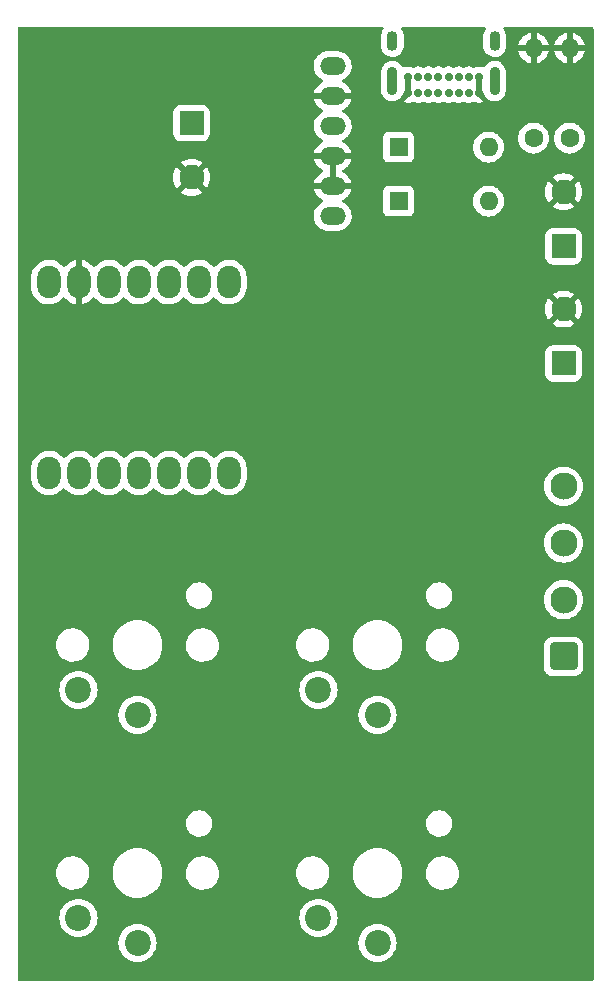
<source format=gbr>
%TF.GenerationSoftware,KiCad,Pcbnew,(6.0.1)*%
%TF.CreationDate,2022-02-21T12:46:14-05:00*%
%TF.ProjectId,InductorSchem,496e6475-6374-46f7-9253-6368656d2e6b,1*%
%TF.SameCoordinates,Original*%
%TF.FileFunction,Copper,L2,Inr*%
%TF.FilePolarity,Positive*%
%FSLAX46Y46*%
G04 Gerber Fmt 4.6, Leading zero omitted, Abs format (unit mm)*
G04 Created by KiCad (PCBNEW (6.0.1)) date 2022-02-21 12:46:14*
%MOMM*%
%LPD*%
G01*
G04 APERTURE LIST*
G04 Aperture macros list*
%AMRoundRect*
0 Rectangle with rounded corners*
0 $1 Rounding radius*
0 $2 $3 $4 $5 $6 $7 $8 $9 X,Y pos of 4 corners*
0 Add a 4 corners polygon primitive as box body*
4,1,4,$2,$3,$4,$5,$6,$7,$8,$9,$2,$3,0*
0 Add four circle primitives for the rounded corners*
1,1,$1+$1,$2,$3*
1,1,$1+$1,$4,$5*
1,1,$1+$1,$6,$7*
1,1,$1+$1,$8,$9*
0 Add four rect primitives between the rounded corners*
20,1,$1+$1,$2,$3,$4,$5,0*
20,1,$1+$1,$4,$5,$6,$7,0*
20,1,$1+$1,$6,$7,$8,$9,0*
20,1,$1+$1,$8,$9,$2,$3,0*%
G04 Aperture macros list end*
%TA.AperFunction,ComponentPad*%
%ADD10O,2.200000X1.500000*%
%TD*%
%TA.AperFunction,ComponentPad*%
%ADD11O,1.998980X2.748280*%
%TD*%
%TA.AperFunction,ComponentPad*%
%ADD12RoundRect,0.250001X0.899999X-0.899999X0.899999X0.899999X-0.899999X0.899999X-0.899999X-0.899999X0*%
%TD*%
%TA.AperFunction,ComponentPad*%
%ADD13C,2.300000*%
%TD*%
%TA.AperFunction,ComponentPad*%
%ADD14C,0.700000*%
%TD*%
%TA.AperFunction,ComponentPad*%
%ADD15O,0.900000X2.400000*%
%TD*%
%TA.AperFunction,ComponentPad*%
%ADD16O,0.900000X1.700000*%
%TD*%
%TA.AperFunction,ComponentPad*%
%ADD17R,1.600000X1.600000*%
%TD*%
%TA.AperFunction,ComponentPad*%
%ADD18O,1.600000X1.600000*%
%TD*%
%TA.AperFunction,ComponentPad*%
%ADD19RoundRect,0.250001X0.799999X-0.799999X0.799999X0.799999X-0.799999X0.799999X-0.799999X-0.799999X0*%
%TD*%
%TA.AperFunction,ComponentPad*%
%ADD20C,2.100000*%
%TD*%
%TA.AperFunction,ComponentPad*%
%ADD21C,1.600000*%
%TD*%
%TA.AperFunction,ComponentPad*%
%ADD22C,2.200000*%
%TD*%
%TA.AperFunction,ComponentPad*%
%ADD23RoundRect,0.250001X-0.799999X0.799999X-0.799999X-0.799999X0.799999X-0.799999X0.799999X0.799999X0*%
%TD*%
%TA.AperFunction,ViaPad*%
%ADD24C,2.200000*%
%TD*%
%TA.AperFunction,Conductor*%
%ADD25C,0.500000*%
%TD*%
G04 APERTURE END LIST*
D10*
%TO.N,+5V*%
%TO.C,U2*%
X148094000Y-58676917D03*
%TO.N,GND*%
X148094000Y-61216917D03*
%TO.N,Net-(J2-Pad1)*%
X148094000Y-63756917D03*
%TO.N,GND*%
X148094000Y-66296917D03*
X148094000Y-68836917D03*
%TO.N,Net-(D1-Pad1)*%
X148094000Y-71376917D03*
%TD*%
D11*
%TO.N,unconnected-(U1-Pad1)*%
%TO.C,U1*%
X124064490Y-93125290D03*
%TO.N,unconnected-(U1-Pad2)*%
X126604490Y-93125290D03*
%TO.N,unconnected-(U1-Pad3)*%
X129144490Y-93125290D03*
%TO.N,unconnected-(U1-Pad4)*%
X131684490Y-93125290D03*
%TO.N,/I2C_SDA*%
X134224490Y-93125290D03*
%TO.N,/I2C_SCL*%
X136764490Y-93125290D03*
%TO.N,unconnected-(U1-Pad7)*%
X139304490Y-93125290D03*
%TO.N,unconnected-(U1-Pad8)*%
X139304490Y-76960730D03*
%TO.N,unconnected-(U1-Pad9)*%
X136764490Y-76960730D03*
%TO.N,unconnected-(U1-Pad10)*%
X134224490Y-76960730D03*
%TO.N,unconnected-(U1-Pad11)*%
X131684490Y-76960730D03*
%TO.N,unconnected-(U1-Pad12)*%
X129144490Y-76960730D03*
%TO.N,GND*%
X126604490Y-76960730D03*
%TO.N,+5V*%
X124064490Y-76960730D03*
%TD*%
D12*
%TO.N,/G0B4*%
%TO.C,J5*%
X167640000Y-108660000D03*
D13*
%TO.N,/G0B5*%
X167640000Y-103860000D03*
%TO.N,/G0B6*%
X167640000Y-99060000D03*
%TO.N,/G0B7*%
X167640000Y-94260000D03*
%TD*%
D14*
%TO.N,GND*%
%TO.C,J1*%
X160455000Y-60921000D03*
%TO.N,Net-(D2-Pad2)*%
X159605000Y-60921000D03*
%TO.N,Net-(J1-PadA5)*%
X158755000Y-60921000D03*
%TO.N,unconnected-(J1-PadA6)*%
X157905000Y-60921000D03*
%TO.N,unconnected-(J1-PadA7)*%
X157055000Y-60921000D03*
%TO.N,unconnected-(J1-PadA8)*%
X156205000Y-60921000D03*
%TO.N,Net-(D2-Pad2)*%
X155355000Y-60921000D03*
%TO.N,GND*%
X154505000Y-60921000D03*
X154505000Y-59571000D03*
%TO.N,Net-(D2-Pad2)*%
X155355000Y-59571000D03*
%TO.N,Net-(J1-PadB5)*%
X156205000Y-59571000D03*
%TO.N,unconnected-(J1-PadB6)*%
X157055000Y-59571000D03*
%TO.N,unconnected-(J1-PadB7)*%
X157905000Y-59571000D03*
%TO.N,unconnected-(J1-PadB8)*%
X158755000Y-59571000D03*
%TO.N,Net-(D2-Pad2)*%
X159605000Y-59571000D03*
%TO.N,GND*%
X160455000Y-59571000D03*
D15*
%TO.N,unconnected-(J1-PadS1)*%
X153155000Y-59941000D03*
D16*
X153155000Y-56561000D03*
X161805000Y-56561000D03*
D15*
X161805000Y-59941000D03*
%TD*%
D17*
%TO.N,Net-(D1-Pad1)*%
%TO.C,D1*%
X153670000Y-70104000D03*
D18*
%TO.N,Net-(D1-Pad2)*%
X161290000Y-70104000D03*
%TD*%
D19*
%TO.N,Net-(D1-Pad2)*%
%TO.C,J3*%
X167640000Y-73928000D03*
D20*
%TO.N,GND*%
X167640000Y-69328000D03*
%TD*%
D21*
%TO.N,Net-(J1-PadB5)*%
%TO.C,R2*%
X168148000Y-64770000D03*
D18*
%TO.N,GND*%
X168148000Y-57150000D03*
%TD*%
D17*
%TO.N,Net-(D1-Pad1)*%
%TO.C,D2*%
X153670000Y-65532000D03*
D18*
%TO.N,Net-(D2-Pad2)*%
X161290000Y-65532000D03*
%TD*%
D22*
%TO.N,+5V*%
%TO.C,SW4*%
X151892000Y-132900000D03*
%TO.N,/G0B3*%
X146892000Y-130800000D03*
%TD*%
D19*
%TO.N,+5V*%
%TO.C,J4*%
X167640000Y-83848000D03*
D20*
%TO.N,GND*%
X167640000Y-79248000D03*
%TD*%
D23*
%TO.N,Net-(J2-Pad1)*%
%TO.C,J2*%
X136144000Y-63500000D03*
D20*
%TO.N,GND*%
X136144000Y-68100000D03*
%TD*%
D22*
%TO.N,+5V*%
%TO.C,SW3*%
X151892000Y-113596000D03*
%TO.N,/G0B2*%
X146892000Y-111496000D03*
%TD*%
%TO.N,+5V*%
%TO.C,SW1*%
X131572000Y-113596000D03*
%TO.N,/G0B0*%
X126572000Y-111496000D03*
%TD*%
%TO.N,+5V*%
%TO.C,SW2*%
X131572000Y-132900000D03*
%TO.N,/G0B1*%
X126572000Y-130800000D03*
%TD*%
D21*
%TO.N,Net-(J1-PadA5)*%
%TO.C,R1*%
X165100000Y-64770000D03*
D18*
%TO.N,GND*%
X165100000Y-57150000D03*
%TD*%
D24*
%TO.N,GND*%
X164592000Y-91948000D03*
%TD*%
D25*
%TO.N,GND*%
X160455000Y-60921000D02*
X160455000Y-59571000D01*
X154505000Y-60921000D02*
X154505000Y-59571000D01*
%TD*%
%TA.AperFunction,Conductor*%
%TO.N,GND*%
G36*
X152363415Y-55392002D02*
G01*
X152409908Y-55445658D01*
X152420012Y-55515932D01*
X152398507Y-55570270D01*
X152313989Y-55690975D01*
X152236655Y-55869684D01*
X152235350Y-55875931D01*
X152235349Y-55875934D01*
X152206074Y-56016069D01*
X152196835Y-56060293D01*
X152196500Y-56066685D01*
X152196500Y-57009663D01*
X152211235Y-57154727D01*
X152213144Y-57160818D01*
X152267556Y-57334451D01*
X152267558Y-57334456D01*
X152269465Y-57340541D01*
X152314340Y-57421497D01*
X152355081Y-57494994D01*
X152363870Y-57510850D01*
X152368019Y-57515691D01*
X152368022Y-57515695D01*
X152486440Y-57653855D01*
X152490591Y-57658698D01*
X152495633Y-57662609D01*
X152495634Y-57662610D01*
X152505718Y-57670432D01*
X152644453Y-57778046D01*
X152650176Y-57780862D01*
X152650179Y-57780864D01*
X152813444Y-57861200D01*
X152819171Y-57864018D01*
X152825349Y-57865627D01*
X152825351Y-57865628D01*
X153001425Y-57911492D01*
X153001428Y-57911492D01*
X153007607Y-57913102D01*
X153091597Y-57917504D01*
X153195683Y-57922959D01*
X153195687Y-57922959D01*
X153202064Y-57923293D01*
X153357413Y-57899799D01*
X153388285Y-57895130D01*
X153388286Y-57895130D01*
X153394599Y-57894175D01*
X153400585Y-57891972D01*
X153400591Y-57891971D01*
X153571360Y-57829140D01*
X153571365Y-57829138D01*
X153577346Y-57826937D01*
X153742840Y-57724326D01*
X153817362Y-57653855D01*
X153879685Y-57594919D01*
X153884322Y-57590534D01*
X153996011Y-57431025D01*
X154073345Y-57252316D01*
X154092460Y-57160818D01*
X154112176Y-57066443D01*
X154112177Y-57066438D01*
X154113165Y-57061707D01*
X154113500Y-57055315D01*
X154113500Y-56112337D01*
X154106462Y-56043049D01*
X154099410Y-55973622D01*
X154099410Y-55973621D01*
X154098765Y-55967273D01*
X154070439Y-55876884D01*
X154042444Y-55787549D01*
X154042442Y-55787544D01*
X154040535Y-55781459D01*
X153946130Y-55611150D01*
X153919429Y-55579997D01*
X153890285Y-55515257D01*
X153900769Y-55445039D01*
X153947551Y-55391635D01*
X154015098Y-55372000D01*
X160945294Y-55372000D01*
X161013415Y-55392002D01*
X161059908Y-55445658D01*
X161070012Y-55515932D01*
X161048507Y-55570270D01*
X160963989Y-55690975D01*
X160886655Y-55869684D01*
X160885350Y-55875931D01*
X160885349Y-55875934D01*
X160856074Y-56016069D01*
X160846835Y-56060293D01*
X160846500Y-56066685D01*
X160846500Y-57009663D01*
X160861235Y-57154727D01*
X160863144Y-57160818D01*
X160917556Y-57334451D01*
X160917558Y-57334456D01*
X160919465Y-57340541D01*
X160964340Y-57421497D01*
X161005081Y-57494994D01*
X161013870Y-57510850D01*
X161018019Y-57515691D01*
X161018022Y-57515695D01*
X161136440Y-57653855D01*
X161140591Y-57658698D01*
X161145633Y-57662609D01*
X161145634Y-57662610D01*
X161155718Y-57670432D01*
X161294453Y-57778046D01*
X161300176Y-57780862D01*
X161300179Y-57780864D01*
X161463444Y-57861200D01*
X161469171Y-57864018D01*
X161475349Y-57865627D01*
X161475351Y-57865628D01*
X161651425Y-57911492D01*
X161651428Y-57911492D01*
X161657607Y-57913102D01*
X161741597Y-57917504D01*
X161845683Y-57922959D01*
X161845687Y-57922959D01*
X161852064Y-57923293D01*
X162007413Y-57899799D01*
X162038285Y-57895130D01*
X162038286Y-57895130D01*
X162044599Y-57894175D01*
X162050585Y-57891972D01*
X162050591Y-57891971D01*
X162221360Y-57829140D01*
X162221365Y-57829138D01*
X162227346Y-57826937D01*
X162392840Y-57724326D01*
X162467362Y-57653855D01*
X162529685Y-57594919D01*
X162534322Y-57590534D01*
X162646011Y-57431025D01*
X162652287Y-57416522D01*
X163817273Y-57416522D01*
X163864764Y-57593761D01*
X163868510Y-57604053D01*
X163960586Y-57801511D01*
X163966069Y-57811007D01*
X164091028Y-57989467D01*
X164098084Y-57997875D01*
X164252125Y-58151916D01*
X164260533Y-58158972D01*
X164438993Y-58283931D01*
X164448489Y-58289414D01*
X164645947Y-58381490D01*
X164656239Y-58385236D01*
X164828503Y-58431394D01*
X164842599Y-58431058D01*
X164846000Y-58423116D01*
X164846000Y-58417967D01*
X165354000Y-58417967D01*
X165357973Y-58431498D01*
X165366522Y-58432727D01*
X165543761Y-58385236D01*
X165554053Y-58381490D01*
X165751511Y-58289414D01*
X165761007Y-58283931D01*
X165939467Y-58158972D01*
X165947875Y-58151916D01*
X166101916Y-57997875D01*
X166108972Y-57989467D01*
X166233931Y-57811007D01*
X166239414Y-57801511D01*
X166331490Y-57604053D01*
X166335236Y-57593761D01*
X166381394Y-57421497D01*
X166381275Y-57416522D01*
X166865273Y-57416522D01*
X166912764Y-57593761D01*
X166916510Y-57604053D01*
X167008586Y-57801511D01*
X167014069Y-57811007D01*
X167139028Y-57989467D01*
X167146084Y-57997875D01*
X167300125Y-58151916D01*
X167308533Y-58158972D01*
X167486993Y-58283931D01*
X167496489Y-58289414D01*
X167693947Y-58381490D01*
X167704239Y-58385236D01*
X167876503Y-58431394D01*
X167890599Y-58431058D01*
X167894000Y-58423116D01*
X167894000Y-58417967D01*
X168402000Y-58417967D01*
X168405973Y-58431498D01*
X168414522Y-58432727D01*
X168591761Y-58385236D01*
X168602053Y-58381490D01*
X168799511Y-58289414D01*
X168809007Y-58283931D01*
X168987467Y-58158972D01*
X168995875Y-58151916D01*
X169149916Y-57997875D01*
X169156972Y-57989467D01*
X169281931Y-57811007D01*
X169287414Y-57801511D01*
X169379490Y-57604053D01*
X169383236Y-57593761D01*
X169429394Y-57421497D01*
X169429058Y-57407401D01*
X169421116Y-57404000D01*
X168420115Y-57404000D01*
X168404876Y-57408475D01*
X168403671Y-57409865D01*
X168402000Y-57417548D01*
X168402000Y-58417967D01*
X167894000Y-58417967D01*
X167894000Y-57422115D01*
X167889525Y-57406876D01*
X167888135Y-57405671D01*
X167880452Y-57404000D01*
X166880033Y-57404000D01*
X166866502Y-57407973D01*
X166865273Y-57416522D01*
X166381275Y-57416522D01*
X166381058Y-57407401D01*
X166373116Y-57404000D01*
X165372115Y-57404000D01*
X165356876Y-57408475D01*
X165355671Y-57409865D01*
X165354000Y-57417548D01*
X165354000Y-58417967D01*
X164846000Y-58417967D01*
X164846000Y-57422115D01*
X164841525Y-57406876D01*
X164840135Y-57405671D01*
X164832452Y-57404000D01*
X163832033Y-57404000D01*
X163818502Y-57407973D01*
X163817273Y-57416522D01*
X162652287Y-57416522D01*
X162723345Y-57252316D01*
X162742460Y-57160818D01*
X162762176Y-57066443D01*
X162762177Y-57066438D01*
X162763165Y-57061707D01*
X162763500Y-57055315D01*
X162763500Y-56878503D01*
X163818606Y-56878503D01*
X163818942Y-56892599D01*
X163826884Y-56896000D01*
X164827885Y-56896000D01*
X164843124Y-56891525D01*
X164844329Y-56890135D01*
X164846000Y-56882452D01*
X164846000Y-56877885D01*
X165354000Y-56877885D01*
X165358475Y-56893124D01*
X165359865Y-56894329D01*
X165367548Y-56896000D01*
X166367967Y-56896000D01*
X166381498Y-56892027D01*
X166382727Y-56883478D01*
X166381394Y-56878503D01*
X166866606Y-56878503D01*
X166866942Y-56892599D01*
X166874884Y-56896000D01*
X167875885Y-56896000D01*
X167891124Y-56891525D01*
X167892329Y-56890135D01*
X167894000Y-56882452D01*
X167894000Y-56877885D01*
X168402000Y-56877885D01*
X168406475Y-56893124D01*
X168407865Y-56894329D01*
X168415548Y-56896000D01*
X169415967Y-56896000D01*
X169429498Y-56892027D01*
X169430727Y-56883478D01*
X169383236Y-56706239D01*
X169379490Y-56695947D01*
X169287414Y-56498489D01*
X169281931Y-56488993D01*
X169156972Y-56310533D01*
X169149916Y-56302125D01*
X168995875Y-56148084D01*
X168987467Y-56141028D01*
X168809007Y-56016069D01*
X168799511Y-56010586D01*
X168602053Y-55918510D01*
X168591761Y-55914764D01*
X168419497Y-55868606D01*
X168405401Y-55868942D01*
X168402000Y-55876884D01*
X168402000Y-56877885D01*
X167894000Y-56877885D01*
X167894000Y-55882033D01*
X167890027Y-55868502D01*
X167881478Y-55867273D01*
X167704239Y-55914764D01*
X167693947Y-55918510D01*
X167496489Y-56010586D01*
X167486993Y-56016069D01*
X167308533Y-56141028D01*
X167300125Y-56148084D01*
X167146084Y-56302125D01*
X167139028Y-56310533D01*
X167014069Y-56488993D01*
X167008586Y-56498489D01*
X166916510Y-56695947D01*
X166912764Y-56706239D01*
X166866606Y-56878503D01*
X166381394Y-56878503D01*
X166335236Y-56706239D01*
X166331490Y-56695947D01*
X166239414Y-56498489D01*
X166233931Y-56488993D01*
X166108972Y-56310533D01*
X166101916Y-56302125D01*
X165947875Y-56148084D01*
X165939467Y-56141028D01*
X165761007Y-56016069D01*
X165751511Y-56010586D01*
X165554053Y-55918510D01*
X165543761Y-55914764D01*
X165371497Y-55868606D01*
X165357401Y-55868942D01*
X165354000Y-55876884D01*
X165354000Y-56877885D01*
X164846000Y-56877885D01*
X164846000Y-55882033D01*
X164842027Y-55868502D01*
X164833478Y-55867273D01*
X164656239Y-55914764D01*
X164645947Y-55918510D01*
X164448489Y-56010586D01*
X164438993Y-56016069D01*
X164260533Y-56141028D01*
X164252125Y-56148084D01*
X164098084Y-56302125D01*
X164091028Y-56310533D01*
X163966069Y-56488993D01*
X163960586Y-56498489D01*
X163868510Y-56695947D01*
X163864764Y-56706239D01*
X163818606Y-56878503D01*
X162763500Y-56878503D01*
X162763500Y-56112337D01*
X162756462Y-56043049D01*
X162749410Y-55973622D01*
X162749410Y-55973621D01*
X162748765Y-55967273D01*
X162720439Y-55876884D01*
X162692444Y-55787549D01*
X162692442Y-55787544D01*
X162690535Y-55781459D01*
X162596130Y-55611150D01*
X162569429Y-55579997D01*
X162540285Y-55515257D01*
X162550769Y-55445039D01*
X162597551Y-55391635D01*
X162665098Y-55372000D01*
X170054000Y-55372000D01*
X170122121Y-55392002D01*
X170168614Y-55445658D01*
X170180000Y-55498000D01*
X170180000Y-136018000D01*
X170159998Y-136086121D01*
X170106342Y-136132614D01*
X170054000Y-136144000D01*
X121538000Y-136144000D01*
X121469879Y-136123998D01*
X121423386Y-136070342D01*
X121412000Y-136018000D01*
X121412000Y-132900000D01*
X129958526Y-132900000D01*
X129978391Y-133152403D01*
X130037495Y-133398591D01*
X130134384Y-133632502D01*
X130266672Y-133848376D01*
X130431102Y-134040898D01*
X130623624Y-134205328D01*
X130839498Y-134337616D01*
X130844068Y-134339509D01*
X130844072Y-134339511D01*
X131068836Y-134432611D01*
X131073409Y-134434505D01*
X131158032Y-134454821D01*
X131314784Y-134492454D01*
X131314790Y-134492455D01*
X131319597Y-134493609D01*
X131572000Y-134513474D01*
X131824403Y-134493609D01*
X131829210Y-134492455D01*
X131829216Y-134492454D01*
X131985968Y-134454821D01*
X132070591Y-134434505D01*
X132075164Y-134432611D01*
X132299928Y-134339511D01*
X132299932Y-134339509D01*
X132304502Y-134337616D01*
X132520376Y-134205328D01*
X132712898Y-134040898D01*
X132877328Y-133848376D01*
X133009616Y-133632502D01*
X133106505Y-133398591D01*
X133165609Y-133152403D01*
X133185474Y-132900000D01*
X150278526Y-132900000D01*
X150298391Y-133152403D01*
X150357495Y-133398591D01*
X150454384Y-133632502D01*
X150586672Y-133848376D01*
X150751102Y-134040898D01*
X150943624Y-134205328D01*
X151159498Y-134337616D01*
X151164068Y-134339509D01*
X151164072Y-134339511D01*
X151388836Y-134432611D01*
X151393409Y-134434505D01*
X151478032Y-134454821D01*
X151634784Y-134492454D01*
X151634790Y-134492455D01*
X151639597Y-134493609D01*
X151892000Y-134513474D01*
X152144403Y-134493609D01*
X152149210Y-134492455D01*
X152149216Y-134492454D01*
X152305968Y-134454821D01*
X152390591Y-134434505D01*
X152395164Y-134432611D01*
X152619928Y-134339511D01*
X152619932Y-134339509D01*
X152624502Y-134337616D01*
X152840376Y-134205328D01*
X153032898Y-134040898D01*
X153197328Y-133848376D01*
X153329616Y-133632502D01*
X153426505Y-133398591D01*
X153485609Y-133152403D01*
X153505474Y-132900000D01*
X153485609Y-132647597D01*
X153426505Y-132401409D01*
X153399271Y-132335660D01*
X153331511Y-132172072D01*
X153331509Y-132172068D01*
X153329616Y-132167498D01*
X153197328Y-131951624D01*
X153032898Y-131759102D01*
X152840376Y-131594672D01*
X152624502Y-131462384D01*
X152619932Y-131460491D01*
X152619928Y-131460489D01*
X152395164Y-131367389D01*
X152395162Y-131367388D01*
X152390591Y-131365495D01*
X152305968Y-131345179D01*
X152149216Y-131307546D01*
X152149210Y-131307545D01*
X152144403Y-131306391D01*
X151892000Y-131286526D01*
X151639597Y-131306391D01*
X151634790Y-131307545D01*
X151634784Y-131307546D01*
X151478032Y-131345179D01*
X151393409Y-131365495D01*
X151388838Y-131367388D01*
X151388836Y-131367389D01*
X151164072Y-131460489D01*
X151164068Y-131460491D01*
X151159498Y-131462384D01*
X150943624Y-131594672D01*
X150751102Y-131759102D01*
X150586672Y-131951624D01*
X150454384Y-132167498D01*
X150452491Y-132172068D01*
X150452489Y-132172072D01*
X150384729Y-132335660D01*
X150357495Y-132401409D01*
X150298391Y-132647597D01*
X150278526Y-132900000D01*
X133185474Y-132900000D01*
X133165609Y-132647597D01*
X133106505Y-132401409D01*
X133079271Y-132335660D01*
X133011511Y-132172072D01*
X133011509Y-132172068D01*
X133009616Y-132167498D01*
X132877328Y-131951624D01*
X132712898Y-131759102D01*
X132520376Y-131594672D01*
X132304502Y-131462384D01*
X132299932Y-131460491D01*
X132299928Y-131460489D01*
X132075164Y-131367389D01*
X132075162Y-131367388D01*
X132070591Y-131365495D01*
X131985968Y-131345179D01*
X131829216Y-131307546D01*
X131829210Y-131307545D01*
X131824403Y-131306391D01*
X131572000Y-131286526D01*
X131319597Y-131306391D01*
X131314790Y-131307545D01*
X131314784Y-131307546D01*
X131158032Y-131345179D01*
X131073409Y-131365495D01*
X131068838Y-131367388D01*
X131068836Y-131367389D01*
X130844072Y-131460489D01*
X130844068Y-131460491D01*
X130839498Y-131462384D01*
X130623624Y-131594672D01*
X130431102Y-131759102D01*
X130266672Y-131951624D01*
X130134384Y-132167498D01*
X130132491Y-132172068D01*
X130132489Y-132172072D01*
X130064729Y-132335660D01*
X130037495Y-132401409D01*
X129978391Y-132647597D01*
X129958526Y-132900000D01*
X121412000Y-132900000D01*
X121412000Y-130800000D01*
X124958526Y-130800000D01*
X124978391Y-131052403D01*
X125037495Y-131298591D01*
X125039388Y-131303162D01*
X125039389Y-131303164D01*
X125065208Y-131365495D01*
X125134384Y-131532502D01*
X125266672Y-131748376D01*
X125431102Y-131940898D01*
X125623624Y-132105328D01*
X125839498Y-132237616D01*
X125844068Y-132239509D01*
X125844072Y-132239511D01*
X126068836Y-132332611D01*
X126073409Y-132334505D01*
X126158032Y-132354821D01*
X126314784Y-132392454D01*
X126314790Y-132392455D01*
X126319597Y-132393609D01*
X126572000Y-132413474D01*
X126824403Y-132393609D01*
X126829210Y-132392455D01*
X126829216Y-132392454D01*
X126985968Y-132354821D01*
X127070591Y-132334505D01*
X127075164Y-132332611D01*
X127299928Y-132239511D01*
X127299932Y-132239509D01*
X127304502Y-132237616D01*
X127520376Y-132105328D01*
X127712898Y-131940898D01*
X127877328Y-131748376D01*
X128009616Y-131532502D01*
X128078793Y-131365495D01*
X128104611Y-131303164D01*
X128104612Y-131303162D01*
X128106505Y-131298591D01*
X128165609Y-131052403D01*
X128185474Y-130800000D01*
X145278526Y-130800000D01*
X145298391Y-131052403D01*
X145357495Y-131298591D01*
X145359388Y-131303162D01*
X145359389Y-131303164D01*
X145385208Y-131365495D01*
X145454384Y-131532502D01*
X145586672Y-131748376D01*
X145751102Y-131940898D01*
X145943624Y-132105328D01*
X146159498Y-132237616D01*
X146164068Y-132239509D01*
X146164072Y-132239511D01*
X146388836Y-132332611D01*
X146393409Y-132334505D01*
X146478032Y-132354821D01*
X146634784Y-132392454D01*
X146634790Y-132392455D01*
X146639597Y-132393609D01*
X146892000Y-132413474D01*
X147144403Y-132393609D01*
X147149210Y-132392455D01*
X147149216Y-132392454D01*
X147305968Y-132354821D01*
X147390591Y-132334505D01*
X147395164Y-132332611D01*
X147619928Y-132239511D01*
X147619932Y-132239509D01*
X147624502Y-132237616D01*
X147840376Y-132105328D01*
X148032898Y-131940898D01*
X148197328Y-131748376D01*
X148329616Y-131532502D01*
X148398793Y-131365495D01*
X148424611Y-131303164D01*
X148424612Y-131303162D01*
X148426505Y-131298591D01*
X148485609Y-131052403D01*
X148505474Y-130800000D01*
X148485609Y-130547597D01*
X148426505Y-130301409D01*
X148329616Y-130067498D01*
X148197328Y-129851624D01*
X148032898Y-129659102D01*
X147840376Y-129494672D01*
X147624502Y-129362384D01*
X147619932Y-129360491D01*
X147619928Y-129360489D01*
X147395164Y-129267389D01*
X147395162Y-129267388D01*
X147390591Y-129265495D01*
X147305968Y-129245179D01*
X147149216Y-129207546D01*
X147149210Y-129207545D01*
X147144403Y-129206391D01*
X146892000Y-129186526D01*
X146639597Y-129206391D01*
X146634790Y-129207545D01*
X146634784Y-129207546D01*
X146478032Y-129245179D01*
X146393409Y-129265495D01*
X146388838Y-129267388D01*
X146388836Y-129267389D01*
X146164072Y-129360489D01*
X146164068Y-129360491D01*
X146159498Y-129362384D01*
X145943624Y-129494672D01*
X145751102Y-129659102D01*
X145586672Y-129851624D01*
X145454384Y-130067498D01*
X145357495Y-130301409D01*
X145298391Y-130547597D01*
X145278526Y-130800000D01*
X128185474Y-130800000D01*
X128165609Y-130547597D01*
X128106505Y-130301409D01*
X128009616Y-130067498D01*
X127877328Y-129851624D01*
X127712898Y-129659102D01*
X127520376Y-129494672D01*
X127304502Y-129362384D01*
X127299932Y-129360491D01*
X127299928Y-129360489D01*
X127075164Y-129267389D01*
X127075162Y-129267388D01*
X127070591Y-129265495D01*
X126985968Y-129245179D01*
X126829216Y-129207546D01*
X126829210Y-129207545D01*
X126824403Y-129206391D01*
X126572000Y-129186526D01*
X126319597Y-129206391D01*
X126314790Y-129207545D01*
X126314784Y-129207546D01*
X126158032Y-129245179D01*
X126073409Y-129265495D01*
X126068838Y-129267388D01*
X126068836Y-129267389D01*
X125844072Y-129360489D01*
X125844068Y-129360491D01*
X125839498Y-129362384D01*
X125623624Y-129494672D01*
X125431102Y-129659102D01*
X125266672Y-129851624D01*
X125134384Y-130067498D01*
X125037495Y-130301409D01*
X124978391Y-130547597D01*
X124958526Y-130800000D01*
X121412000Y-130800000D01*
X121412000Y-126933411D01*
X124659977Y-126933411D01*
X124668945Y-127172274D01*
X124718030Y-127406211D01*
X124805829Y-127628533D01*
X124929832Y-127832883D01*
X124933329Y-127836913D01*
X125039684Y-127959476D01*
X125086493Y-128013419D01*
X125090619Y-128016802D01*
X125090623Y-128016806D01*
X125189629Y-128097985D01*
X125271333Y-128164978D01*
X125275969Y-128167617D01*
X125275972Y-128167619D01*
X125369071Y-128220614D01*
X125479066Y-128283227D01*
X125703753Y-128364784D01*
X125709002Y-128365733D01*
X125709005Y-128365734D01*
X125934885Y-128406580D01*
X125934893Y-128406581D01*
X125938969Y-128407318D01*
X125957359Y-128408185D01*
X125962544Y-128408430D01*
X125962551Y-128408430D01*
X125964032Y-128408500D01*
X126132012Y-128408500D01*
X126310175Y-128393383D01*
X126315339Y-128392043D01*
X126315343Y-128392042D01*
X126536375Y-128334673D01*
X126536380Y-128334671D01*
X126541540Y-128333332D01*
X126658636Y-128280584D01*
X126754619Y-128237347D01*
X126754622Y-128237346D01*
X126759480Y-128235157D01*
X126957762Y-128101666D01*
X127130718Y-127936674D01*
X127273402Y-127744900D01*
X127286149Y-127719830D01*
X127379314Y-127536586D01*
X127379314Y-127536585D01*
X127381733Y-127531828D01*
X127422361Y-127400984D01*
X127451032Y-127308651D01*
X127451033Y-127308645D01*
X127452616Y-127303548D01*
X127471770Y-127159036D01*
X127475260Y-127132703D01*
X129462743Y-127132703D01*
X129463302Y-127136947D01*
X129463302Y-127136951D01*
X129479810Y-127262340D01*
X129500268Y-127417734D01*
X129576129Y-127695036D01*
X129688923Y-127959476D01*
X129763473Y-128084040D01*
X129809888Y-128161593D01*
X129836561Y-128206161D01*
X130016313Y-128430528D01*
X130224851Y-128628423D01*
X130458317Y-128796186D01*
X130462112Y-128798195D01*
X130462113Y-128798196D01*
X130483869Y-128809715D01*
X130712392Y-128930712D01*
X130982373Y-129029511D01*
X131263264Y-129090755D01*
X131291841Y-129093004D01*
X131486282Y-129108307D01*
X131486291Y-129108307D01*
X131488739Y-129108500D01*
X131644271Y-129108500D01*
X131646407Y-129108354D01*
X131646418Y-129108354D01*
X131854548Y-129094165D01*
X131854554Y-129094164D01*
X131858825Y-129093873D01*
X131863020Y-129093004D01*
X131863022Y-129093004D01*
X131999584Y-129064723D01*
X132140342Y-129035574D01*
X132411343Y-128939607D01*
X132666812Y-128807750D01*
X132670313Y-128805289D01*
X132670317Y-128805287D01*
X132784418Y-128725095D01*
X132902023Y-128642441D01*
X133112622Y-128446740D01*
X133294713Y-128224268D01*
X133444927Y-127979142D01*
X133560483Y-127715898D01*
X133639244Y-127439406D01*
X133679751Y-127154784D01*
X133679845Y-127136951D01*
X133680911Y-126933411D01*
X135659977Y-126933411D01*
X135668945Y-127172274D01*
X135718030Y-127406211D01*
X135805829Y-127628533D01*
X135929832Y-127832883D01*
X135933329Y-127836913D01*
X136039684Y-127959476D01*
X136086493Y-128013419D01*
X136090619Y-128016802D01*
X136090623Y-128016806D01*
X136189629Y-128097985D01*
X136271333Y-128164978D01*
X136275969Y-128167617D01*
X136275972Y-128167619D01*
X136369071Y-128220614D01*
X136479066Y-128283227D01*
X136703753Y-128364784D01*
X136709002Y-128365733D01*
X136709005Y-128365734D01*
X136934885Y-128406580D01*
X136934893Y-128406581D01*
X136938969Y-128407318D01*
X136957359Y-128408185D01*
X136962544Y-128408430D01*
X136962551Y-128408430D01*
X136964032Y-128408500D01*
X137132012Y-128408500D01*
X137310175Y-128393383D01*
X137315339Y-128392043D01*
X137315343Y-128392042D01*
X137536375Y-128334673D01*
X137536380Y-128334671D01*
X137541540Y-128333332D01*
X137658636Y-128280584D01*
X137754619Y-128237347D01*
X137754622Y-128237346D01*
X137759480Y-128235157D01*
X137957762Y-128101666D01*
X138130718Y-127936674D01*
X138273402Y-127744900D01*
X138286149Y-127719830D01*
X138379314Y-127536586D01*
X138379314Y-127536585D01*
X138381733Y-127531828D01*
X138422361Y-127400984D01*
X138451032Y-127308651D01*
X138451033Y-127308645D01*
X138452616Y-127303548D01*
X138471770Y-127159036D01*
X138483323Y-127071873D01*
X138483323Y-127071869D01*
X138484023Y-127066589D01*
X138479023Y-126933411D01*
X144979977Y-126933411D01*
X144988945Y-127172274D01*
X145038030Y-127406211D01*
X145125829Y-127628533D01*
X145249832Y-127832883D01*
X145253329Y-127836913D01*
X145359684Y-127959476D01*
X145406493Y-128013419D01*
X145410619Y-128016802D01*
X145410623Y-128016806D01*
X145509629Y-128097985D01*
X145591333Y-128164978D01*
X145595969Y-128167617D01*
X145595972Y-128167619D01*
X145689071Y-128220614D01*
X145799066Y-128283227D01*
X146023753Y-128364784D01*
X146029002Y-128365733D01*
X146029005Y-128365734D01*
X146254885Y-128406580D01*
X146254893Y-128406581D01*
X146258969Y-128407318D01*
X146277359Y-128408185D01*
X146282544Y-128408430D01*
X146282551Y-128408430D01*
X146284032Y-128408500D01*
X146452012Y-128408500D01*
X146630175Y-128393383D01*
X146635339Y-128392043D01*
X146635343Y-128392042D01*
X146856375Y-128334673D01*
X146856380Y-128334671D01*
X146861540Y-128333332D01*
X146978636Y-128280584D01*
X147074619Y-128237347D01*
X147074622Y-128237346D01*
X147079480Y-128235157D01*
X147277762Y-128101666D01*
X147450718Y-127936674D01*
X147593402Y-127744900D01*
X147606149Y-127719830D01*
X147699314Y-127536586D01*
X147699314Y-127536585D01*
X147701733Y-127531828D01*
X147742361Y-127400984D01*
X147771032Y-127308651D01*
X147771033Y-127308645D01*
X147772616Y-127303548D01*
X147791770Y-127159036D01*
X147795260Y-127132703D01*
X149782743Y-127132703D01*
X149783302Y-127136947D01*
X149783302Y-127136951D01*
X149799810Y-127262340D01*
X149820268Y-127417734D01*
X149896129Y-127695036D01*
X150008923Y-127959476D01*
X150083473Y-128084040D01*
X150129888Y-128161593D01*
X150156561Y-128206161D01*
X150336313Y-128430528D01*
X150544851Y-128628423D01*
X150778317Y-128796186D01*
X150782112Y-128798195D01*
X150782113Y-128798196D01*
X150803869Y-128809715D01*
X151032392Y-128930712D01*
X151302373Y-129029511D01*
X151583264Y-129090755D01*
X151611841Y-129093004D01*
X151806282Y-129108307D01*
X151806291Y-129108307D01*
X151808739Y-129108500D01*
X151964271Y-129108500D01*
X151966407Y-129108354D01*
X151966418Y-129108354D01*
X152174548Y-129094165D01*
X152174554Y-129094164D01*
X152178825Y-129093873D01*
X152183020Y-129093004D01*
X152183022Y-129093004D01*
X152319584Y-129064723D01*
X152460342Y-129035574D01*
X152731343Y-128939607D01*
X152986812Y-128807750D01*
X152990313Y-128805289D01*
X152990317Y-128805287D01*
X153104418Y-128725095D01*
X153222023Y-128642441D01*
X153432622Y-128446740D01*
X153614713Y-128224268D01*
X153764927Y-127979142D01*
X153880483Y-127715898D01*
X153959244Y-127439406D01*
X153999751Y-127154784D01*
X153999845Y-127136951D01*
X154000911Y-126933411D01*
X155979977Y-126933411D01*
X155988945Y-127172274D01*
X156038030Y-127406211D01*
X156125829Y-127628533D01*
X156249832Y-127832883D01*
X156253329Y-127836913D01*
X156359684Y-127959476D01*
X156406493Y-128013419D01*
X156410619Y-128016802D01*
X156410623Y-128016806D01*
X156509629Y-128097985D01*
X156591333Y-128164978D01*
X156595969Y-128167617D01*
X156595972Y-128167619D01*
X156689071Y-128220614D01*
X156799066Y-128283227D01*
X157023753Y-128364784D01*
X157029002Y-128365733D01*
X157029005Y-128365734D01*
X157254885Y-128406580D01*
X157254893Y-128406581D01*
X157258969Y-128407318D01*
X157277359Y-128408185D01*
X157282544Y-128408430D01*
X157282551Y-128408430D01*
X157284032Y-128408500D01*
X157452012Y-128408500D01*
X157630175Y-128393383D01*
X157635339Y-128392043D01*
X157635343Y-128392042D01*
X157856375Y-128334673D01*
X157856380Y-128334671D01*
X157861540Y-128333332D01*
X157978636Y-128280584D01*
X158074619Y-128237347D01*
X158074622Y-128237346D01*
X158079480Y-128235157D01*
X158277762Y-128101666D01*
X158450718Y-127936674D01*
X158593402Y-127744900D01*
X158606149Y-127719830D01*
X158699314Y-127536586D01*
X158699314Y-127536585D01*
X158701733Y-127531828D01*
X158742361Y-127400984D01*
X158771032Y-127308651D01*
X158771033Y-127308645D01*
X158772616Y-127303548D01*
X158791770Y-127159036D01*
X158803323Y-127071873D01*
X158803323Y-127071869D01*
X158804023Y-127066589D01*
X158795055Y-126827726D01*
X158745970Y-126593789D01*
X158658171Y-126371467D01*
X158534168Y-126167117D01*
X158444103Y-126063326D01*
X158381007Y-125990614D01*
X158381005Y-125990612D01*
X158377507Y-125986581D01*
X158373381Y-125983198D01*
X158373377Y-125983194D01*
X158196795Y-125838407D01*
X158192667Y-125835022D01*
X158188031Y-125832383D01*
X158188028Y-125832381D01*
X157989577Y-125719416D01*
X157984934Y-125716773D01*
X157760247Y-125635216D01*
X157754998Y-125634267D01*
X157754995Y-125634266D01*
X157529115Y-125593420D01*
X157529107Y-125593419D01*
X157525031Y-125592682D01*
X157506641Y-125591815D01*
X157501456Y-125591570D01*
X157501449Y-125591570D01*
X157499968Y-125591500D01*
X157331988Y-125591500D01*
X157153825Y-125606617D01*
X157148661Y-125607957D01*
X157148657Y-125607958D01*
X156927625Y-125665327D01*
X156927620Y-125665329D01*
X156922460Y-125666668D01*
X156917594Y-125668860D01*
X156709381Y-125762653D01*
X156709378Y-125762654D01*
X156704520Y-125764843D01*
X156506238Y-125898334D01*
X156333282Y-126063326D01*
X156190598Y-126255100D01*
X156188182Y-126259851D01*
X156188180Y-126259855D01*
X156133754Y-126366904D01*
X156082267Y-126468172D01*
X156054851Y-126556466D01*
X156012968Y-126691349D01*
X156012967Y-126691355D01*
X156011384Y-126696452D01*
X156010683Y-126701744D01*
X155991667Y-126845216D01*
X155979977Y-126933411D01*
X154000911Y-126933411D01*
X154001235Y-126871583D01*
X154001235Y-126871576D01*
X154001257Y-126867297D01*
X153996048Y-126827726D01*
X153984190Y-126737660D01*
X153963732Y-126582266D01*
X153887871Y-126304964D01*
X153775077Y-126040524D01*
X153688195Y-125895354D01*
X153629643Y-125797521D01*
X153629640Y-125797517D01*
X153627439Y-125793839D01*
X153447687Y-125569472D01*
X153239149Y-125371577D01*
X153005683Y-125203814D01*
X152983843Y-125192250D01*
X152960654Y-125179972D01*
X152751608Y-125069288D01*
X152481627Y-124970489D01*
X152200736Y-124909245D01*
X152169685Y-124906801D01*
X151977718Y-124891693D01*
X151977709Y-124891693D01*
X151975261Y-124891500D01*
X151819729Y-124891500D01*
X151817593Y-124891646D01*
X151817582Y-124891646D01*
X151609452Y-124905835D01*
X151609446Y-124905836D01*
X151605175Y-124906127D01*
X151600980Y-124906996D01*
X151600978Y-124906996D01*
X151464417Y-124935276D01*
X151323658Y-124964426D01*
X151052657Y-125060393D01*
X150797188Y-125192250D01*
X150793687Y-125194711D01*
X150793683Y-125194713D01*
X150783594Y-125201804D01*
X150561977Y-125357559D01*
X150351378Y-125553260D01*
X150169287Y-125775732D01*
X150019073Y-126020858D01*
X149903517Y-126284102D01*
X149824756Y-126560594D01*
X149784249Y-126845216D01*
X149784227Y-126849505D01*
X149784226Y-126849512D01*
X149782765Y-127128417D01*
X149782743Y-127132703D01*
X147795260Y-127132703D01*
X147803323Y-127071873D01*
X147803323Y-127071869D01*
X147804023Y-127066589D01*
X147795055Y-126827726D01*
X147745970Y-126593789D01*
X147658171Y-126371467D01*
X147534168Y-126167117D01*
X147444103Y-126063326D01*
X147381007Y-125990614D01*
X147381005Y-125990612D01*
X147377507Y-125986581D01*
X147373381Y-125983198D01*
X147373377Y-125983194D01*
X147196795Y-125838407D01*
X147192667Y-125835022D01*
X147188031Y-125832383D01*
X147188028Y-125832381D01*
X146989577Y-125719416D01*
X146984934Y-125716773D01*
X146760247Y-125635216D01*
X146754998Y-125634267D01*
X146754995Y-125634266D01*
X146529115Y-125593420D01*
X146529107Y-125593419D01*
X146525031Y-125592682D01*
X146506641Y-125591815D01*
X146501456Y-125591570D01*
X146501449Y-125591570D01*
X146499968Y-125591500D01*
X146331988Y-125591500D01*
X146153825Y-125606617D01*
X146148661Y-125607957D01*
X146148657Y-125607958D01*
X145927625Y-125665327D01*
X145927620Y-125665329D01*
X145922460Y-125666668D01*
X145917594Y-125668860D01*
X145709381Y-125762653D01*
X145709378Y-125762654D01*
X145704520Y-125764843D01*
X145506238Y-125898334D01*
X145333282Y-126063326D01*
X145190598Y-126255100D01*
X145188182Y-126259851D01*
X145188180Y-126259855D01*
X145133754Y-126366904D01*
X145082267Y-126468172D01*
X145054851Y-126556466D01*
X145012968Y-126691349D01*
X145012967Y-126691355D01*
X145011384Y-126696452D01*
X145010683Y-126701744D01*
X144991667Y-126845216D01*
X144979977Y-126933411D01*
X138479023Y-126933411D01*
X138475055Y-126827726D01*
X138425970Y-126593789D01*
X138338171Y-126371467D01*
X138214168Y-126167117D01*
X138124103Y-126063326D01*
X138061007Y-125990614D01*
X138061005Y-125990612D01*
X138057507Y-125986581D01*
X138053381Y-125983198D01*
X138053377Y-125983194D01*
X137876795Y-125838407D01*
X137872667Y-125835022D01*
X137868031Y-125832383D01*
X137868028Y-125832381D01*
X137669577Y-125719416D01*
X137664934Y-125716773D01*
X137440247Y-125635216D01*
X137434998Y-125634267D01*
X137434995Y-125634266D01*
X137209115Y-125593420D01*
X137209107Y-125593419D01*
X137205031Y-125592682D01*
X137186641Y-125591815D01*
X137181456Y-125591570D01*
X137181449Y-125591570D01*
X137179968Y-125591500D01*
X137011988Y-125591500D01*
X136833825Y-125606617D01*
X136828661Y-125607957D01*
X136828657Y-125607958D01*
X136607625Y-125665327D01*
X136607620Y-125665329D01*
X136602460Y-125666668D01*
X136597594Y-125668860D01*
X136389381Y-125762653D01*
X136389378Y-125762654D01*
X136384520Y-125764843D01*
X136186238Y-125898334D01*
X136013282Y-126063326D01*
X135870598Y-126255100D01*
X135868182Y-126259851D01*
X135868180Y-126259855D01*
X135813754Y-126366904D01*
X135762267Y-126468172D01*
X135734851Y-126556466D01*
X135692968Y-126691349D01*
X135692967Y-126691355D01*
X135691384Y-126696452D01*
X135690683Y-126701744D01*
X135671667Y-126845216D01*
X135659977Y-126933411D01*
X133680911Y-126933411D01*
X133681235Y-126871583D01*
X133681235Y-126871576D01*
X133681257Y-126867297D01*
X133676048Y-126827726D01*
X133664190Y-126737660D01*
X133643732Y-126582266D01*
X133567871Y-126304964D01*
X133455077Y-126040524D01*
X133368195Y-125895354D01*
X133309643Y-125797521D01*
X133309640Y-125797517D01*
X133307439Y-125793839D01*
X133127687Y-125569472D01*
X132919149Y-125371577D01*
X132685683Y-125203814D01*
X132663843Y-125192250D01*
X132640654Y-125179972D01*
X132431608Y-125069288D01*
X132161627Y-124970489D01*
X131880736Y-124909245D01*
X131849685Y-124906801D01*
X131657718Y-124891693D01*
X131657709Y-124891693D01*
X131655261Y-124891500D01*
X131499729Y-124891500D01*
X131497593Y-124891646D01*
X131497582Y-124891646D01*
X131289452Y-124905835D01*
X131289446Y-124905836D01*
X131285175Y-124906127D01*
X131280980Y-124906996D01*
X131280978Y-124906996D01*
X131144417Y-124935276D01*
X131003658Y-124964426D01*
X130732657Y-125060393D01*
X130477188Y-125192250D01*
X130473687Y-125194711D01*
X130473683Y-125194713D01*
X130463594Y-125201804D01*
X130241977Y-125357559D01*
X130031378Y-125553260D01*
X129849287Y-125775732D01*
X129699073Y-126020858D01*
X129583517Y-126284102D01*
X129504756Y-126560594D01*
X129464249Y-126845216D01*
X129464227Y-126849505D01*
X129464226Y-126849512D01*
X129462765Y-127128417D01*
X129462743Y-127132703D01*
X127475260Y-127132703D01*
X127483323Y-127071873D01*
X127483323Y-127071869D01*
X127484023Y-127066589D01*
X127475055Y-126827726D01*
X127425970Y-126593789D01*
X127338171Y-126371467D01*
X127214168Y-126167117D01*
X127124103Y-126063326D01*
X127061007Y-125990614D01*
X127061005Y-125990612D01*
X127057507Y-125986581D01*
X127053381Y-125983198D01*
X127053377Y-125983194D01*
X126876795Y-125838407D01*
X126872667Y-125835022D01*
X126868031Y-125832383D01*
X126868028Y-125832381D01*
X126669577Y-125719416D01*
X126664934Y-125716773D01*
X126440247Y-125635216D01*
X126434998Y-125634267D01*
X126434995Y-125634266D01*
X126209115Y-125593420D01*
X126209107Y-125593419D01*
X126205031Y-125592682D01*
X126186641Y-125591815D01*
X126181456Y-125591570D01*
X126181449Y-125591570D01*
X126179968Y-125591500D01*
X126011988Y-125591500D01*
X125833825Y-125606617D01*
X125828661Y-125607957D01*
X125828657Y-125607958D01*
X125607625Y-125665327D01*
X125607620Y-125665329D01*
X125602460Y-125666668D01*
X125597594Y-125668860D01*
X125389381Y-125762653D01*
X125389378Y-125762654D01*
X125384520Y-125764843D01*
X125186238Y-125898334D01*
X125013282Y-126063326D01*
X124870598Y-126255100D01*
X124868182Y-126259851D01*
X124868180Y-126259855D01*
X124813754Y-126366904D01*
X124762267Y-126468172D01*
X124734851Y-126556466D01*
X124692968Y-126691349D01*
X124692967Y-126691355D01*
X124691384Y-126696452D01*
X124690683Y-126701744D01*
X124671667Y-126845216D01*
X124659977Y-126933411D01*
X121412000Y-126933411D01*
X121412000Y-122745604D01*
X135679787Y-122745604D01*
X135689567Y-122956899D01*
X135739125Y-123162534D01*
X135741607Y-123167992D01*
X135741608Y-123167996D01*
X135785053Y-123263546D01*
X135826674Y-123355087D01*
X135949054Y-123527611D01*
X136101850Y-123673881D01*
X136279548Y-123788620D01*
X136285114Y-123790863D01*
X136470168Y-123865442D01*
X136470171Y-123865443D01*
X136475737Y-123867686D01*
X136683337Y-123908228D01*
X136688899Y-123908500D01*
X136844846Y-123908500D01*
X137002566Y-123893452D01*
X137205534Y-123833908D01*
X137289111Y-123790863D01*
X137388249Y-123739804D01*
X137388252Y-123739802D01*
X137393580Y-123737058D01*
X137559920Y-123606396D01*
X137563852Y-123601865D01*
X137563855Y-123601862D01*
X137694621Y-123451167D01*
X137698552Y-123446637D01*
X137701552Y-123441451D01*
X137701555Y-123441447D01*
X137801467Y-123268742D01*
X137804473Y-123263546D01*
X137873861Y-123063729D01*
X137904213Y-122854396D01*
X137899177Y-122745604D01*
X155999787Y-122745604D01*
X156009567Y-122956899D01*
X156059125Y-123162534D01*
X156061607Y-123167992D01*
X156061608Y-123167996D01*
X156105053Y-123263546D01*
X156146674Y-123355087D01*
X156269054Y-123527611D01*
X156421850Y-123673881D01*
X156599548Y-123788620D01*
X156605114Y-123790863D01*
X156790168Y-123865442D01*
X156790171Y-123865443D01*
X156795737Y-123867686D01*
X157003337Y-123908228D01*
X157008899Y-123908500D01*
X157164846Y-123908500D01*
X157322566Y-123893452D01*
X157525534Y-123833908D01*
X157609111Y-123790863D01*
X157708249Y-123739804D01*
X157708252Y-123739802D01*
X157713580Y-123737058D01*
X157879920Y-123606396D01*
X157883852Y-123601865D01*
X157883855Y-123601862D01*
X158014621Y-123451167D01*
X158018552Y-123446637D01*
X158021552Y-123441451D01*
X158021555Y-123441447D01*
X158121467Y-123268742D01*
X158124473Y-123263546D01*
X158193861Y-123063729D01*
X158224213Y-122854396D01*
X158214433Y-122643101D01*
X158164875Y-122437466D01*
X158121525Y-122342122D01*
X158079806Y-122250368D01*
X158077326Y-122244913D01*
X157954946Y-122072389D01*
X157802150Y-121926119D01*
X157624452Y-121811380D01*
X157564354Y-121787160D01*
X157433832Y-121734558D01*
X157433829Y-121734557D01*
X157428263Y-121732314D01*
X157220663Y-121691772D01*
X157215101Y-121691500D01*
X157059154Y-121691500D01*
X156901434Y-121706548D01*
X156698466Y-121766092D01*
X156693139Y-121768836D01*
X156693138Y-121768836D01*
X156515751Y-121860196D01*
X156515748Y-121860198D01*
X156510420Y-121862942D01*
X156344080Y-121993604D01*
X156340148Y-121998135D01*
X156340145Y-121998138D01*
X156271474Y-122077275D01*
X156205448Y-122153363D01*
X156202448Y-122158549D01*
X156202445Y-122158553D01*
X156155312Y-122240026D01*
X156099527Y-122336454D01*
X156030139Y-122536271D01*
X155999787Y-122745604D01*
X137899177Y-122745604D01*
X137894433Y-122643101D01*
X137844875Y-122437466D01*
X137801525Y-122342122D01*
X137759806Y-122250368D01*
X137757326Y-122244913D01*
X137634946Y-122072389D01*
X137482150Y-121926119D01*
X137304452Y-121811380D01*
X137244354Y-121787160D01*
X137113832Y-121734558D01*
X137113829Y-121734557D01*
X137108263Y-121732314D01*
X136900663Y-121691772D01*
X136895101Y-121691500D01*
X136739154Y-121691500D01*
X136581434Y-121706548D01*
X136378466Y-121766092D01*
X136373139Y-121768836D01*
X136373138Y-121768836D01*
X136195751Y-121860196D01*
X136195748Y-121860198D01*
X136190420Y-121862942D01*
X136024080Y-121993604D01*
X136020148Y-121998135D01*
X136020145Y-121998138D01*
X135951474Y-122077275D01*
X135885448Y-122153363D01*
X135882448Y-122158549D01*
X135882445Y-122158553D01*
X135835312Y-122240026D01*
X135779527Y-122336454D01*
X135710139Y-122536271D01*
X135679787Y-122745604D01*
X121412000Y-122745604D01*
X121412000Y-113596000D01*
X129958526Y-113596000D01*
X129978391Y-113848403D01*
X130037495Y-114094591D01*
X130134384Y-114328502D01*
X130266672Y-114544376D01*
X130431102Y-114736898D01*
X130623624Y-114901328D01*
X130839498Y-115033616D01*
X130844068Y-115035509D01*
X130844072Y-115035511D01*
X131068836Y-115128611D01*
X131073409Y-115130505D01*
X131158032Y-115150821D01*
X131314784Y-115188454D01*
X131314790Y-115188455D01*
X131319597Y-115189609D01*
X131572000Y-115209474D01*
X131824403Y-115189609D01*
X131829210Y-115188455D01*
X131829216Y-115188454D01*
X131985968Y-115150821D01*
X132070591Y-115130505D01*
X132075164Y-115128611D01*
X132299928Y-115035511D01*
X132299932Y-115035509D01*
X132304502Y-115033616D01*
X132520376Y-114901328D01*
X132712898Y-114736898D01*
X132877328Y-114544376D01*
X133009616Y-114328502D01*
X133106505Y-114094591D01*
X133165609Y-113848403D01*
X133185474Y-113596000D01*
X150278526Y-113596000D01*
X150298391Y-113848403D01*
X150357495Y-114094591D01*
X150454384Y-114328502D01*
X150586672Y-114544376D01*
X150751102Y-114736898D01*
X150943624Y-114901328D01*
X151159498Y-115033616D01*
X151164068Y-115035509D01*
X151164072Y-115035511D01*
X151388836Y-115128611D01*
X151393409Y-115130505D01*
X151478032Y-115150821D01*
X151634784Y-115188454D01*
X151634790Y-115188455D01*
X151639597Y-115189609D01*
X151892000Y-115209474D01*
X152144403Y-115189609D01*
X152149210Y-115188455D01*
X152149216Y-115188454D01*
X152305968Y-115150821D01*
X152390591Y-115130505D01*
X152395164Y-115128611D01*
X152619928Y-115035511D01*
X152619932Y-115035509D01*
X152624502Y-115033616D01*
X152840376Y-114901328D01*
X153032898Y-114736898D01*
X153197328Y-114544376D01*
X153329616Y-114328502D01*
X153426505Y-114094591D01*
X153485609Y-113848403D01*
X153505474Y-113596000D01*
X153485609Y-113343597D01*
X153426505Y-113097409D01*
X153399271Y-113031660D01*
X153331511Y-112868072D01*
X153331509Y-112868068D01*
X153329616Y-112863498D01*
X153197328Y-112647624D01*
X153032898Y-112455102D01*
X152840376Y-112290672D01*
X152624502Y-112158384D01*
X152619932Y-112156491D01*
X152619928Y-112156489D01*
X152395164Y-112063389D01*
X152395162Y-112063388D01*
X152390591Y-112061495D01*
X152305968Y-112041179D01*
X152149216Y-112003546D01*
X152149210Y-112003545D01*
X152144403Y-112002391D01*
X151892000Y-111982526D01*
X151639597Y-112002391D01*
X151634790Y-112003545D01*
X151634784Y-112003546D01*
X151478032Y-112041179D01*
X151393409Y-112061495D01*
X151388838Y-112063388D01*
X151388836Y-112063389D01*
X151164072Y-112156489D01*
X151164068Y-112156491D01*
X151159498Y-112158384D01*
X150943624Y-112290672D01*
X150751102Y-112455102D01*
X150586672Y-112647624D01*
X150454384Y-112863498D01*
X150452491Y-112868068D01*
X150452489Y-112868072D01*
X150384729Y-113031660D01*
X150357495Y-113097409D01*
X150298391Y-113343597D01*
X150278526Y-113596000D01*
X133185474Y-113596000D01*
X133165609Y-113343597D01*
X133106505Y-113097409D01*
X133079271Y-113031660D01*
X133011511Y-112868072D01*
X133011509Y-112868068D01*
X133009616Y-112863498D01*
X132877328Y-112647624D01*
X132712898Y-112455102D01*
X132520376Y-112290672D01*
X132304502Y-112158384D01*
X132299932Y-112156491D01*
X132299928Y-112156489D01*
X132075164Y-112063389D01*
X132075162Y-112063388D01*
X132070591Y-112061495D01*
X131985968Y-112041179D01*
X131829216Y-112003546D01*
X131829210Y-112003545D01*
X131824403Y-112002391D01*
X131572000Y-111982526D01*
X131319597Y-112002391D01*
X131314790Y-112003545D01*
X131314784Y-112003546D01*
X131158032Y-112041179D01*
X131073409Y-112061495D01*
X131068838Y-112063388D01*
X131068836Y-112063389D01*
X130844072Y-112156489D01*
X130844068Y-112156491D01*
X130839498Y-112158384D01*
X130623624Y-112290672D01*
X130431102Y-112455102D01*
X130266672Y-112647624D01*
X130134384Y-112863498D01*
X130132491Y-112868068D01*
X130132489Y-112868072D01*
X130064729Y-113031660D01*
X130037495Y-113097409D01*
X129978391Y-113343597D01*
X129958526Y-113596000D01*
X121412000Y-113596000D01*
X121412000Y-111496000D01*
X124958526Y-111496000D01*
X124978391Y-111748403D01*
X125037495Y-111994591D01*
X125039388Y-111999162D01*
X125039389Y-111999164D01*
X125065208Y-112061495D01*
X125134384Y-112228502D01*
X125266672Y-112444376D01*
X125431102Y-112636898D01*
X125623624Y-112801328D01*
X125839498Y-112933616D01*
X125844068Y-112935509D01*
X125844072Y-112935511D01*
X126068836Y-113028611D01*
X126073409Y-113030505D01*
X126158032Y-113050821D01*
X126314784Y-113088454D01*
X126314790Y-113088455D01*
X126319597Y-113089609D01*
X126572000Y-113109474D01*
X126824403Y-113089609D01*
X126829210Y-113088455D01*
X126829216Y-113088454D01*
X126985968Y-113050821D01*
X127070591Y-113030505D01*
X127075164Y-113028611D01*
X127299928Y-112935511D01*
X127299932Y-112935509D01*
X127304502Y-112933616D01*
X127520376Y-112801328D01*
X127712898Y-112636898D01*
X127877328Y-112444376D01*
X128009616Y-112228502D01*
X128078793Y-112061495D01*
X128104611Y-111999164D01*
X128104612Y-111999162D01*
X128106505Y-111994591D01*
X128165609Y-111748403D01*
X128185474Y-111496000D01*
X145278526Y-111496000D01*
X145298391Y-111748403D01*
X145357495Y-111994591D01*
X145359388Y-111999162D01*
X145359389Y-111999164D01*
X145385208Y-112061495D01*
X145454384Y-112228502D01*
X145586672Y-112444376D01*
X145751102Y-112636898D01*
X145943624Y-112801328D01*
X146159498Y-112933616D01*
X146164068Y-112935509D01*
X146164072Y-112935511D01*
X146388836Y-113028611D01*
X146393409Y-113030505D01*
X146478032Y-113050821D01*
X146634784Y-113088454D01*
X146634790Y-113088455D01*
X146639597Y-113089609D01*
X146892000Y-113109474D01*
X147144403Y-113089609D01*
X147149210Y-113088455D01*
X147149216Y-113088454D01*
X147305968Y-113050821D01*
X147390591Y-113030505D01*
X147395164Y-113028611D01*
X147619928Y-112935511D01*
X147619932Y-112935509D01*
X147624502Y-112933616D01*
X147840376Y-112801328D01*
X148032898Y-112636898D01*
X148197328Y-112444376D01*
X148329616Y-112228502D01*
X148398793Y-112061495D01*
X148424611Y-111999164D01*
X148424612Y-111999162D01*
X148426505Y-111994591D01*
X148485609Y-111748403D01*
X148505474Y-111496000D01*
X148485609Y-111243597D01*
X148426505Y-110997409D01*
X148329616Y-110763498D01*
X148197328Y-110547624D01*
X148032898Y-110355102D01*
X147840376Y-110190672D01*
X147624502Y-110058384D01*
X147619932Y-110056491D01*
X147619928Y-110056489D01*
X147395164Y-109963389D01*
X147395162Y-109963388D01*
X147390591Y-109961495D01*
X147305968Y-109941179D01*
X147149216Y-109903546D01*
X147149210Y-109903545D01*
X147144403Y-109902391D01*
X146892000Y-109882526D01*
X146639597Y-109902391D01*
X146634790Y-109903545D01*
X146634784Y-109903546D01*
X146478032Y-109941179D01*
X146393409Y-109961495D01*
X146388838Y-109963388D01*
X146388836Y-109963389D01*
X146164072Y-110056489D01*
X146164068Y-110056491D01*
X146159498Y-110058384D01*
X145943624Y-110190672D01*
X145751102Y-110355102D01*
X145586672Y-110547624D01*
X145454384Y-110763498D01*
X145357495Y-110997409D01*
X145298391Y-111243597D01*
X145278526Y-111496000D01*
X128185474Y-111496000D01*
X128165609Y-111243597D01*
X128106505Y-110997409D01*
X128009616Y-110763498D01*
X127877328Y-110547624D01*
X127712898Y-110355102D01*
X127520376Y-110190672D01*
X127304502Y-110058384D01*
X127299932Y-110056491D01*
X127299928Y-110056489D01*
X127075164Y-109963389D01*
X127075162Y-109963388D01*
X127070591Y-109961495D01*
X126985968Y-109941179D01*
X126829216Y-109903546D01*
X126829210Y-109903545D01*
X126824403Y-109902391D01*
X126572000Y-109882526D01*
X126319597Y-109902391D01*
X126314790Y-109903545D01*
X126314784Y-109903546D01*
X126158032Y-109941179D01*
X126073409Y-109961495D01*
X126068838Y-109963388D01*
X126068836Y-109963389D01*
X125844072Y-110056489D01*
X125844068Y-110056491D01*
X125839498Y-110058384D01*
X125623624Y-110190672D01*
X125431102Y-110355102D01*
X125266672Y-110547624D01*
X125134384Y-110763498D01*
X125037495Y-110997409D01*
X124978391Y-111243597D01*
X124958526Y-111496000D01*
X121412000Y-111496000D01*
X121412000Y-107629411D01*
X124659977Y-107629411D01*
X124668945Y-107868274D01*
X124718030Y-108102211D01*
X124805829Y-108324533D01*
X124929832Y-108528883D01*
X124933329Y-108532913D01*
X125039684Y-108655476D01*
X125086493Y-108709419D01*
X125090619Y-108712802D01*
X125090623Y-108712806D01*
X125189629Y-108793985D01*
X125271333Y-108860978D01*
X125275969Y-108863617D01*
X125275972Y-108863619D01*
X125369071Y-108916614D01*
X125479066Y-108979227D01*
X125703753Y-109060784D01*
X125709002Y-109061733D01*
X125709005Y-109061734D01*
X125934885Y-109102580D01*
X125934893Y-109102581D01*
X125938969Y-109103318D01*
X125957359Y-109104185D01*
X125962544Y-109104430D01*
X125962551Y-109104430D01*
X125964032Y-109104500D01*
X126132012Y-109104500D01*
X126310175Y-109089383D01*
X126315339Y-109088043D01*
X126315343Y-109088042D01*
X126536375Y-109030673D01*
X126536380Y-109030671D01*
X126541540Y-109029332D01*
X126658636Y-108976584D01*
X126754619Y-108933347D01*
X126754622Y-108933346D01*
X126759480Y-108931157D01*
X126957762Y-108797666D01*
X127130718Y-108632674D01*
X127273402Y-108440900D01*
X127286149Y-108415830D01*
X127379314Y-108232586D01*
X127379314Y-108232585D01*
X127381733Y-108227828D01*
X127422361Y-108096984D01*
X127451032Y-108004651D01*
X127451033Y-108004645D01*
X127452616Y-107999548D01*
X127471770Y-107855036D01*
X127475260Y-107828703D01*
X129462743Y-107828703D01*
X129463302Y-107832947D01*
X129463302Y-107832951D01*
X129479810Y-107958340D01*
X129500268Y-108113734D01*
X129576129Y-108391036D01*
X129688923Y-108655476D01*
X129763473Y-108780040D01*
X129809888Y-108857593D01*
X129836561Y-108902161D01*
X130016313Y-109126528D01*
X130224851Y-109324423D01*
X130458317Y-109492186D01*
X130462112Y-109494195D01*
X130462113Y-109494196D01*
X130483869Y-109505715D01*
X130712392Y-109626712D01*
X130736699Y-109635607D01*
X130974700Y-109722703D01*
X130982373Y-109725511D01*
X131263264Y-109786755D01*
X131291841Y-109789004D01*
X131486282Y-109804307D01*
X131486291Y-109804307D01*
X131488739Y-109804500D01*
X131644271Y-109804500D01*
X131646407Y-109804354D01*
X131646418Y-109804354D01*
X131854548Y-109790165D01*
X131854554Y-109790164D01*
X131858825Y-109789873D01*
X131863020Y-109789004D01*
X131863022Y-109789004D01*
X131999583Y-109760724D01*
X132140342Y-109731574D01*
X132411343Y-109635607D01*
X132666812Y-109503750D01*
X132670313Y-109501289D01*
X132670317Y-109501287D01*
X132784417Y-109421096D01*
X132902023Y-109338441D01*
X133112622Y-109142740D01*
X133294713Y-108920268D01*
X133444927Y-108675142D01*
X133560483Y-108411898D01*
X133639244Y-108135406D01*
X133679751Y-107850784D01*
X133679845Y-107832951D01*
X133680911Y-107629411D01*
X135659977Y-107629411D01*
X135668945Y-107868274D01*
X135718030Y-108102211D01*
X135805829Y-108324533D01*
X135929832Y-108528883D01*
X135933329Y-108532913D01*
X136039684Y-108655476D01*
X136086493Y-108709419D01*
X136090619Y-108712802D01*
X136090623Y-108712806D01*
X136189629Y-108793985D01*
X136271333Y-108860978D01*
X136275969Y-108863617D01*
X136275972Y-108863619D01*
X136369071Y-108916614D01*
X136479066Y-108979227D01*
X136703753Y-109060784D01*
X136709002Y-109061733D01*
X136709005Y-109061734D01*
X136934885Y-109102580D01*
X136934893Y-109102581D01*
X136938969Y-109103318D01*
X136957359Y-109104185D01*
X136962544Y-109104430D01*
X136962551Y-109104430D01*
X136964032Y-109104500D01*
X137132012Y-109104500D01*
X137310175Y-109089383D01*
X137315339Y-109088043D01*
X137315343Y-109088042D01*
X137536375Y-109030673D01*
X137536380Y-109030671D01*
X137541540Y-109029332D01*
X137658636Y-108976584D01*
X137754619Y-108933347D01*
X137754622Y-108933346D01*
X137759480Y-108931157D01*
X137957762Y-108797666D01*
X138130718Y-108632674D01*
X138273402Y-108440900D01*
X138286149Y-108415830D01*
X138379314Y-108232586D01*
X138379314Y-108232585D01*
X138381733Y-108227828D01*
X138422361Y-108096984D01*
X138451032Y-108004651D01*
X138451033Y-108004645D01*
X138452616Y-107999548D01*
X138471770Y-107855036D01*
X138483323Y-107767873D01*
X138483323Y-107767869D01*
X138484023Y-107762589D01*
X138481914Y-107706402D01*
X138479023Y-107629411D01*
X144979977Y-107629411D01*
X144988945Y-107868274D01*
X145038030Y-108102211D01*
X145125829Y-108324533D01*
X145249832Y-108528883D01*
X145253329Y-108532913D01*
X145359684Y-108655476D01*
X145406493Y-108709419D01*
X145410619Y-108712802D01*
X145410623Y-108712806D01*
X145509629Y-108793985D01*
X145591333Y-108860978D01*
X145595969Y-108863617D01*
X145595972Y-108863619D01*
X145689071Y-108916614D01*
X145799066Y-108979227D01*
X146023753Y-109060784D01*
X146029002Y-109061733D01*
X146029005Y-109061734D01*
X146254885Y-109102580D01*
X146254893Y-109102581D01*
X146258969Y-109103318D01*
X146277359Y-109104185D01*
X146282544Y-109104430D01*
X146282551Y-109104430D01*
X146284032Y-109104500D01*
X146452012Y-109104500D01*
X146630175Y-109089383D01*
X146635339Y-109088043D01*
X146635343Y-109088042D01*
X146856375Y-109030673D01*
X146856380Y-109030671D01*
X146861540Y-109029332D01*
X146978636Y-108976584D01*
X147074619Y-108933347D01*
X147074622Y-108933346D01*
X147079480Y-108931157D01*
X147277762Y-108797666D01*
X147450718Y-108632674D01*
X147593402Y-108440900D01*
X147606149Y-108415830D01*
X147699314Y-108232586D01*
X147699314Y-108232585D01*
X147701733Y-108227828D01*
X147742361Y-108096984D01*
X147771032Y-108004651D01*
X147771033Y-108004645D01*
X147772616Y-107999548D01*
X147791770Y-107855036D01*
X147795260Y-107828703D01*
X149782743Y-107828703D01*
X149783302Y-107832947D01*
X149783302Y-107832951D01*
X149799810Y-107958340D01*
X149820268Y-108113734D01*
X149896129Y-108391036D01*
X150008923Y-108655476D01*
X150083473Y-108780040D01*
X150129888Y-108857593D01*
X150156561Y-108902161D01*
X150336313Y-109126528D01*
X150544851Y-109324423D01*
X150778317Y-109492186D01*
X150782112Y-109494195D01*
X150782113Y-109494196D01*
X150803869Y-109505715D01*
X151032392Y-109626712D01*
X151056699Y-109635607D01*
X151294700Y-109722703D01*
X151302373Y-109725511D01*
X151583264Y-109786755D01*
X151611841Y-109789004D01*
X151806282Y-109804307D01*
X151806291Y-109804307D01*
X151808739Y-109804500D01*
X151964271Y-109804500D01*
X151966407Y-109804354D01*
X151966418Y-109804354D01*
X152174548Y-109790165D01*
X152174554Y-109790164D01*
X152178825Y-109789873D01*
X152183020Y-109789004D01*
X152183022Y-109789004D01*
X152319583Y-109760724D01*
X152460342Y-109731574D01*
X152731343Y-109635607D01*
X152780181Y-109610400D01*
X165981500Y-109610400D01*
X165981837Y-109613646D01*
X165981837Y-109613650D01*
X165983346Y-109628187D01*
X165992474Y-109716165D01*
X165994655Y-109722701D01*
X165994655Y-109722703D01*
X166021896Y-109804354D01*
X166048450Y-109883945D01*
X166141522Y-110034348D01*
X166266697Y-110159305D01*
X166272927Y-110163145D01*
X166272928Y-110163146D01*
X166410090Y-110247694D01*
X166417262Y-110252115D01*
X166497005Y-110278564D01*
X166578611Y-110305632D01*
X166578613Y-110305632D01*
X166585139Y-110307797D01*
X166591975Y-110308497D01*
X166591978Y-110308498D01*
X166635031Y-110312909D01*
X166689600Y-110318500D01*
X168590400Y-110318500D01*
X168593646Y-110318163D01*
X168593650Y-110318163D01*
X168689307Y-110308238D01*
X168689311Y-110308237D01*
X168696165Y-110307526D01*
X168702701Y-110305345D01*
X168702703Y-110305345D01*
X168834805Y-110261272D01*
X168863945Y-110251550D01*
X169014348Y-110158478D01*
X169139305Y-110033303D01*
X169232115Y-109882738D01*
X169264254Y-109785842D01*
X169285632Y-109721389D01*
X169285632Y-109721387D01*
X169287797Y-109714861D01*
X169298500Y-109610400D01*
X169298500Y-107709600D01*
X169290180Y-107629411D01*
X169288238Y-107610693D01*
X169288237Y-107610689D01*
X169287526Y-107603835D01*
X169275432Y-107567583D01*
X169233868Y-107443003D01*
X169231550Y-107436055D01*
X169138478Y-107285652D01*
X169013303Y-107160695D01*
X168870121Y-107072436D01*
X168868968Y-107071725D01*
X168868966Y-107071724D01*
X168862738Y-107067885D01*
X168702254Y-107014655D01*
X168701389Y-107014368D01*
X168701387Y-107014368D01*
X168694861Y-107012203D01*
X168688025Y-107011503D01*
X168688022Y-107011502D01*
X168644969Y-107007091D01*
X168590400Y-107001500D01*
X166689600Y-107001500D01*
X166686354Y-107001837D01*
X166686350Y-107001837D01*
X166590693Y-107011762D01*
X166590689Y-107011763D01*
X166583835Y-107012474D01*
X166577299Y-107014655D01*
X166577297Y-107014655D01*
X166445195Y-107058728D01*
X166416055Y-107068450D01*
X166265652Y-107161522D01*
X166260479Y-107166704D01*
X166198839Y-107228451D01*
X166140695Y-107286697D01*
X166047885Y-107437262D01*
X166045581Y-107444209D01*
X166014816Y-107536964D01*
X165992203Y-107605139D01*
X165991503Y-107611975D01*
X165991502Y-107611978D01*
X165989716Y-107629411D01*
X165981500Y-107709600D01*
X165981500Y-109610400D01*
X152780181Y-109610400D01*
X152986812Y-109503750D01*
X152990313Y-109501289D01*
X152990317Y-109501287D01*
X153104417Y-109421096D01*
X153222023Y-109338441D01*
X153432622Y-109142740D01*
X153614713Y-108920268D01*
X153764927Y-108675142D01*
X153880483Y-108411898D01*
X153959244Y-108135406D01*
X153999751Y-107850784D01*
X153999845Y-107832951D01*
X154000911Y-107629411D01*
X155979977Y-107629411D01*
X155988945Y-107868274D01*
X156038030Y-108102211D01*
X156125829Y-108324533D01*
X156249832Y-108528883D01*
X156253329Y-108532913D01*
X156359684Y-108655476D01*
X156406493Y-108709419D01*
X156410619Y-108712802D01*
X156410623Y-108712806D01*
X156509629Y-108793985D01*
X156591333Y-108860978D01*
X156595969Y-108863617D01*
X156595972Y-108863619D01*
X156689071Y-108916614D01*
X156799066Y-108979227D01*
X157023753Y-109060784D01*
X157029002Y-109061733D01*
X157029005Y-109061734D01*
X157254885Y-109102580D01*
X157254893Y-109102581D01*
X157258969Y-109103318D01*
X157277359Y-109104185D01*
X157282544Y-109104430D01*
X157282551Y-109104430D01*
X157284032Y-109104500D01*
X157452012Y-109104500D01*
X157630175Y-109089383D01*
X157635339Y-109088043D01*
X157635343Y-109088042D01*
X157856375Y-109030673D01*
X157856380Y-109030671D01*
X157861540Y-109029332D01*
X157978636Y-108976584D01*
X158074619Y-108933347D01*
X158074622Y-108933346D01*
X158079480Y-108931157D01*
X158277762Y-108797666D01*
X158450718Y-108632674D01*
X158593402Y-108440900D01*
X158606149Y-108415830D01*
X158699314Y-108232586D01*
X158699314Y-108232585D01*
X158701733Y-108227828D01*
X158742361Y-108096984D01*
X158771032Y-108004651D01*
X158771033Y-108004645D01*
X158772616Y-107999548D01*
X158791770Y-107855036D01*
X158803323Y-107767873D01*
X158803323Y-107767869D01*
X158804023Y-107762589D01*
X158801914Y-107706402D01*
X158799023Y-107629411D01*
X158795055Y-107523726D01*
X158745970Y-107289789D01*
X158658171Y-107067467D01*
X158534168Y-106863117D01*
X158444103Y-106759326D01*
X158381007Y-106686614D01*
X158381005Y-106686612D01*
X158377507Y-106682581D01*
X158373381Y-106679198D01*
X158373377Y-106679194D01*
X158196795Y-106534407D01*
X158192667Y-106531022D01*
X158188031Y-106528383D01*
X158188028Y-106528381D01*
X157989577Y-106415416D01*
X157984934Y-106412773D01*
X157760247Y-106331216D01*
X157754998Y-106330267D01*
X157754995Y-106330266D01*
X157529115Y-106289420D01*
X157529107Y-106289419D01*
X157525031Y-106288682D01*
X157506641Y-106287815D01*
X157501456Y-106287570D01*
X157501449Y-106287570D01*
X157499968Y-106287500D01*
X157331988Y-106287500D01*
X157153825Y-106302617D01*
X157148661Y-106303957D01*
X157148657Y-106303958D01*
X156927625Y-106361327D01*
X156927620Y-106361329D01*
X156922460Y-106362668D01*
X156917594Y-106364860D01*
X156709381Y-106458653D01*
X156709378Y-106458654D01*
X156704520Y-106460843D01*
X156506238Y-106594334D01*
X156333282Y-106759326D01*
X156190598Y-106951100D01*
X156188182Y-106955851D01*
X156188180Y-106955855D01*
X156130934Y-107068450D01*
X156082267Y-107164172D01*
X156054851Y-107252466D01*
X156012968Y-107387349D01*
X156012967Y-107387355D01*
X156011384Y-107392452D01*
X156010683Y-107397744D01*
X155982288Y-107611978D01*
X155979977Y-107629411D01*
X154000911Y-107629411D01*
X154001235Y-107567583D01*
X154001235Y-107567576D01*
X154001257Y-107563297D01*
X153996048Y-107523726D01*
X153983685Y-107429824D01*
X153963732Y-107278266D01*
X153887871Y-107000964D01*
X153775077Y-106736524D01*
X153688195Y-106591354D01*
X153629643Y-106493521D01*
X153629640Y-106493517D01*
X153627439Y-106489839D01*
X153447687Y-106265472D01*
X153239149Y-106067577D01*
X153005683Y-105899814D01*
X152983843Y-105888250D01*
X152960654Y-105875972D01*
X152751608Y-105765288D01*
X152481627Y-105666489D01*
X152200736Y-105605245D01*
X152169685Y-105602801D01*
X151977718Y-105587693D01*
X151977709Y-105587693D01*
X151975261Y-105587500D01*
X151819729Y-105587500D01*
X151817593Y-105587646D01*
X151817582Y-105587646D01*
X151609452Y-105601835D01*
X151609446Y-105601836D01*
X151605175Y-105602127D01*
X151600980Y-105602996D01*
X151600978Y-105602996D01*
X151464417Y-105631276D01*
X151323658Y-105660426D01*
X151052657Y-105756393D01*
X150797188Y-105888250D01*
X150793687Y-105890711D01*
X150793683Y-105890713D01*
X150783594Y-105897804D01*
X150561977Y-106053559D01*
X150351378Y-106249260D01*
X150169287Y-106471732D01*
X150019073Y-106716858D01*
X149903517Y-106980102D01*
X149902342Y-106984229D01*
X149902341Y-106984230D01*
X149893756Y-107014368D01*
X149824756Y-107256594D01*
X149784249Y-107541216D01*
X149784227Y-107545505D01*
X149784226Y-107545512D01*
X149782765Y-107824417D01*
X149782743Y-107828703D01*
X147795260Y-107828703D01*
X147803323Y-107767873D01*
X147803323Y-107767869D01*
X147804023Y-107762589D01*
X147801914Y-107706402D01*
X147799023Y-107629411D01*
X147795055Y-107523726D01*
X147745970Y-107289789D01*
X147658171Y-107067467D01*
X147534168Y-106863117D01*
X147444103Y-106759326D01*
X147381007Y-106686614D01*
X147381005Y-106686612D01*
X147377507Y-106682581D01*
X147373381Y-106679198D01*
X147373377Y-106679194D01*
X147196795Y-106534407D01*
X147192667Y-106531022D01*
X147188031Y-106528383D01*
X147188028Y-106528381D01*
X146989577Y-106415416D01*
X146984934Y-106412773D01*
X146760247Y-106331216D01*
X146754998Y-106330267D01*
X146754995Y-106330266D01*
X146529115Y-106289420D01*
X146529107Y-106289419D01*
X146525031Y-106288682D01*
X146506641Y-106287815D01*
X146501456Y-106287570D01*
X146501449Y-106287570D01*
X146499968Y-106287500D01*
X146331988Y-106287500D01*
X146153825Y-106302617D01*
X146148661Y-106303957D01*
X146148657Y-106303958D01*
X145927625Y-106361327D01*
X145927620Y-106361329D01*
X145922460Y-106362668D01*
X145917594Y-106364860D01*
X145709381Y-106458653D01*
X145709378Y-106458654D01*
X145704520Y-106460843D01*
X145506238Y-106594334D01*
X145333282Y-106759326D01*
X145190598Y-106951100D01*
X145188182Y-106955851D01*
X145188180Y-106955855D01*
X145130934Y-107068450D01*
X145082267Y-107164172D01*
X145054851Y-107252466D01*
X145012968Y-107387349D01*
X145012967Y-107387355D01*
X145011384Y-107392452D01*
X145010683Y-107397744D01*
X144982288Y-107611978D01*
X144979977Y-107629411D01*
X138479023Y-107629411D01*
X138475055Y-107523726D01*
X138425970Y-107289789D01*
X138338171Y-107067467D01*
X138214168Y-106863117D01*
X138124103Y-106759326D01*
X138061007Y-106686614D01*
X138061005Y-106686612D01*
X138057507Y-106682581D01*
X138053381Y-106679198D01*
X138053377Y-106679194D01*
X137876795Y-106534407D01*
X137872667Y-106531022D01*
X137868031Y-106528383D01*
X137868028Y-106528381D01*
X137669577Y-106415416D01*
X137664934Y-106412773D01*
X137440247Y-106331216D01*
X137434998Y-106330267D01*
X137434995Y-106330266D01*
X137209115Y-106289420D01*
X137209107Y-106289419D01*
X137205031Y-106288682D01*
X137186641Y-106287815D01*
X137181456Y-106287570D01*
X137181449Y-106287570D01*
X137179968Y-106287500D01*
X137011988Y-106287500D01*
X136833825Y-106302617D01*
X136828661Y-106303957D01*
X136828657Y-106303958D01*
X136607625Y-106361327D01*
X136607620Y-106361329D01*
X136602460Y-106362668D01*
X136597594Y-106364860D01*
X136389381Y-106458653D01*
X136389378Y-106458654D01*
X136384520Y-106460843D01*
X136186238Y-106594334D01*
X136013282Y-106759326D01*
X135870598Y-106951100D01*
X135868182Y-106955851D01*
X135868180Y-106955855D01*
X135810934Y-107068450D01*
X135762267Y-107164172D01*
X135734851Y-107252466D01*
X135692968Y-107387349D01*
X135692967Y-107387355D01*
X135691384Y-107392452D01*
X135690683Y-107397744D01*
X135662288Y-107611978D01*
X135659977Y-107629411D01*
X133680911Y-107629411D01*
X133681235Y-107567583D01*
X133681235Y-107567576D01*
X133681257Y-107563297D01*
X133676048Y-107523726D01*
X133663685Y-107429824D01*
X133643732Y-107278266D01*
X133567871Y-107000964D01*
X133455077Y-106736524D01*
X133368195Y-106591354D01*
X133309643Y-106493521D01*
X133309640Y-106493517D01*
X133307439Y-106489839D01*
X133127687Y-106265472D01*
X132919149Y-106067577D01*
X132685683Y-105899814D01*
X132663843Y-105888250D01*
X132640654Y-105875972D01*
X132431608Y-105765288D01*
X132161627Y-105666489D01*
X131880736Y-105605245D01*
X131849685Y-105602801D01*
X131657718Y-105587693D01*
X131657709Y-105587693D01*
X131655261Y-105587500D01*
X131499729Y-105587500D01*
X131497593Y-105587646D01*
X131497582Y-105587646D01*
X131289452Y-105601835D01*
X131289446Y-105601836D01*
X131285175Y-105602127D01*
X131280980Y-105602996D01*
X131280978Y-105602996D01*
X131144417Y-105631276D01*
X131003658Y-105660426D01*
X130732657Y-105756393D01*
X130477188Y-105888250D01*
X130473687Y-105890711D01*
X130473683Y-105890713D01*
X130463594Y-105897804D01*
X130241977Y-106053559D01*
X130031378Y-106249260D01*
X129849287Y-106471732D01*
X129699073Y-106716858D01*
X129583517Y-106980102D01*
X129582342Y-106984229D01*
X129582341Y-106984230D01*
X129573756Y-107014368D01*
X129504756Y-107256594D01*
X129464249Y-107541216D01*
X129464227Y-107545505D01*
X129464226Y-107545512D01*
X129462765Y-107824417D01*
X129462743Y-107828703D01*
X127475260Y-107828703D01*
X127483323Y-107767873D01*
X127483323Y-107767869D01*
X127484023Y-107762589D01*
X127481914Y-107706402D01*
X127479023Y-107629411D01*
X127475055Y-107523726D01*
X127425970Y-107289789D01*
X127338171Y-107067467D01*
X127214168Y-106863117D01*
X127124103Y-106759326D01*
X127061007Y-106686614D01*
X127061005Y-106686612D01*
X127057507Y-106682581D01*
X127053381Y-106679198D01*
X127053377Y-106679194D01*
X126876795Y-106534407D01*
X126872667Y-106531022D01*
X126868031Y-106528383D01*
X126868028Y-106528381D01*
X126669577Y-106415416D01*
X126664934Y-106412773D01*
X126440247Y-106331216D01*
X126434998Y-106330267D01*
X126434995Y-106330266D01*
X126209115Y-106289420D01*
X126209107Y-106289419D01*
X126205031Y-106288682D01*
X126186641Y-106287815D01*
X126181456Y-106287570D01*
X126181449Y-106287570D01*
X126179968Y-106287500D01*
X126011988Y-106287500D01*
X125833825Y-106302617D01*
X125828661Y-106303957D01*
X125828657Y-106303958D01*
X125607625Y-106361327D01*
X125607620Y-106361329D01*
X125602460Y-106362668D01*
X125597594Y-106364860D01*
X125389381Y-106458653D01*
X125389378Y-106458654D01*
X125384520Y-106460843D01*
X125186238Y-106594334D01*
X125013282Y-106759326D01*
X124870598Y-106951100D01*
X124868182Y-106955851D01*
X124868180Y-106955855D01*
X124810934Y-107068450D01*
X124762267Y-107164172D01*
X124734851Y-107252466D01*
X124692968Y-107387349D01*
X124692967Y-107387355D01*
X124691384Y-107392452D01*
X124690683Y-107397744D01*
X124662288Y-107611978D01*
X124659977Y-107629411D01*
X121412000Y-107629411D01*
X121412000Y-103441604D01*
X135679787Y-103441604D01*
X135689567Y-103652899D01*
X135739125Y-103858534D01*
X135741607Y-103863992D01*
X135741608Y-103863996D01*
X135785053Y-103959546D01*
X135826674Y-104051087D01*
X135949054Y-104223611D01*
X136101850Y-104369881D01*
X136279548Y-104484620D01*
X136285114Y-104486863D01*
X136470168Y-104561442D01*
X136470171Y-104561443D01*
X136475737Y-104563686D01*
X136683337Y-104604228D01*
X136688899Y-104604500D01*
X136844846Y-104604500D01*
X137002566Y-104589452D01*
X137205534Y-104529908D01*
X137289111Y-104486863D01*
X137388249Y-104435804D01*
X137388252Y-104435802D01*
X137393580Y-104433058D01*
X137559920Y-104302396D01*
X137563852Y-104297865D01*
X137563855Y-104297862D01*
X137694621Y-104147167D01*
X137698552Y-104142637D01*
X137701552Y-104137451D01*
X137701555Y-104137447D01*
X137801467Y-103964742D01*
X137804473Y-103959546D01*
X137873861Y-103759729D01*
X137890219Y-103646909D01*
X137903352Y-103556336D01*
X137903352Y-103556333D01*
X137904213Y-103550396D01*
X137899177Y-103441604D01*
X155999787Y-103441604D01*
X156009567Y-103652899D01*
X156059125Y-103858534D01*
X156061607Y-103863992D01*
X156061608Y-103863996D01*
X156105053Y-103959546D01*
X156146674Y-104051087D01*
X156269054Y-104223611D01*
X156421850Y-104369881D01*
X156599548Y-104484620D01*
X156605114Y-104486863D01*
X156790168Y-104561442D01*
X156790171Y-104561443D01*
X156795737Y-104563686D01*
X157003337Y-104604228D01*
X157008899Y-104604500D01*
X157164846Y-104604500D01*
X157322566Y-104589452D01*
X157525534Y-104529908D01*
X157609111Y-104486863D01*
X157708249Y-104435804D01*
X157708252Y-104435802D01*
X157713580Y-104433058D01*
X157879920Y-104302396D01*
X157883852Y-104297865D01*
X157883855Y-104297862D01*
X158014621Y-104147167D01*
X158018552Y-104142637D01*
X158021552Y-104137451D01*
X158021555Y-104137447D01*
X158121467Y-103964742D01*
X158124473Y-103959546D01*
X158159041Y-103860000D01*
X165976372Y-103860000D01*
X165996854Y-104120249D01*
X165998008Y-104125056D01*
X165998009Y-104125062D01*
X166036424Y-104285069D01*
X166057796Y-104374089D01*
X166059689Y-104378660D01*
X166059690Y-104378662D01*
X166153123Y-104604228D01*
X166157697Y-104615271D01*
X166294097Y-104837856D01*
X166463637Y-105036363D01*
X166662144Y-105205903D01*
X166884729Y-105342303D01*
X166889299Y-105344196D01*
X166889303Y-105344198D01*
X167121338Y-105440310D01*
X167125911Y-105442204D01*
X167214931Y-105463576D01*
X167374938Y-105501991D01*
X167374944Y-105501992D01*
X167379751Y-105503146D01*
X167640000Y-105523628D01*
X167900249Y-105503146D01*
X167905056Y-105501992D01*
X167905062Y-105501991D01*
X168065069Y-105463576D01*
X168154089Y-105442204D01*
X168158662Y-105440310D01*
X168390697Y-105344198D01*
X168390701Y-105344196D01*
X168395271Y-105342303D01*
X168617856Y-105205903D01*
X168816363Y-105036363D01*
X168985903Y-104837856D01*
X169122303Y-104615271D01*
X169126878Y-104604228D01*
X169220310Y-104378662D01*
X169220311Y-104378660D01*
X169222204Y-104374089D01*
X169243576Y-104285069D01*
X169281991Y-104125062D01*
X169281992Y-104125056D01*
X169283146Y-104120249D01*
X169303628Y-103860000D01*
X169283146Y-103599751D01*
X169281992Y-103594944D01*
X169281991Y-103594938D01*
X169223359Y-103350723D01*
X169222204Y-103345911D01*
X169172787Y-103226607D01*
X169124198Y-103109303D01*
X169124196Y-103109299D01*
X169122303Y-103104729D01*
X168985903Y-102882144D01*
X168816363Y-102683637D01*
X168617856Y-102514097D01*
X168395271Y-102377697D01*
X168390701Y-102375804D01*
X168390697Y-102375802D01*
X168158662Y-102279690D01*
X168158660Y-102279689D01*
X168154089Y-102277796D01*
X168065069Y-102256424D01*
X167905062Y-102218009D01*
X167905056Y-102218008D01*
X167900249Y-102216854D01*
X167640000Y-102196372D01*
X167379751Y-102216854D01*
X167374944Y-102218008D01*
X167374938Y-102218009D01*
X167214931Y-102256424D01*
X167125911Y-102277796D01*
X167121340Y-102279689D01*
X167121338Y-102279690D01*
X166889303Y-102375802D01*
X166889299Y-102375804D01*
X166884729Y-102377697D01*
X166662144Y-102514097D01*
X166463637Y-102683637D01*
X166294097Y-102882144D01*
X166157697Y-103104729D01*
X166155804Y-103109299D01*
X166155802Y-103109303D01*
X166107213Y-103226607D01*
X166057796Y-103345911D01*
X166056641Y-103350723D01*
X165998009Y-103594938D01*
X165998008Y-103594944D01*
X165996854Y-103599751D01*
X165976372Y-103860000D01*
X158159041Y-103860000D01*
X158193861Y-103759729D01*
X158210219Y-103646909D01*
X158223352Y-103556336D01*
X158223352Y-103556333D01*
X158224213Y-103550396D01*
X158214433Y-103339101D01*
X158164875Y-103133466D01*
X158149891Y-103100509D01*
X158079806Y-102946368D01*
X158077326Y-102940913D01*
X157954946Y-102768389D01*
X157802150Y-102622119D01*
X157624452Y-102507380D01*
X157564354Y-102483160D01*
X157433832Y-102430558D01*
X157433829Y-102430557D01*
X157428263Y-102428314D01*
X157220663Y-102387772D01*
X157215101Y-102387500D01*
X157059154Y-102387500D01*
X156901434Y-102402548D01*
X156698466Y-102462092D01*
X156693139Y-102464836D01*
X156693138Y-102464836D01*
X156515751Y-102556196D01*
X156515748Y-102556198D01*
X156510420Y-102558942D01*
X156344080Y-102689604D01*
X156340148Y-102694135D01*
X156340145Y-102694138D01*
X156271474Y-102773275D01*
X156205448Y-102849363D01*
X156202448Y-102854549D01*
X156202445Y-102854553D01*
X156184044Y-102886361D01*
X156099527Y-103032454D01*
X156030139Y-103232271D01*
X155999787Y-103441604D01*
X137899177Y-103441604D01*
X137894433Y-103339101D01*
X137844875Y-103133466D01*
X137829891Y-103100509D01*
X137759806Y-102946368D01*
X137757326Y-102940913D01*
X137634946Y-102768389D01*
X137482150Y-102622119D01*
X137304452Y-102507380D01*
X137244354Y-102483160D01*
X137113832Y-102430558D01*
X137113829Y-102430557D01*
X137108263Y-102428314D01*
X136900663Y-102387772D01*
X136895101Y-102387500D01*
X136739154Y-102387500D01*
X136581434Y-102402548D01*
X136378466Y-102462092D01*
X136373139Y-102464836D01*
X136373138Y-102464836D01*
X136195751Y-102556196D01*
X136195748Y-102556198D01*
X136190420Y-102558942D01*
X136024080Y-102689604D01*
X136020148Y-102694135D01*
X136020145Y-102694138D01*
X135951474Y-102773275D01*
X135885448Y-102849363D01*
X135882448Y-102854549D01*
X135882445Y-102854553D01*
X135864044Y-102886361D01*
X135779527Y-103032454D01*
X135710139Y-103232271D01*
X135679787Y-103441604D01*
X121412000Y-103441604D01*
X121412000Y-99060000D01*
X165976372Y-99060000D01*
X165996854Y-99320249D01*
X165998008Y-99325056D01*
X165998009Y-99325062D01*
X166036424Y-99485069D01*
X166057796Y-99574089D01*
X166157697Y-99815271D01*
X166294097Y-100037856D01*
X166463637Y-100236363D01*
X166662144Y-100405903D01*
X166884729Y-100542303D01*
X166889299Y-100544196D01*
X166889303Y-100544198D01*
X167121338Y-100640310D01*
X167125911Y-100642204D01*
X167214931Y-100663576D01*
X167374938Y-100701991D01*
X167374944Y-100701992D01*
X167379751Y-100703146D01*
X167640000Y-100723628D01*
X167900249Y-100703146D01*
X167905056Y-100701992D01*
X167905062Y-100701991D01*
X168065069Y-100663576D01*
X168154089Y-100642204D01*
X168158662Y-100640310D01*
X168390697Y-100544198D01*
X168390701Y-100544196D01*
X168395271Y-100542303D01*
X168617856Y-100405903D01*
X168816363Y-100236363D01*
X168985903Y-100037856D01*
X169122303Y-99815271D01*
X169222204Y-99574089D01*
X169243576Y-99485069D01*
X169281991Y-99325062D01*
X169281992Y-99325056D01*
X169283146Y-99320249D01*
X169303628Y-99060000D01*
X169283146Y-98799751D01*
X169281992Y-98794944D01*
X169281991Y-98794938D01*
X169223359Y-98550723D01*
X169222204Y-98545911D01*
X169122303Y-98304729D01*
X168985903Y-98082144D01*
X168816363Y-97883637D01*
X168617856Y-97714097D01*
X168395271Y-97577697D01*
X168390701Y-97575804D01*
X168390697Y-97575802D01*
X168158662Y-97479690D01*
X168158660Y-97479689D01*
X168154089Y-97477796D01*
X168065069Y-97456424D01*
X167905062Y-97418009D01*
X167905056Y-97418008D01*
X167900249Y-97416854D01*
X167640000Y-97396372D01*
X167379751Y-97416854D01*
X167374944Y-97418008D01*
X167374938Y-97418009D01*
X167214931Y-97456424D01*
X167125911Y-97477796D01*
X167121340Y-97479689D01*
X167121338Y-97479690D01*
X166889303Y-97575802D01*
X166889299Y-97575804D01*
X166884729Y-97577697D01*
X166662144Y-97714097D01*
X166463637Y-97883637D01*
X166294097Y-98082144D01*
X166157697Y-98304729D01*
X166057796Y-98545911D01*
X166056641Y-98550723D01*
X165998009Y-98794938D01*
X165998008Y-98794944D01*
X165996854Y-98799751D01*
X165976372Y-99060000D01*
X121412000Y-99060000D01*
X121412000Y-93560917D01*
X122556500Y-93560917D01*
X122571055Y-93741824D01*
X122572260Y-93746732D01*
X122572261Y-93746735D01*
X122604057Y-93876182D01*
X122628939Y-93977484D01*
X122630914Y-93982136D01*
X122630915Y-93982140D01*
X122640485Y-94004685D01*
X122723756Y-94200859D01*
X122726454Y-94205143D01*
X122795653Y-94315028D01*
X122853067Y-94406200D01*
X122856412Y-94409994D01*
X123010196Y-94584429D01*
X123010199Y-94584432D01*
X123013544Y-94588226D01*
X123201060Y-94742253D01*
X123410789Y-94864319D01*
X123415515Y-94866133D01*
X123415519Y-94866135D01*
X123632608Y-94949467D01*
X123632611Y-94949468D01*
X123637337Y-94951282D01*
X123874874Y-95000906D01*
X123879923Y-95001135D01*
X123879929Y-95001136D01*
X123990548Y-95006159D01*
X124117289Y-95011914D01*
X124122309Y-95011333D01*
X124122313Y-95011333D01*
X124230168Y-94998854D01*
X124358346Y-94984023D01*
X124363220Y-94982644D01*
X124363224Y-94982643D01*
X124586974Y-94919328D01*
X124586976Y-94919327D01*
X124591843Y-94917950D01*
X124596418Y-94915816D01*
X124596425Y-94915814D01*
X124807191Y-94817532D01*
X124807195Y-94817530D01*
X124811773Y-94815395D01*
X124872553Y-94774089D01*
X125008289Y-94681843D01*
X125008293Y-94681840D01*
X125012476Y-94678997D01*
X125188791Y-94512265D01*
X125233929Y-94453227D01*
X125291191Y-94411261D01*
X125362055Y-94406916D01*
X125428537Y-94446433D01*
X125550196Y-94584429D01*
X125550199Y-94584432D01*
X125553544Y-94588226D01*
X125741060Y-94742253D01*
X125950789Y-94864319D01*
X125955515Y-94866133D01*
X125955519Y-94866135D01*
X126172608Y-94949467D01*
X126172611Y-94949468D01*
X126177337Y-94951282D01*
X126414874Y-95000906D01*
X126419923Y-95001135D01*
X126419929Y-95001136D01*
X126530548Y-95006159D01*
X126657289Y-95011914D01*
X126662309Y-95011333D01*
X126662313Y-95011333D01*
X126770168Y-94998854D01*
X126898346Y-94984023D01*
X126903220Y-94982644D01*
X126903224Y-94982643D01*
X127126974Y-94919328D01*
X127126976Y-94919327D01*
X127131843Y-94917950D01*
X127136418Y-94915816D01*
X127136425Y-94915814D01*
X127347191Y-94817532D01*
X127347195Y-94817530D01*
X127351773Y-94815395D01*
X127412553Y-94774089D01*
X127548289Y-94681843D01*
X127548293Y-94681840D01*
X127552476Y-94678997D01*
X127728791Y-94512265D01*
X127773929Y-94453227D01*
X127831191Y-94411261D01*
X127902055Y-94406916D01*
X127968537Y-94446433D01*
X128090196Y-94584429D01*
X128090199Y-94584432D01*
X128093544Y-94588226D01*
X128281060Y-94742253D01*
X128490789Y-94864319D01*
X128495515Y-94866133D01*
X128495519Y-94866135D01*
X128712608Y-94949467D01*
X128712611Y-94949468D01*
X128717337Y-94951282D01*
X128954874Y-95000906D01*
X128959923Y-95001135D01*
X128959929Y-95001136D01*
X129070548Y-95006159D01*
X129197289Y-95011914D01*
X129202309Y-95011333D01*
X129202313Y-95011333D01*
X129310168Y-94998854D01*
X129438346Y-94984023D01*
X129443220Y-94982644D01*
X129443224Y-94982643D01*
X129666974Y-94919328D01*
X129666976Y-94919327D01*
X129671843Y-94917950D01*
X129676418Y-94915816D01*
X129676425Y-94915814D01*
X129887191Y-94817532D01*
X129887195Y-94817530D01*
X129891773Y-94815395D01*
X129952553Y-94774089D01*
X130088289Y-94681843D01*
X130088293Y-94681840D01*
X130092476Y-94678997D01*
X130268791Y-94512265D01*
X130313929Y-94453227D01*
X130371191Y-94411261D01*
X130442055Y-94406916D01*
X130508537Y-94446433D01*
X130630196Y-94584429D01*
X130630199Y-94584432D01*
X130633544Y-94588226D01*
X130821060Y-94742253D01*
X131030789Y-94864319D01*
X131035515Y-94866133D01*
X131035519Y-94866135D01*
X131252608Y-94949467D01*
X131252611Y-94949468D01*
X131257337Y-94951282D01*
X131494874Y-95000906D01*
X131499923Y-95001135D01*
X131499929Y-95001136D01*
X131610548Y-95006159D01*
X131737289Y-95011914D01*
X131742309Y-95011333D01*
X131742313Y-95011333D01*
X131850168Y-94998854D01*
X131978346Y-94984023D01*
X131983220Y-94982644D01*
X131983224Y-94982643D01*
X132206974Y-94919328D01*
X132206976Y-94919327D01*
X132211843Y-94917950D01*
X132216418Y-94915816D01*
X132216425Y-94915814D01*
X132427191Y-94817532D01*
X132427195Y-94817530D01*
X132431773Y-94815395D01*
X132492553Y-94774089D01*
X132628289Y-94681843D01*
X132628293Y-94681840D01*
X132632476Y-94678997D01*
X132808791Y-94512265D01*
X132853929Y-94453227D01*
X132911191Y-94411261D01*
X132982055Y-94406916D01*
X133048537Y-94446433D01*
X133170196Y-94584429D01*
X133170199Y-94584432D01*
X133173544Y-94588226D01*
X133361060Y-94742253D01*
X133570789Y-94864319D01*
X133575515Y-94866133D01*
X133575519Y-94866135D01*
X133792608Y-94949467D01*
X133792611Y-94949468D01*
X133797337Y-94951282D01*
X134034874Y-95000906D01*
X134039923Y-95001135D01*
X134039929Y-95001136D01*
X134150548Y-95006159D01*
X134277289Y-95011914D01*
X134282309Y-95011333D01*
X134282313Y-95011333D01*
X134390168Y-94998854D01*
X134518346Y-94984023D01*
X134523220Y-94982644D01*
X134523224Y-94982643D01*
X134746974Y-94919328D01*
X134746976Y-94919327D01*
X134751843Y-94917950D01*
X134756418Y-94915816D01*
X134756425Y-94915814D01*
X134967191Y-94817532D01*
X134967195Y-94817530D01*
X134971773Y-94815395D01*
X135032553Y-94774089D01*
X135168289Y-94681843D01*
X135168293Y-94681840D01*
X135172476Y-94678997D01*
X135348791Y-94512265D01*
X135393929Y-94453227D01*
X135451191Y-94411261D01*
X135522055Y-94406916D01*
X135588537Y-94446433D01*
X135710196Y-94584429D01*
X135710199Y-94584432D01*
X135713544Y-94588226D01*
X135901060Y-94742253D01*
X136110789Y-94864319D01*
X136115515Y-94866133D01*
X136115519Y-94866135D01*
X136332608Y-94949467D01*
X136332611Y-94949468D01*
X136337337Y-94951282D01*
X136574874Y-95000906D01*
X136579923Y-95001135D01*
X136579929Y-95001136D01*
X136690548Y-95006159D01*
X136817289Y-95011914D01*
X136822309Y-95011333D01*
X136822313Y-95011333D01*
X136930168Y-94998854D01*
X137058346Y-94984023D01*
X137063220Y-94982644D01*
X137063224Y-94982643D01*
X137286974Y-94919328D01*
X137286976Y-94919327D01*
X137291843Y-94917950D01*
X137296418Y-94915816D01*
X137296425Y-94915814D01*
X137507191Y-94817532D01*
X137507195Y-94817530D01*
X137511773Y-94815395D01*
X137572553Y-94774089D01*
X137708289Y-94681843D01*
X137708293Y-94681840D01*
X137712476Y-94678997D01*
X137888791Y-94512265D01*
X137933929Y-94453227D01*
X137991191Y-94411261D01*
X138062055Y-94406916D01*
X138128537Y-94446433D01*
X138250196Y-94584429D01*
X138250199Y-94584432D01*
X138253544Y-94588226D01*
X138441060Y-94742253D01*
X138650789Y-94864319D01*
X138655515Y-94866133D01*
X138655519Y-94866135D01*
X138872608Y-94949467D01*
X138872611Y-94949468D01*
X138877337Y-94951282D01*
X139114874Y-95000906D01*
X139119923Y-95001135D01*
X139119929Y-95001136D01*
X139230548Y-95006159D01*
X139357289Y-95011914D01*
X139362309Y-95011333D01*
X139362313Y-95011333D01*
X139470168Y-94998854D01*
X139598346Y-94984023D01*
X139603220Y-94982644D01*
X139603224Y-94982643D01*
X139826974Y-94919328D01*
X139826976Y-94919327D01*
X139831843Y-94917950D01*
X139836418Y-94915816D01*
X139836425Y-94915814D01*
X140047191Y-94817532D01*
X140047195Y-94817530D01*
X140051773Y-94815395D01*
X140112553Y-94774089D01*
X140248289Y-94681843D01*
X140248293Y-94681840D01*
X140252476Y-94678997D01*
X140428791Y-94512265D01*
X140431870Y-94508238D01*
X140573107Y-94323508D01*
X140573110Y-94323504D01*
X140576180Y-94319488D01*
X140608077Y-94260000D01*
X165976372Y-94260000D01*
X165996854Y-94520249D01*
X165998008Y-94525056D01*
X165998009Y-94525062D01*
X166012262Y-94584429D01*
X166057796Y-94774089D01*
X166059689Y-94778660D01*
X166059690Y-94778662D01*
X166151747Y-95000906D01*
X166157697Y-95015271D01*
X166294097Y-95237856D01*
X166463637Y-95436363D01*
X166662144Y-95605903D01*
X166884729Y-95742303D01*
X166889299Y-95744196D01*
X166889303Y-95744198D01*
X167121338Y-95840310D01*
X167125911Y-95842204D01*
X167214931Y-95863576D01*
X167374938Y-95901991D01*
X167374944Y-95901992D01*
X167379751Y-95903146D01*
X167640000Y-95923628D01*
X167900249Y-95903146D01*
X167905056Y-95901992D01*
X167905062Y-95901991D01*
X168065069Y-95863576D01*
X168154089Y-95842204D01*
X168158662Y-95840310D01*
X168390697Y-95744198D01*
X168390701Y-95744196D01*
X168395271Y-95742303D01*
X168617856Y-95605903D01*
X168816363Y-95436363D01*
X168985903Y-95237856D01*
X169122303Y-95015271D01*
X169128254Y-95000906D01*
X169220310Y-94778662D01*
X169220311Y-94778660D01*
X169222204Y-94774089D01*
X169267738Y-94584429D01*
X169281991Y-94525062D01*
X169281992Y-94525056D01*
X169283146Y-94520249D01*
X169303628Y-94260000D01*
X169283146Y-93999751D01*
X169281992Y-93994944D01*
X169281991Y-93994938D01*
X169223359Y-93750723D01*
X169222204Y-93745911D01*
X169218423Y-93736783D01*
X169124198Y-93509303D01*
X169124196Y-93509299D01*
X169122303Y-93504729D01*
X168985903Y-93282144D01*
X168816363Y-93083637D01*
X168617856Y-92914097D01*
X168395271Y-92777697D01*
X168390701Y-92775804D01*
X168390697Y-92775802D01*
X168158662Y-92679690D01*
X168158660Y-92679689D01*
X168154089Y-92677796D01*
X168013349Y-92644007D01*
X167905062Y-92618009D01*
X167905056Y-92618008D01*
X167900249Y-92616854D01*
X167640000Y-92596372D01*
X167379751Y-92616854D01*
X167374944Y-92618008D01*
X167374938Y-92618009D01*
X167266651Y-92644007D01*
X167125911Y-92677796D01*
X167121340Y-92679689D01*
X167121338Y-92679690D01*
X166889303Y-92775802D01*
X166889299Y-92775804D01*
X166884729Y-92777697D01*
X166662144Y-92914097D01*
X166463637Y-93083637D01*
X166294097Y-93282144D01*
X166157697Y-93504729D01*
X166155804Y-93509299D01*
X166155802Y-93509303D01*
X166061577Y-93736783D01*
X166057796Y-93745911D01*
X166056641Y-93750723D01*
X165998009Y-93994938D01*
X165998008Y-93994944D01*
X165996854Y-93999751D01*
X165976372Y-94260000D01*
X140608077Y-94260000D01*
X140690852Y-94105626D01*
X140769856Y-93876182D01*
X140811160Y-93637058D01*
X140812480Y-93607987D01*
X140812480Y-92689663D01*
X140811525Y-92677796D01*
X140798331Y-92513797D01*
X140798330Y-92513792D01*
X140797925Y-92508756D01*
X140766150Y-92379390D01*
X140741248Y-92278010D01*
X140740041Y-92273096D01*
X140645224Y-92049721D01*
X140597173Y-91973418D01*
X140518608Y-91848659D01*
X140518606Y-91848656D01*
X140515913Y-91844380D01*
X140477409Y-91800705D01*
X140358784Y-91666151D01*
X140358781Y-91666148D01*
X140355436Y-91662354D01*
X140167920Y-91508327D01*
X139958191Y-91386261D01*
X139953465Y-91384447D01*
X139953461Y-91384445D01*
X139736372Y-91301113D01*
X139736369Y-91301112D01*
X139731643Y-91299298D01*
X139494106Y-91249674D01*
X139489057Y-91249445D01*
X139489051Y-91249444D01*
X139378432Y-91244421D01*
X139251691Y-91238666D01*
X139246671Y-91239247D01*
X139246667Y-91239247D01*
X139147605Y-91250709D01*
X139010634Y-91266557D01*
X139005760Y-91267936D01*
X139005756Y-91267937D01*
X138782006Y-91331252D01*
X138782004Y-91331253D01*
X138777137Y-91332630D01*
X138772562Y-91334764D01*
X138772555Y-91334766D01*
X138561789Y-91433048D01*
X138561785Y-91433050D01*
X138557207Y-91435185D01*
X138553026Y-91438027D01*
X138553025Y-91438027D01*
X138360691Y-91568737D01*
X138360687Y-91568740D01*
X138356504Y-91571583D01*
X138180189Y-91738315D01*
X138135051Y-91797353D01*
X138077789Y-91839319D01*
X138006925Y-91843664D01*
X137940443Y-91804147D01*
X137818784Y-91666151D01*
X137818781Y-91666148D01*
X137815436Y-91662354D01*
X137627920Y-91508327D01*
X137418191Y-91386261D01*
X137413465Y-91384447D01*
X137413461Y-91384445D01*
X137196372Y-91301113D01*
X137196369Y-91301112D01*
X137191643Y-91299298D01*
X136954106Y-91249674D01*
X136949057Y-91249445D01*
X136949051Y-91249444D01*
X136838432Y-91244421D01*
X136711691Y-91238666D01*
X136706671Y-91239247D01*
X136706667Y-91239247D01*
X136607605Y-91250709D01*
X136470634Y-91266557D01*
X136465760Y-91267936D01*
X136465756Y-91267937D01*
X136242006Y-91331252D01*
X136242004Y-91331253D01*
X136237137Y-91332630D01*
X136232562Y-91334764D01*
X136232555Y-91334766D01*
X136021789Y-91433048D01*
X136021785Y-91433050D01*
X136017207Y-91435185D01*
X136013026Y-91438027D01*
X136013025Y-91438027D01*
X135820691Y-91568737D01*
X135820687Y-91568740D01*
X135816504Y-91571583D01*
X135640189Y-91738315D01*
X135595051Y-91797353D01*
X135537789Y-91839319D01*
X135466925Y-91843664D01*
X135400443Y-91804147D01*
X135278784Y-91666151D01*
X135278781Y-91666148D01*
X135275436Y-91662354D01*
X135087920Y-91508327D01*
X134878191Y-91386261D01*
X134873465Y-91384447D01*
X134873461Y-91384445D01*
X134656372Y-91301113D01*
X134656369Y-91301112D01*
X134651643Y-91299298D01*
X134414106Y-91249674D01*
X134409057Y-91249445D01*
X134409051Y-91249444D01*
X134298432Y-91244421D01*
X134171691Y-91238666D01*
X134166671Y-91239247D01*
X134166667Y-91239247D01*
X134067605Y-91250709D01*
X133930634Y-91266557D01*
X133925760Y-91267936D01*
X133925756Y-91267937D01*
X133702006Y-91331252D01*
X133702004Y-91331253D01*
X133697137Y-91332630D01*
X133692562Y-91334764D01*
X133692555Y-91334766D01*
X133481789Y-91433048D01*
X133481785Y-91433050D01*
X133477207Y-91435185D01*
X133473026Y-91438027D01*
X133473025Y-91438027D01*
X133280691Y-91568737D01*
X133280687Y-91568740D01*
X133276504Y-91571583D01*
X133100189Y-91738315D01*
X133055051Y-91797353D01*
X132997789Y-91839319D01*
X132926925Y-91843664D01*
X132860443Y-91804147D01*
X132738784Y-91666151D01*
X132738781Y-91666148D01*
X132735436Y-91662354D01*
X132547920Y-91508327D01*
X132338191Y-91386261D01*
X132333465Y-91384447D01*
X132333461Y-91384445D01*
X132116372Y-91301113D01*
X132116369Y-91301112D01*
X132111643Y-91299298D01*
X131874106Y-91249674D01*
X131869057Y-91249445D01*
X131869051Y-91249444D01*
X131758432Y-91244421D01*
X131631691Y-91238666D01*
X131626671Y-91239247D01*
X131626667Y-91239247D01*
X131527605Y-91250709D01*
X131390634Y-91266557D01*
X131385760Y-91267936D01*
X131385756Y-91267937D01*
X131162006Y-91331252D01*
X131162004Y-91331253D01*
X131157137Y-91332630D01*
X131152562Y-91334764D01*
X131152555Y-91334766D01*
X130941789Y-91433048D01*
X130941785Y-91433050D01*
X130937207Y-91435185D01*
X130933026Y-91438027D01*
X130933025Y-91438027D01*
X130740691Y-91568737D01*
X130740687Y-91568740D01*
X130736504Y-91571583D01*
X130560189Y-91738315D01*
X130515051Y-91797353D01*
X130457789Y-91839319D01*
X130386925Y-91843664D01*
X130320443Y-91804147D01*
X130198784Y-91666151D01*
X130198781Y-91666148D01*
X130195436Y-91662354D01*
X130007920Y-91508327D01*
X129798191Y-91386261D01*
X129793465Y-91384447D01*
X129793461Y-91384445D01*
X129576372Y-91301113D01*
X129576369Y-91301112D01*
X129571643Y-91299298D01*
X129334106Y-91249674D01*
X129329057Y-91249445D01*
X129329051Y-91249444D01*
X129218432Y-91244421D01*
X129091691Y-91238666D01*
X129086671Y-91239247D01*
X129086667Y-91239247D01*
X128987605Y-91250709D01*
X128850634Y-91266557D01*
X128845760Y-91267936D01*
X128845756Y-91267937D01*
X128622006Y-91331252D01*
X128622004Y-91331253D01*
X128617137Y-91332630D01*
X128612562Y-91334764D01*
X128612555Y-91334766D01*
X128401789Y-91433048D01*
X128401785Y-91433050D01*
X128397207Y-91435185D01*
X128393026Y-91438027D01*
X128393025Y-91438027D01*
X128200691Y-91568737D01*
X128200687Y-91568740D01*
X128196504Y-91571583D01*
X128020189Y-91738315D01*
X127975051Y-91797353D01*
X127917789Y-91839319D01*
X127846925Y-91843664D01*
X127780443Y-91804147D01*
X127658784Y-91666151D01*
X127658781Y-91666148D01*
X127655436Y-91662354D01*
X127467920Y-91508327D01*
X127258191Y-91386261D01*
X127253465Y-91384447D01*
X127253461Y-91384445D01*
X127036372Y-91301113D01*
X127036369Y-91301112D01*
X127031643Y-91299298D01*
X126794106Y-91249674D01*
X126789057Y-91249445D01*
X126789051Y-91249444D01*
X126678432Y-91244421D01*
X126551691Y-91238666D01*
X126546671Y-91239247D01*
X126546667Y-91239247D01*
X126447605Y-91250709D01*
X126310634Y-91266557D01*
X126305760Y-91267936D01*
X126305756Y-91267937D01*
X126082006Y-91331252D01*
X126082004Y-91331253D01*
X126077137Y-91332630D01*
X126072562Y-91334764D01*
X126072555Y-91334766D01*
X125861789Y-91433048D01*
X125861785Y-91433050D01*
X125857207Y-91435185D01*
X125853026Y-91438027D01*
X125853025Y-91438027D01*
X125660691Y-91568737D01*
X125660687Y-91568740D01*
X125656504Y-91571583D01*
X125480189Y-91738315D01*
X125435051Y-91797353D01*
X125377789Y-91839319D01*
X125306925Y-91843664D01*
X125240443Y-91804147D01*
X125118784Y-91666151D01*
X125118781Y-91666148D01*
X125115436Y-91662354D01*
X124927920Y-91508327D01*
X124718191Y-91386261D01*
X124713465Y-91384447D01*
X124713461Y-91384445D01*
X124496372Y-91301113D01*
X124496369Y-91301112D01*
X124491643Y-91299298D01*
X124254106Y-91249674D01*
X124249057Y-91249445D01*
X124249051Y-91249444D01*
X124138432Y-91244421D01*
X124011691Y-91238666D01*
X124006671Y-91239247D01*
X124006667Y-91239247D01*
X123907605Y-91250709D01*
X123770634Y-91266557D01*
X123765760Y-91267936D01*
X123765756Y-91267937D01*
X123542006Y-91331252D01*
X123542004Y-91331253D01*
X123537137Y-91332630D01*
X123532562Y-91334764D01*
X123532555Y-91334766D01*
X123321789Y-91433048D01*
X123321785Y-91433050D01*
X123317207Y-91435185D01*
X123313026Y-91438027D01*
X123313025Y-91438027D01*
X123120691Y-91568737D01*
X123120687Y-91568740D01*
X123116504Y-91571583D01*
X122940189Y-91738315D01*
X122937111Y-91742341D01*
X122937110Y-91742342D01*
X122795873Y-91927072D01*
X122795870Y-91927076D01*
X122792800Y-91931092D01*
X122678128Y-92144954D01*
X122599124Y-92374398D01*
X122557820Y-92613522D01*
X122556500Y-92642593D01*
X122556500Y-93560917D01*
X121412000Y-93560917D01*
X121412000Y-84698400D01*
X166081500Y-84698400D01*
X166092474Y-84804165D01*
X166148450Y-84971945D01*
X166241522Y-85122348D01*
X166366697Y-85247305D01*
X166372927Y-85251145D01*
X166372928Y-85251146D01*
X166510090Y-85335694D01*
X166517262Y-85340115D01*
X166597005Y-85366564D01*
X166678611Y-85393632D01*
X166678613Y-85393632D01*
X166685139Y-85395797D01*
X166691975Y-85396497D01*
X166691978Y-85396498D01*
X166735031Y-85400909D01*
X166789600Y-85406500D01*
X168490400Y-85406500D01*
X168493646Y-85406163D01*
X168493650Y-85406163D01*
X168589307Y-85396238D01*
X168589311Y-85396237D01*
X168596165Y-85395526D01*
X168602701Y-85393345D01*
X168602703Y-85393345D01*
X168734805Y-85349272D01*
X168763945Y-85339550D01*
X168914348Y-85246478D01*
X169039305Y-85121303D01*
X169132115Y-84970738D01*
X169187797Y-84802861D01*
X169198500Y-84698400D01*
X169198500Y-82997600D01*
X169187526Y-82891835D01*
X169131550Y-82724055D01*
X169038478Y-82573652D01*
X168913303Y-82448695D01*
X168907072Y-82444854D01*
X168768968Y-82359725D01*
X168768966Y-82359724D01*
X168762738Y-82355885D01*
X168602254Y-82302655D01*
X168601389Y-82302368D01*
X168601387Y-82302368D01*
X168594861Y-82300203D01*
X168588025Y-82299503D01*
X168588022Y-82299502D01*
X168544969Y-82295091D01*
X168490400Y-82289500D01*
X166789600Y-82289500D01*
X166786354Y-82289837D01*
X166786350Y-82289837D01*
X166690693Y-82299762D01*
X166690689Y-82299763D01*
X166683835Y-82300474D01*
X166677299Y-82302655D01*
X166677297Y-82302655D01*
X166545195Y-82346728D01*
X166516055Y-82356450D01*
X166365652Y-82449522D01*
X166240695Y-82574697D01*
X166147885Y-82725262D01*
X166092203Y-82893139D01*
X166081500Y-82997600D01*
X166081500Y-84698400D01*
X121412000Y-84698400D01*
X121412000Y-80517030D01*
X166735800Y-80517030D01*
X166741527Y-80524680D01*
X166926272Y-80637893D01*
X166935067Y-80642375D01*
X167152490Y-80732434D01*
X167161875Y-80735483D01*
X167390708Y-80790422D01*
X167400455Y-80791965D01*
X167635070Y-80810430D01*
X167644930Y-80810430D01*
X167879545Y-80791965D01*
X167889292Y-80790422D01*
X168118125Y-80735483D01*
X168127510Y-80732434D01*
X168344933Y-80642375D01*
X168353728Y-80637893D01*
X168534805Y-80526928D01*
X168544267Y-80516470D01*
X168540484Y-80507694D01*
X167652812Y-79620022D01*
X167638868Y-79612408D01*
X167637035Y-79612539D01*
X167630420Y-79616790D01*
X166742560Y-80504650D01*
X166735800Y-80517030D01*
X121412000Y-80517030D01*
X121412000Y-79252930D01*
X166077570Y-79252930D01*
X166096035Y-79487545D01*
X166097578Y-79497292D01*
X166152517Y-79726125D01*
X166155566Y-79735510D01*
X166245625Y-79952933D01*
X166250107Y-79961728D01*
X166361072Y-80142805D01*
X166371530Y-80152267D01*
X166380306Y-80148484D01*
X167267978Y-79260812D01*
X167274356Y-79249132D01*
X168004408Y-79249132D01*
X168004539Y-79250965D01*
X168008790Y-79257580D01*
X168896650Y-80145440D01*
X168909030Y-80152200D01*
X168916680Y-80146473D01*
X169029893Y-79961728D01*
X169034375Y-79952933D01*
X169124434Y-79735510D01*
X169127483Y-79726125D01*
X169182422Y-79497292D01*
X169183965Y-79487545D01*
X169202430Y-79252930D01*
X169202430Y-79243070D01*
X169183965Y-79008455D01*
X169182422Y-78998708D01*
X169127483Y-78769875D01*
X169124434Y-78760490D01*
X169034375Y-78543067D01*
X169029893Y-78534272D01*
X168918928Y-78353195D01*
X168908470Y-78343733D01*
X168899694Y-78347516D01*
X168012022Y-79235188D01*
X168004408Y-79249132D01*
X167274356Y-79249132D01*
X167275592Y-79246868D01*
X167275461Y-79245035D01*
X167271210Y-79238420D01*
X166383350Y-78350560D01*
X166370970Y-78343800D01*
X166363320Y-78349527D01*
X166250107Y-78534272D01*
X166245625Y-78543067D01*
X166155566Y-78760490D01*
X166152517Y-78769875D01*
X166097578Y-78998708D01*
X166096035Y-79008455D01*
X166077570Y-79243070D01*
X166077570Y-79252930D01*
X121412000Y-79252930D01*
X121412000Y-77396357D01*
X122556500Y-77396357D01*
X122571055Y-77577264D01*
X122572260Y-77582172D01*
X122572261Y-77582175D01*
X122616815Y-77763566D01*
X122628939Y-77812924D01*
X122630914Y-77817576D01*
X122630915Y-77817580D01*
X122648118Y-77858107D01*
X122723756Y-78036299D01*
X122726454Y-78040583D01*
X122795653Y-78150468D01*
X122853067Y-78241640D01*
X122856412Y-78245434D01*
X123010196Y-78419869D01*
X123010199Y-78419872D01*
X123013544Y-78423666D01*
X123201060Y-78577693D01*
X123410789Y-78699759D01*
X123415515Y-78701573D01*
X123415519Y-78701575D01*
X123632608Y-78784907D01*
X123632611Y-78784908D01*
X123637337Y-78786722D01*
X123874874Y-78836346D01*
X123879923Y-78836575D01*
X123879929Y-78836576D01*
X123990548Y-78841599D01*
X124117289Y-78847354D01*
X124122309Y-78846773D01*
X124122313Y-78846773D01*
X124230168Y-78834294D01*
X124358346Y-78819463D01*
X124363220Y-78818084D01*
X124363224Y-78818083D01*
X124586974Y-78754768D01*
X124586976Y-78754767D01*
X124591843Y-78753390D01*
X124596418Y-78751256D01*
X124596425Y-78751254D01*
X124807191Y-78652972D01*
X124807195Y-78652970D01*
X124811773Y-78650835D01*
X124815955Y-78647993D01*
X125008289Y-78517283D01*
X125008293Y-78517280D01*
X125012476Y-78514437D01*
X125188791Y-78347705D01*
X125234237Y-78288264D01*
X125291501Y-78246296D01*
X125362365Y-78241951D01*
X125428847Y-78281468D01*
X125550549Y-78419512D01*
X125557801Y-78426515D01*
X125737436Y-78574069D01*
X125745714Y-78579823D01*
X125946635Y-78696762D01*
X125955730Y-78701119D01*
X126172758Y-78784429D01*
X126182430Y-78787276D01*
X126332754Y-78818680D01*
X126346815Y-78817557D01*
X126350490Y-78807449D01*
X126350490Y-78805456D01*
X126858490Y-78805456D01*
X126862626Y-78819542D01*
X126875604Y-78821591D01*
X126893217Y-78819553D01*
X126903125Y-78817591D01*
X127126799Y-78754298D01*
X127136250Y-78750784D01*
X127346943Y-78652536D01*
X127355707Y-78647557D01*
X127547971Y-78516894D01*
X127555846Y-78510562D01*
X127724736Y-78350851D01*
X127731492Y-78343348D01*
X127773590Y-78288286D01*
X127830855Y-78246319D01*
X127901719Y-78241974D01*
X127968200Y-78281491D01*
X128090196Y-78419869D01*
X128090199Y-78419872D01*
X128093544Y-78423666D01*
X128281060Y-78577693D01*
X128490789Y-78699759D01*
X128495515Y-78701573D01*
X128495519Y-78701575D01*
X128712608Y-78784907D01*
X128712611Y-78784908D01*
X128717337Y-78786722D01*
X128954874Y-78836346D01*
X128959923Y-78836575D01*
X128959929Y-78836576D01*
X129070548Y-78841599D01*
X129197289Y-78847354D01*
X129202309Y-78846773D01*
X129202313Y-78846773D01*
X129310168Y-78834294D01*
X129438346Y-78819463D01*
X129443220Y-78818084D01*
X129443224Y-78818083D01*
X129666974Y-78754768D01*
X129666976Y-78754767D01*
X129671843Y-78753390D01*
X129676418Y-78751256D01*
X129676425Y-78751254D01*
X129887191Y-78652972D01*
X129887195Y-78652970D01*
X129891773Y-78650835D01*
X129895955Y-78647993D01*
X130088289Y-78517283D01*
X130088293Y-78517280D01*
X130092476Y-78514437D01*
X130268791Y-78347705D01*
X130313929Y-78288667D01*
X130371191Y-78246701D01*
X130442055Y-78242356D01*
X130508537Y-78281873D01*
X130630196Y-78419869D01*
X130630199Y-78419872D01*
X130633544Y-78423666D01*
X130821060Y-78577693D01*
X131030789Y-78699759D01*
X131035515Y-78701573D01*
X131035519Y-78701575D01*
X131252608Y-78784907D01*
X131252611Y-78784908D01*
X131257337Y-78786722D01*
X131494874Y-78836346D01*
X131499923Y-78836575D01*
X131499929Y-78836576D01*
X131610548Y-78841599D01*
X131737289Y-78847354D01*
X131742309Y-78846773D01*
X131742313Y-78846773D01*
X131850168Y-78834294D01*
X131978346Y-78819463D01*
X131983220Y-78818084D01*
X131983224Y-78818083D01*
X132206974Y-78754768D01*
X132206976Y-78754767D01*
X132211843Y-78753390D01*
X132216418Y-78751256D01*
X132216425Y-78751254D01*
X132427191Y-78652972D01*
X132427195Y-78652970D01*
X132431773Y-78650835D01*
X132435955Y-78647993D01*
X132628289Y-78517283D01*
X132628293Y-78517280D01*
X132632476Y-78514437D01*
X132808791Y-78347705D01*
X132853929Y-78288667D01*
X132911191Y-78246701D01*
X132982055Y-78242356D01*
X133048537Y-78281873D01*
X133170196Y-78419869D01*
X133170199Y-78419872D01*
X133173544Y-78423666D01*
X133361060Y-78577693D01*
X133570789Y-78699759D01*
X133575515Y-78701573D01*
X133575519Y-78701575D01*
X133792608Y-78784907D01*
X133792611Y-78784908D01*
X133797337Y-78786722D01*
X134034874Y-78836346D01*
X134039923Y-78836575D01*
X134039929Y-78836576D01*
X134150548Y-78841599D01*
X134277289Y-78847354D01*
X134282309Y-78846773D01*
X134282313Y-78846773D01*
X134390168Y-78834294D01*
X134518346Y-78819463D01*
X134523220Y-78818084D01*
X134523224Y-78818083D01*
X134746974Y-78754768D01*
X134746976Y-78754767D01*
X134751843Y-78753390D01*
X134756418Y-78751256D01*
X134756425Y-78751254D01*
X134967191Y-78652972D01*
X134967195Y-78652970D01*
X134971773Y-78650835D01*
X134975955Y-78647993D01*
X135168289Y-78517283D01*
X135168293Y-78517280D01*
X135172476Y-78514437D01*
X135348791Y-78347705D01*
X135393929Y-78288667D01*
X135451191Y-78246701D01*
X135522055Y-78242356D01*
X135588537Y-78281873D01*
X135710196Y-78419869D01*
X135710199Y-78419872D01*
X135713544Y-78423666D01*
X135901060Y-78577693D01*
X136110789Y-78699759D01*
X136115515Y-78701573D01*
X136115519Y-78701575D01*
X136332608Y-78784907D01*
X136332611Y-78784908D01*
X136337337Y-78786722D01*
X136574874Y-78836346D01*
X136579923Y-78836575D01*
X136579929Y-78836576D01*
X136690548Y-78841599D01*
X136817289Y-78847354D01*
X136822309Y-78846773D01*
X136822313Y-78846773D01*
X136930168Y-78834294D01*
X137058346Y-78819463D01*
X137063220Y-78818084D01*
X137063224Y-78818083D01*
X137286974Y-78754768D01*
X137286976Y-78754767D01*
X137291843Y-78753390D01*
X137296418Y-78751256D01*
X137296425Y-78751254D01*
X137507191Y-78652972D01*
X137507195Y-78652970D01*
X137511773Y-78650835D01*
X137515955Y-78647993D01*
X137708289Y-78517283D01*
X137708293Y-78517280D01*
X137712476Y-78514437D01*
X137888791Y-78347705D01*
X137933929Y-78288667D01*
X137991191Y-78246701D01*
X138062055Y-78242356D01*
X138128537Y-78281873D01*
X138250196Y-78419869D01*
X138250199Y-78419872D01*
X138253544Y-78423666D01*
X138441060Y-78577693D01*
X138650789Y-78699759D01*
X138655515Y-78701573D01*
X138655519Y-78701575D01*
X138872608Y-78784907D01*
X138872611Y-78784908D01*
X138877337Y-78786722D01*
X139114874Y-78836346D01*
X139119923Y-78836575D01*
X139119929Y-78836576D01*
X139230548Y-78841599D01*
X139357289Y-78847354D01*
X139362309Y-78846773D01*
X139362313Y-78846773D01*
X139470168Y-78834294D01*
X139598346Y-78819463D01*
X139603220Y-78818084D01*
X139603224Y-78818083D01*
X139826974Y-78754768D01*
X139826976Y-78754767D01*
X139831843Y-78753390D01*
X139836418Y-78751256D01*
X139836425Y-78751254D01*
X140047191Y-78652972D01*
X140047195Y-78652970D01*
X140051773Y-78650835D01*
X140055955Y-78647993D01*
X140248289Y-78517283D01*
X140248293Y-78517280D01*
X140252476Y-78514437D01*
X140428791Y-78347705D01*
X140432122Y-78343348D01*
X140573107Y-78158948D01*
X140573110Y-78158944D01*
X140576180Y-78154928D01*
X140670228Y-77979530D01*
X166735733Y-77979530D01*
X166739516Y-77988306D01*
X167627188Y-78875978D01*
X167641132Y-78883592D01*
X167642965Y-78883461D01*
X167649580Y-78879210D01*
X168537440Y-77991350D01*
X168544200Y-77978970D01*
X168538473Y-77971320D01*
X168353728Y-77858107D01*
X168344933Y-77853625D01*
X168127510Y-77763566D01*
X168118125Y-77760517D01*
X167889292Y-77705578D01*
X167879545Y-77704035D01*
X167644930Y-77685570D01*
X167635070Y-77685570D01*
X167400455Y-77704035D01*
X167390708Y-77705578D01*
X167161875Y-77760517D01*
X167152490Y-77763566D01*
X166935067Y-77853625D01*
X166926272Y-77858107D01*
X166745195Y-77969072D01*
X166735733Y-77979530D01*
X140670228Y-77979530D01*
X140690852Y-77941066D01*
X140769856Y-77711622D01*
X140811160Y-77472498D01*
X140812480Y-77443427D01*
X140812480Y-76525103D01*
X140797925Y-76344196D01*
X140766150Y-76214830D01*
X140741248Y-76113450D01*
X140740041Y-76108536D01*
X140645224Y-75885161D01*
X140597173Y-75808857D01*
X140518608Y-75684099D01*
X140518606Y-75684096D01*
X140515913Y-75679820D01*
X140474789Y-75633174D01*
X140358784Y-75501591D01*
X140358781Y-75501588D01*
X140355436Y-75497794D01*
X140341687Y-75486500D01*
X140256193Y-75416275D01*
X140167920Y-75343767D01*
X139958191Y-75221701D01*
X139953465Y-75219887D01*
X139953461Y-75219885D01*
X139736372Y-75136553D01*
X139736369Y-75136552D01*
X139731643Y-75134738D01*
X139494106Y-75085114D01*
X139489057Y-75084885D01*
X139489051Y-75084884D01*
X139378432Y-75079861D01*
X139251691Y-75074106D01*
X139246671Y-75074687D01*
X139246667Y-75074687D01*
X139147605Y-75086149D01*
X139010634Y-75101997D01*
X139005760Y-75103376D01*
X139005756Y-75103377D01*
X138782006Y-75166692D01*
X138782004Y-75166693D01*
X138777137Y-75168070D01*
X138772562Y-75170204D01*
X138772555Y-75170206D01*
X138561789Y-75268488D01*
X138561785Y-75268490D01*
X138557207Y-75270625D01*
X138553026Y-75273467D01*
X138553025Y-75273467D01*
X138360691Y-75404177D01*
X138360687Y-75404180D01*
X138356504Y-75407023D01*
X138180189Y-75573755D01*
X138135051Y-75632793D01*
X138077789Y-75674759D01*
X138006925Y-75679104D01*
X137940443Y-75639587D01*
X137818784Y-75501591D01*
X137818781Y-75501588D01*
X137815436Y-75497794D01*
X137801687Y-75486500D01*
X137716193Y-75416275D01*
X137627920Y-75343767D01*
X137418191Y-75221701D01*
X137413465Y-75219887D01*
X137413461Y-75219885D01*
X137196372Y-75136553D01*
X137196369Y-75136552D01*
X137191643Y-75134738D01*
X136954106Y-75085114D01*
X136949057Y-75084885D01*
X136949051Y-75084884D01*
X136838432Y-75079861D01*
X136711691Y-75074106D01*
X136706671Y-75074687D01*
X136706667Y-75074687D01*
X136607605Y-75086149D01*
X136470634Y-75101997D01*
X136465760Y-75103376D01*
X136465756Y-75103377D01*
X136242006Y-75166692D01*
X136242004Y-75166693D01*
X136237137Y-75168070D01*
X136232562Y-75170204D01*
X136232555Y-75170206D01*
X136021789Y-75268488D01*
X136021785Y-75268490D01*
X136017207Y-75270625D01*
X136013026Y-75273467D01*
X136013025Y-75273467D01*
X135820691Y-75404177D01*
X135820687Y-75404180D01*
X135816504Y-75407023D01*
X135640189Y-75573755D01*
X135595051Y-75632793D01*
X135537789Y-75674759D01*
X135466925Y-75679104D01*
X135400443Y-75639587D01*
X135278784Y-75501591D01*
X135278781Y-75501588D01*
X135275436Y-75497794D01*
X135261687Y-75486500D01*
X135176193Y-75416275D01*
X135087920Y-75343767D01*
X134878191Y-75221701D01*
X134873465Y-75219887D01*
X134873461Y-75219885D01*
X134656372Y-75136553D01*
X134656369Y-75136552D01*
X134651643Y-75134738D01*
X134414106Y-75085114D01*
X134409057Y-75084885D01*
X134409051Y-75084884D01*
X134298432Y-75079861D01*
X134171691Y-75074106D01*
X134166671Y-75074687D01*
X134166667Y-75074687D01*
X134067605Y-75086149D01*
X133930634Y-75101997D01*
X133925760Y-75103376D01*
X133925756Y-75103377D01*
X133702006Y-75166692D01*
X133702004Y-75166693D01*
X133697137Y-75168070D01*
X133692562Y-75170204D01*
X133692555Y-75170206D01*
X133481789Y-75268488D01*
X133481785Y-75268490D01*
X133477207Y-75270625D01*
X133473026Y-75273467D01*
X133473025Y-75273467D01*
X133280691Y-75404177D01*
X133280687Y-75404180D01*
X133276504Y-75407023D01*
X133100189Y-75573755D01*
X133055051Y-75632793D01*
X132997789Y-75674759D01*
X132926925Y-75679104D01*
X132860443Y-75639587D01*
X132738784Y-75501591D01*
X132738781Y-75501588D01*
X132735436Y-75497794D01*
X132721687Y-75486500D01*
X132636193Y-75416275D01*
X132547920Y-75343767D01*
X132338191Y-75221701D01*
X132333465Y-75219887D01*
X132333461Y-75219885D01*
X132116372Y-75136553D01*
X132116369Y-75136552D01*
X132111643Y-75134738D01*
X131874106Y-75085114D01*
X131869057Y-75084885D01*
X131869051Y-75084884D01*
X131758432Y-75079861D01*
X131631691Y-75074106D01*
X131626671Y-75074687D01*
X131626667Y-75074687D01*
X131527605Y-75086149D01*
X131390634Y-75101997D01*
X131385760Y-75103376D01*
X131385756Y-75103377D01*
X131162006Y-75166692D01*
X131162004Y-75166693D01*
X131157137Y-75168070D01*
X131152562Y-75170204D01*
X131152555Y-75170206D01*
X130941789Y-75268488D01*
X130941785Y-75268490D01*
X130937207Y-75270625D01*
X130933026Y-75273467D01*
X130933025Y-75273467D01*
X130740691Y-75404177D01*
X130740687Y-75404180D01*
X130736504Y-75407023D01*
X130560189Y-75573755D01*
X130515051Y-75632793D01*
X130457789Y-75674759D01*
X130386925Y-75679104D01*
X130320443Y-75639587D01*
X130198784Y-75501591D01*
X130198781Y-75501588D01*
X130195436Y-75497794D01*
X130181687Y-75486500D01*
X130096193Y-75416275D01*
X130007920Y-75343767D01*
X129798191Y-75221701D01*
X129793465Y-75219887D01*
X129793461Y-75219885D01*
X129576372Y-75136553D01*
X129576369Y-75136552D01*
X129571643Y-75134738D01*
X129334106Y-75085114D01*
X129329057Y-75084885D01*
X129329051Y-75084884D01*
X129218432Y-75079861D01*
X129091691Y-75074106D01*
X129086671Y-75074687D01*
X129086667Y-75074687D01*
X128987605Y-75086149D01*
X128850634Y-75101997D01*
X128845760Y-75103376D01*
X128845756Y-75103377D01*
X128622006Y-75166692D01*
X128622004Y-75166693D01*
X128617137Y-75168070D01*
X128612562Y-75170204D01*
X128612555Y-75170206D01*
X128401789Y-75268488D01*
X128401785Y-75268490D01*
X128397207Y-75270625D01*
X128393026Y-75273467D01*
X128393025Y-75273467D01*
X128200691Y-75404177D01*
X128200687Y-75404180D01*
X128196504Y-75407023D01*
X128020189Y-75573755D01*
X128017111Y-75577781D01*
X128017110Y-75577782D01*
X127974743Y-75633196D01*
X127917479Y-75675164D01*
X127846615Y-75679509D01*
X127780133Y-75639992D01*
X127658431Y-75501948D01*
X127651179Y-75494945D01*
X127471544Y-75347391D01*
X127463266Y-75341637D01*
X127262345Y-75224698D01*
X127253250Y-75220341D01*
X127036222Y-75137031D01*
X127026550Y-75134184D01*
X126876226Y-75102780D01*
X126862165Y-75103903D01*
X126858490Y-75114011D01*
X126858490Y-78805456D01*
X126350490Y-78805456D01*
X126350490Y-75116004D01*
X126346354Y-75101918D01*
X126333376Y-75099869D01*
X126315763Y-75101907D01*
X126305855Y-75103869D01*
X126082181Y-75167162D01*
X126072730Y-75170676D01*
X125862037Y-75268924D01*
X125853273Y-75273903D01*
X125661009Y-75404566D01*
X125653134Y-75410898D01*
X125484244Y-75570609D01*
X125477488Y-75578112D01*
X125435390Y-75633174D01*
X125378125Y-75675141D01*
X125307261Y-75679486D01*
X125240780Y-75639969D01*
X125118784Y-75501591D01*
X125118781Y-75501588D01*
X125115436Y-75497794D01*
X125101687Y-75486500D01*
X125016193Y-75416275D01*
X124927920Y-75343767D01*
X124718191Y-75221701D01*
X124713465Y-75219887D01*
X124713461Y-75219885D01*
X124496372Y-75136553D01*
X124496369Y-75136552D01*
X124491643Y-75134738D01*
X124254106Y-75085114D01*
X124249057Y-75084885D01*
X124249051Y-75084884D01*
X124138432Y-75079861D01*
X124011691Y-75074106D01*
X124006671Y-75074687D01*
X124006667Y-75074687D01*
X123907605Y-75086149D01*
X123770634Y-75101997D01*
X123765760Y-75103376D01*
X123765756Y-75103377D01*
X123542006Y-75166692D01*
X123542004Y-75166693D01*
X123537137Y-75168070D01*
X123532562Y-75170204D01*
X123532555Y-75170206D01*
X123321789Y-75268488D01*
X123321785Y-75268490D01*
X123317207Y-75270625D01*
X123313026Y-75273467D01*
X123313025Y-75273467D01*
X123120691Y-75404177D01*
X123120687Y-75404180D01*
X123116504Y-75407023D01*
X122940189Y-75573755D01*
X122937111Y-75577781D01*
X122937110Y-75577782D01*
X122795873Y-75762512D01*
X122795870Y-75762516D01*
X122792800Y-75766532D01*
X122678128Y-75980394D01*
X122599124Y-76209838D01*
X122557820Y-76448962D01*
X122556500Y-76478033D01*
X122556500Y-77396357D01*
X121412000Y-77396357D01*
X121412000Y-74778400D01*
X166081500Y-74778400D01*
X166092474Y-74884165D01*
X166148450Y-75051945D01*
X166241522Y-75202348D01*
X166366697Y-75327305D01*
X166372927Y-75331145D01*
X166372928Y-75331146D01*
X166510090Y-75415694D01*
X166517262Y-75420115D01*
X166597005Y-75446564D01*
X166678611Y-75473632D01*
X166678613Y-75473632D01*
X166685139Y-75475797D01*
X166691975Y-75476497D01*
X166691978Y-75476498D01*
X166735031Y-75480909D01*
X166789600Y-75486500D01*
X168490400Y-75486500D01*
X168493646Y-75486163D01*
X168493650Y-75486163D01*
X168589307Y-75476238D01*
X168589311Y-75476237D01*
X168596165Y-75475526D01*
X168602701Y-75473345D01*
X168602703Y-75473345D01*
X168734805Y-75429272D01*
X168763945Y-75419550D01*
X168914348Y-75326478D01*
X169039305Y-75201303D01*
X169079218Y-75136553D01*
X169128275Y-75056968D01*
X169128276Y-75056966D01*
X169132115Y-75050738D01*
X169187797Y-74882861D01*
X169198500Y-74778400D01*
X169198500Y-73077600D01*
X169187526Y-72971835D01*
X169131550Y-72804055D01*
X169038478Y-72653652D01*
X168913303Y-72528695D01*
X168907072Y-72524854D01*
X168768968Y-72439725D01*
X168768966Y-72439724D01*
X168762738Y-72435885D01*
X168682995Y-72409436D01*
X168601389Y-72382368D01*
X168601387Y-72382368D01*
X168594861Y-72380203D01*
X168588025Y-72379503D01*
X168588022Y-72379502D01*
X168544969Y-72375091D01*
X168490400Y-72369500D01*
X166789600Y-72369500D01*
X166786354Y-72369837D01*
X166786350Y-72369837D01*
X166690693Y-72379762D01*
X166690689Y-72379763D01*
X166683835Y-72380474D01*
X166677299Y-72382655D01*
X166677297Y-72382655D01*
X166545195Y-72426728D01*
X166516055Y-72436450D01*
X166365652Y-72529522D01*
X166240695Y-72654697D01*
X166147885Y-72805262D01*
X166092203Y-72973139D01*
X166081500Y-73077600D01*
X166081500Y-74778400D01*
X121412000Y-74778400D01*
X121412000Y-71416607D01*
X146481037Y-71416607D01*
X146508025Y-71639632D01*
X146574082Y-71854352D01*
X146576652Y-71859332D01*
X146576654Y-71859336D01*
X146641852Y-71985655D01*
X146677118Y-72053981D01*
X146813877Y-72232209D01*
X146980036Y-72383402D01*
X146984783Y-72386380D01*
X146984786Y-72386382D01*
X147113229Y-72466953D01*
X147170344Y-72502781D01*
X147378783Y-72586573D01*
X147598767Y-72632130D01*
X147603378Y-72632396D01*
X147603379Y-72632396D01*
X147653952Y-72635312D01*
X147653956Y-72635312D01*
X147655775Y-72635417D01*
X148500999Y-72635417D01*
X148503786Y-72635168D01*
X148503792Y-72635168D01*
X148573929Y-72628908D01*
X148667762Y-72620534D01*
X148673176Y-72619053D01*
X148673181Y-72619052D01*
X148800912Y-72584108D01*
X148884451Y-72561254D01*
X148889509Y-72558842D01*
X148889513Y-72558840D01*
X149007042Y-72502781D01*
X149087218Y-72464539D01*
X149269654Y-72333446D01*
X149425992Y-72172118D01*
X149551290Y-71985655D01*
X149641588Y-71779950D01*
X149694032Y-71561506D01*
X149702710Y-71411000D01*
X149706640Y-71342834D01*
X149706640Y-71342831D01*
X149706963Y-71337227D01*
X149679975Y-71114202D01*
X149630116Y-70952134D01*
X152361500Y-70952134D01*
X152368255Y-71014316D01*
X152419385Y-71150705D01*
X152506739Y-71267261D01*
X152623295Y-71354615D01*
X152759684Y-71405745D01*
X152821866Y-71412500D01*
X154518134Y-71412500D01*
X154580316Y-71405745D01*
X154716705Y-71354615D01*
X154833261Y-71267261D01*
X154920615Y-71150705D01*
X154971745Y-71014316D01*
X154978500Y-70952134D01*
X154978500Y-70104000D01*
X159976502Y-70104000D01*
X159996457Y-70332087D01*
X159997881Y-70337400D01*
X159997881Y-70337402D01*
X160019240Y-70417112D01*
X160055716Y-70553243D01*
X160058039Y-70558224D01*
X160058039Y-70558225D01*
X160150151Y-70755762D01*
X160150154Y-70755767D01*
X160152477Y-70760749D01*
X160190802Y-70815483D01*
X160230352Y-70871965D01*
X160283802Y-70948300D01*
X160445700Y-71110198D01*
X160450208Y-71113355D01*
X160450211Y-71113357D01*
X160491542Y-71142297D01*
X160633251Y-71241523D01*
X160638233Y-71243846D01*
X160638238Y-71243849D01*
X160826528Y-71331649D01*
X160840757Y-71338284D01*
X160846065Y-71339706D01*
X160846067Y-71339707D01*
X161056598Y-71396119D01*
X161056600Y-71396119D01*
X161061913Y-71397543D01*
X161290000Y-71417498D01*
X161518087Y-71397543D01*
X161523400Y-71396119D01*
X161523402Y-71396119D01*
X161733933Y-71339707D01*
X161733935Y-71339706D01*
X161739243Y-71338284D01*
X161753472Y-71331649D01*
X161941762Y-71243849D01*
X161941767Y-71243846D01*
X161946749Y-71241523D01*
X162088458Y-71142297D01*
X162129789Y-71113357D01*
X162129792Y-71113355D01*
X162134300Y-71110198D01*
X162296198Y-70948300D01*
X162349649Y-70871965D01*
X162389198Y-70815483D01*
X162427523Y-70760749D01*
X162429846Y-70755767D01*
X162429849Y-70755762D01*
X162503866Y-70597030D01*
X166735800Y-70597030D01*
X166741527Y-70604680D01*
X166926272Y-70717893D01*
X166935067Y-70722375D01*
X167152490Y-70812434D01*
X167161875Y-70815483D01*
X167390708Y-70870422D01*
X167400455Y-70871965D01*
X167635070Y-70890430D01*
X167644930Y-70890430D01*
X167879545Y-70871965D01*
X167889292Y-70870422D01*
X168118125Y-70815483D01*
X168127510Y-70812434D01*
X168344933Y-70722375D01*
X168353728Y-70717893D01*
X168534805Y-70606928D01*
X168544267Y-70596470D01*
X168540484Y-70587694D01*
X167652812Y-69700022D01*
X167638868Y-69692408D01*
X167637035Y-69692539D01*
X167630420Y-69696790D01*
X166742560Y-70584650D01*
X166735800Y-70597030D01*
X162503866Y-70597030D01*
X162521961Y-70558225D01*
X162521961Y-70558224D01*
X162524284Y-70553243D01*
X162560761Y-70417112D01*
X162582119Y-70337402D01*
X162582119Y-70337400D01*
X162583543Y-70332087D01*
X162603498Y-70104000D01*
X162583543Y-69875913D01*
X162582119Y-69870598D01*
X162525707Y-69660067D01*
X162525706Y-69660065D01*
X162524284Y-69654757D01*
X162483617Y-69567545D01*
X162429849Y-69452238D01*
X162429846Y-69452233D01*
X162427523Y-69447251D01*
X162347474Y-69332930D01*
X166077570Y-69332930D01*
X166096035Y-69567545D01*
X166097578Y-69577292D01*
X166152517Y-69806125D01*
X166155566Y-69815510D01*
X166245625Y-70032933D01*
X166250107Y-70041728D01*
X166361072Y-70222805D01*
X166371530Y-70232267D01*
X166380306Y-70228484D01*
X167267978Y-69340812D01*
X167274356Y-69329132D01*
X168004408Y-69329132D01*
X168004539Y-69330965D01*
X168008790Y-69337580D01*
X168896650Y-70225440D01*
X168909030Y-70232200D01*
X168916680Y-70226473D01*
X169029893Y-70041728D01*
X169034375Y-70032933D01*
X169124434Y-69815510D01*
X169127483Y-69806125D01*
X169182422Y-69577292D01*
X169183965Y-69567545D01*
X169202430Y-69332930D01*
X169202430Y-69323070D01*
X169183965Y-69088455D01*
X169182422Y-69078708D01*
X169127483Y-68849875D01*
X169124434Y-68840490D01*
X169034375Y-68623067D01*
X169029893Y-68614272D01*
X168918928Y-68433195D01*
X168908470Y-68423733D01*
X168899694Y-68427516D01*
X168012022Y-69315188D01*
X168004408Y-69329132D01*
X167274356Y-69329132D01*
X167275592Y-69326868D01*
X167275461Y-69325035D01*
X167271210Y-69318420D01*
X166383350Y-68430560D01*
X166370970Y-68423800D01*
X166363320Y-68429527D01*
X166250107Y-68614272D01*
X166245625Y-68623067D01*
X166155566Y-68840490D01*
X166152517Y-68849875D01*
X166097578Y-69078708D01*
X166096035Y-69088455D01*
X166077570Y-69323070D01*
X166077570Y-69332930D01*
X162347474Y-69332930D01*
X162296198Y-69259700D01*
X162134300Y-69097802D01*
X162129792Y-69094645D01*
X162129789Y-69094643D01*
X162051611Y-69039902D01*
X161946749Y-68966477D01*
X161941767Y-68964154D01*
X161941762Y-68964151D01*
X161744225Y-68872039D01*
X161744224Y-68872039D01*
X161739243Y-68869716D01*
X161733935Y-68868294D01*
X161733933Y-68868293D01*
X161523402Y-68811881D01*
X161523400Y-68811881D01*
X161518087Y-68810457D01*
X161290000Y-68790502D01*
X161061913Y-68810457D01*
X161056600Y-68811881D01*
X161056598Y-68811881D01*
X160846067Y-68868293D01*
X160846065Y-68868294D01*
X160840757Y-68869716D01*
X160835776Y-68872039D01*
X160835775Y-68872039D01*
X160638238Y-68964151D01*
X160638233Y-68964154D01*
X160633251Y-68966477D01*
X160528389Y-69039902D01*
X160450211Y-69094643D01*
X160450208Y-69094645D01*
X160445700Y-69097802D01*
X160283802Y-69259700D01*
X160152477Y-69447251D01*
X160150154Y-69452233D01*
X160150151Y-69452238D01*
X160096383Y-69567545D01*
X160055716Y-69654757D01*
X160054294Y-69660065D01*
X160054293Y-69660067D01*
X159997881Y-69870598D01*
X159996457Y-69875913D01*
X159976502Y-70104000D01*
X154978500Y-70104000D01*
X154978500Y-69255866D01*
X154971745Y-69193684D01*
X154920615Y-69057295D01*
X154833261Y-68940739D01*
X154716705Y-68853385D01*
X154580316Y-68802255D01*
X154518134Y-68795500D01*
X152821866Y-68795500D01*
X152759684Y-68802255D01*
X152623295Y-68853385D01*
X152506739Y-68940739D01*
X152419385Y-69057295D01*
X152368255Y-69193684D01*
X152361500Y-69255866D01*
X152361500Y-70952134D01*
X149630116Y-70952134D01*
X149613918Y-70899482D01*
X149599716Y-70871965D01*
X149513454Y-70704836D01*
X149513454Y-70704835D01*
X149510882Y-70699853D01*
X149374123Y-70521625D01*
X149207964Y-70370432D01*
X149203217Y-70367454D01*
X149203214Y-70367452D01*
X149022405Y-70254032D01*
X149017656Y-70251053D01*
X148949622Y-70223703D01*
X148893880Y-70179739D01*
X148870755Y-70112614D01*
X148887592Y-70043643D01*
X148942376Y-69993072D01*
X149081903Y-69926520D01*
X149091516Y-69920835D01*
X149264767Y-69796342D01*
X149273233Y-69789034D01*
X149421692Y-69635835D01*
X149428735Y-69627138D01*
X149547719Y-69450073D01*
X149553105Y-69440275D01*
X149638857Y-69244927D01*
X149642422Y-69234335D01*
X149672624Y-69108533D01*
X149671919Y-69094447D01*
X149663040Y-69090917D01*
X146525589Y-69090917D01*
X146511607Y-69095022D01*
X146510114Y-69104645D01*
X146510166Y-69104890D01*
X146572898Y-69308800D01*
X146577119Y-69319146D01*
X146674971Y-69508731D01*
X146680957Y-69518162D01*
X146810832Y-69687418D01*
X146818393Y-69695641D01*
X146976194Y-69839229D01*
X146985094Y-69845984D01*
X147165815Y-69959351D01*
X147175781Y-69964428D01*
X147238358Y-69989584D01*
X147294103Y-70033550D01*
X147317228Y-70100675D01*
X147300391Y-70169646D01*
X147245607Y-70220217D01*
X147100782Y-70289295D01*
X146918346Y-70420388D01*
X146762008Y-70581716D01*
X146636710Y-70768179D01*
X146546412Y-70973884D01*
X146545103Y-70979335D01*
X146545102Y-70979339D01*
X146495278Y-71186871D01*
X146493968Y-71192328D01*
X146493645Y-71197933D01*
X146482109Y-71398022D01*
X146481037Y-71416607D01*
X121412000Y-71416607D01*
X121412000Y-69369030D01*
X135239800Y-69369030D01*
X135245527Y-69376680D01*
X135430272Y-69489893D01*
X135439067Y-69494375D01*
X135656490Y-69584434D01*
X135665875Y-69587483D01*
X135894708Y-69642422D01*
X135904455Y-69643965D01*
X136139070Y-69662430D01*
X136148930Y-69662430D01*
X136383545Y-69643965D01*
X136393292Y-69642422D01*
X136622125Y-69587483D01*
X136631510Y-69584434D01*
X136848933Y-69494375D01*
X136857728Y-69489893D01*
X137038805Y-69378928D01*
X137048267Y-69368470D01*
X137044484Y-69359694D01*
X136156812Y-68472022D01*
X136142868Y-68464408D01*
X136141035Y-68464539D01*
X136134420Y-68468790D01*
X135246560Y-69356650D01*
X135239800Y-69369030D01*
X121412000Y-69369030D01*
X121412000Y-68104930D01*
X134581570Y-68104930D01*
X134600035Y-68339545D01*
X134601578Y-68349292D01*
X134656517Y-68578125D01*
X134659566Y-68587510D01*
X134749625Y-68804933D01*
X134754107Y-68813728D01*
X134865072Y-68994805D01*
X134875530Y-69004267D01*
X134884306Y-69000484D01*
X135771978Y-68112812D01*
X135778356Y-68101132D01*
X136508408Y-68101132D01*
X136508539Y-68102965D01*
X136512790Y-68109580D01*
X137400650Y-68997440D01*
X137413030Y-69004200D01*
X137420680Y-68998473D01*
X137533893Y-68813728D01*
X137538375Y-68804933D01*
X137628434Y-68587510D01*
X137631483Y-68578125D01*
X137686422Y-68349292D01*
X137687965Y-68339545D01*
X137706430Y-68104930D01*
X137706430Y-68095070D01*
X137687965Y-67860455D01*
X137686422Y-67850708D01*
X137631483Y-67621875D01*
X137628434Y-67612490D01*
X137538375Y-67395067D01*
X137533893Y-67386272D01*
X137422928Y-67205195D01*
X137412470Y-67195733D01*
X137403694Y-67199516D01*
X136516022Y-68087188D01*
X136508408Y-68101132D01*
X135778356Y-68101132D01*
X135779592Y-68098868D01*
X135779461Y-68097035D01*
X135775210Y-68090420D01*
X134887350Y-67202560D01*
X134874970Y-67195800D01*
X134867320Y-67201527D01*
X134754107Y-67386272D01*
X134749625Y-67395067D01*
X134659566Y-67612490D01*
X134656517Y-67621875D01*
X134601578Y-67850708D01*
X134600035Y-67860455D01*
X134581570Y-68095070D01*
X134581570Y-68104930D01*
X121412000Y-68104930D01*
X121412000Y-66831530D01*
X135239733Y-66831530D01*
X135243516Y-66840306D01*
X136131188Y-67727978D01*
X136145132Y-67735592D01*
X136146965Y-67735461D01*
X136153580Y-67731210D01*
X137041440Y-66843350D01*
X137048200Y-66830970D01*
X137042473Y-66823320D01*
X136857728Y-66710107D01*
X136848933Y-66705625D01*
X136631510Y-66615566D01*
X136622125Y-66612517D01*
X136422728Y-66564645D01*
X146510114Y-66564645D01*
X146510166Y-66564890D01*
X146572898Y-66768800D01*
X146577119Y-66779146D01*
X146674971Y-66968731D01*
X146680957Y-66978162D01*
X146810832Y-67147418D01*
X146818393Y-67155641D01*
X146976194Y-67299229D01*
X146985094Y-67305984D01*
X147165815Y-67419351D01*
X147175781Y-67424428D01*
X147238987Y-67449837D01*
X147294732Y-67493803D01*
X147317857Y-67560928D01*
X147301020Y-67629900D01*
X147246236Y-67680470D01*
X147106097Y-67747314D01*
X147096484Y-67752999D01*
X146923233Y-67877492D01*
X146914767Y-67884800D01*
X146766308Y-68037999D01*
X146759265Y-68046696D01*
X146640281Y-68223761D01*
X146634895Y-68233559D01*
X146549143Y-68428907D01*
X146545578Y-68439499D01*
X146515376Y-68565301D01*
X146516081Y-68579387D01*
X146524960Y-68582917D01*
X147821885Y-68582917D01*
X147837124Y-68578442D01*
X147838329Y-68577052D01*
X147840000Y-68569369D01*
X147840000Y-67578917D01*
X147841202Y-67578917D01*
X147840345Y-67554917D01*
X148346798Y-67554917D01*
X148347655Y-67578917D01*
X148348000Y-67578917D01*
X148348000Y-67588583D01*
X148348119Y-67591915D01*
X148348000Y-67592462D01*
X148348000Y-68564802D01*
X148352475Y-68580041D01*
X148353865Y-68581246D01*
X148361548Y-68582917D01*
X149662411Y-68582917D01*
X149676393Y-68578812D01*
X149677886Y-68569189D01*
X149677834Y-68568944D01*
X149615102Y-68365034D01*
X149610881Y-68354688D01*
X149513029Y-68165103D01*
X149507043Y-68155672D01*
X149433270Y-68059530D01*
X166735733Y-68059530D01*
X166739516Y-68068306D01*
X167627188Y-68955978D01*
X167641132Y-68963592D01*
X167642965Y-68963461D01*
X167649580Y-68959210D01*
X168537440Y-68071350D01*
X168544200Y-68058970D01*
X168538473Y-68051320D01*
X168353728Y-67938107D01*
X168344933Y-67933625D01*
X168127510Y-67843566D01*
X168118125Y-67840517D01*
X167889292Y-67785578D01*
X167879545Y-67784035D01*
X167644930Y-67765570D01*
X167635070Y-67765570D01*
X167400455Y-67784035D01*
X167390708Y-67785578D01*
X167161875Y-67840517D01*
X167152490Y-67843566D01*
X166935067Y-67933625D01*
X166926272Y-67938107D01*
X166745195Y-68049072D01*
X166735733Y-68059530D01*
X149433270Y-68059530D01*
X149377168Y-67986416D01*
X149369607Y-67978193D01*
X149211806Y-67834605D01*
X149202906Y-67827850D01*
X149022185Y-67714483D01*
X149012219Y-67709406D01*
X148949013Y-67683997D01*
X148893268Y-67640031D01*
X148870143Y-67572906D01*
X148886980Y-67503934D01*
X148941764Y-67453364D01*
X149081903Y-67386520D01*
X149091516Y-67380835D01*
X149264767Y-67256342D01*
X149273233Y-67249034D01*
X149421692Y-67095835D01*
X149428735Y-67087138D01*
X149547719Y-66910073D01*
X149553105Y-66900275D01*
X149638857Y-66704927D01*
X149642422Y-66694335D01*
X149672624Y-66568533D01*
X149671919Y-66554447D01*
X149663040Y-66550917D01*
X148366115Y-66550917D01*
X148350876Y-66555392D01*
X148349671Y-66556782D01*
X148348000Y-66564465D01*
X148348000Y-67554917D01*
X148346798Y-67554917D01*
X147840345Y-67554917D01*
X147840000Y-67554917D01*
X147840000Y-67545251D01*
X147839881Y-67541919D01*
X147840000Y-67541372D01*
X147840000Y-66569032D01*
X147835525Y-66553793D01*
X147834135Y-66552588D01*
X147826452Y-66550917D01*
X146525589Y-66550917D01*
X146511607Y-66555022D01*
X146510114Y-66564645D01*
X136422728Y-66564645D01*
X136393292Y-66557578D01*
X136383545Y-66556035D01*
X136148930Y-66537570D01*
X136139070Y-66537570D01*
X135904455Y-66556035D01*
X135894708Y-66557578D01*
X135665875Y-66612517D01*
X135656490Y-66615566D01*
X135439067Y-66705625D01*
X135430272Y-66710107D01*
X135249195Y-66821072D01*
X135239733Y-66831530D01*
X121412000Y-66831530D01*
X121412000Y-66380134D01*
X152361500Y-66380134D01*
X152368255Y-66442316D01*
X152419385Y-66578705D01*
X152506739Y-66695261D01*
X152623295Y-66782615D01*
X152759684Y-66833745D01*
X152821866Y-66840500D01*
X154518134Y-66840500D01*
X154580316Y-66833745D01*
X154716705Y-66782615D01*
X154833261Y-66695261D01*
X154920615Y-66578705D01*
X154971745Y-66442316D01*
X154978500Y-66380134D01*
X154978500Y-65532000D01*
X159976502Y-65532000D01*
X159996457Y-65760087D01*
X159997881Y-65765400D01*
X159997881Y-65765402D01*
X160035963Y-65907523D01*
X160055716Y-65981243D01*
X160058039Y-65986224D01*
X160058039Y-65986225D01*
X160150151Y-66183762D01*
X160150154Y-66183767D01*
X160152477Y-66188749D01*
X160283802Y-66376300D01*
X160445700Y-66538198D01*
X160450208Y-66541355D01*
X160450211Y-66541357D01*
X160489735Y-66569032D01*
X160633251Y-66669523D01*
X160638233Y-66671846D01*
X160638238Y-66671849D01*
X160835775Y-66763961D01*
X160840757Y-66766284D01*
X160846065Y-66767706D01*
X160846067Y-66767707D01*
X161056598Y-66824119D01*
X161056600Y-66824119D01*
X161061913Y-66825543D01*
X161290000Y-66845498D01*
X161518087Y-66825543D01*
X161523400Y-66824119D01*
X161523402Y-66824119D01*
X161733933Y-66767707D01*
X161733935Y-66767706D01*
X161739243Y-66766284D01*
X161744225Y-66763961D01*
X161941762Y-66671849D01*
X161941767Y-66671846D01*
X161946749Y-66669523D01*
X162090265Y-66569032D01*
X162129789Y-66541357D01*
X162129792Y-66541355D01*
X162134300Y-66538198D01*
X162296198Y-66376300D01*
X162427523Y-66188749D01*
X162429846Y-66183767D01*
X162429849Y-66183762D01*
X162521961Y-65986225D01*
X162521961Y-65986224D01*
X162524284Y-65981243D01*
X162544038Y-65907523D01*
X162582119Y-65765402D01*
X162582119Y-65765400D01*
X162583543Y-65760087D01*
X162603498Y-65532000D01*
X162583543Y-65303913D01*
X162559433Y-65213933D01*
X162525707Y-65088067D01*
X162525706Y-65088065D01*
X162524284Y-65082757D01*
X162507856Y-65047526D01*
X162429849Y-64880238D01*
X162429846Y-64880233D01*
X162427523Y-64875251D01*
X162353825Y-64770000D01*
X163786502Y-64770000D01*
X163806457Y-64998087D01*
X163807881Y-65003400D01*
X163807881Y-65003402D01*
X163862520Y-65207314D01*
X163865716Y-65219243D01*
X163868039Y-65224224D01*
X163868039Y-65224225D01*
X163960151Y-65421762D01*
X163960154Y-65421767D01*
X163962477Y-65426749D01*
X164093802Y-65614300D01*
X164255700Y-65776198D01*
X164260208Y-65779355D01*
X164260211Y-65779357D01*
X164310669Y-65814688D01*
X164443251Y-65907523D01*
X164448233Y-65909846D01*
X164448238Y-65909849D01*
X164601345Y-65981243D01*
X164650757Y-66004284D01*
X164656065Y-66005706D01*
X164656067Y-66005707D01*
X164866598Y-66062119D01*
X164866600Y-66062119D01*
X164871913Y-66063543D01*
X165100000Y-66083498D01*
X165328087Y-66063543D01*
X165333400Y-66062119D01*
X165333402Y-66062119D01*
X165543933Y-66005707D01*
X165543935Y-66005706D01*
X165549243Y-66004284D01*
X165598655Y-65981243D01*
X165751762Y-65909849D01*
X165751767Y-65909846D01*
X165756749Y-65907523D01*
X165889331Y-65814688D01*
X165939789Y-65779357D01*
X165939792Y-65779355D01*
X165944300Y-65776198D01*
X166106198Y-65614300D01*
X166237523Y-65426749D01*
X166239846Y-65421767D01*
X166239849Y-65421762D01*
X166331961Y-65224225D01*
X166331961Y-65224224D01*
X166334284Y-65219243D01*
X166337481Y-65207314D01*
X166392119Y-65003402D01*
X166392119Y-65003400D01*
X166393543Y-64998087D01*
X166413498Y-64770000D01*
X166834502Y-64770000D01*
X166854457Y-64998087D01*
X166855881Y-65003400D01*
X166855881Y-65003402D01*
X166910520Y-65207314D01*
X166913716Y-65219243D01*
X166916039Y-65224224D01*
X166916039Y-65224225D01*
X167008151Y-65421762D01*
X167008154Y-65421767D01*
X167010477Y-65426749D01*
X167141802Y-65614300D01*
X167303700Y-65776198D01*
X167308208Y-65779355D01*
X167308211Y-65779357D01*
X167358669Y-65814688D01*
X167491251Y-65907523D01*
X167496233Y-65909846D01*
X167496238Y-65909849D01*
X167649345Y-65981243D01*
X167698757Y-66004284D01*
X167704065Y-66005706D01*
X167704067Y-66005707D01*
X167914598Y-66062119D01*
X167914600Y-66062119D01*
X167919913Y-66063543D01*
X168148000Y-66083498D01*
X168376087Y-66063543D01*
X168381400Y-66062119D01*
X168381402Y-66062119D01*
X168591933Y-66005707D01*
X168591935Y-66005706D01*
X168597243Y-66004284D01*
X168646655Y-65981243D01*
X168799762Y-65909849D01*
X168799767Y-65909846D01*
X168804749Y-65907523D01*
X168937331Y-65814688D01*
X168987789Y-65779357D01*
X168987792Y-65779355D01*
X168992300Y-65776198D01*
X169154198Y-65614300D01*
X169285523Y-65426749D01*
X169287846Y-65421767D01*
X169287849Y-65421762D01*
X169379961Y-65224225D01*
X169379961Y-65224224D01*
X169382284Y-65219243D01*
X169385481Y-65207314D01*
X169440119Y-65003402D01*
X169440119Y-65003400D01*
X169441543Y-64998087D01*
X169461498Y-64770000D01*
X169441543Y-64541913D01*
X169416385Y-64448022D01*
X169383707Y-64326067D01*
X169383706Y-64326065D01*
X169382284Y-64320757D01*
X169336933Y-64223500D01*
X169287849Y-64118238D01*
X169287846Y-64118233D01*
X169285523Y-64113251D01*
X169154198Y-63925700D01*
X168992300Y-63763802D01*
X168987792Y-63760645D01*
X168987789Y-63760643D01*
X168909611Y-63705902D01*
X168804749Y-63632477D01*
X168799767Y-63630154D01*
X168799762Y-63630151D01*
X168602225Y-63538039D01*
X168602224Y-63538039D01*
X168597243Y-63535716D01*
X168591935Y-63534294D01*
X168591933Y-63534293D01*
X168381402Y-63477881D01*
X168381400Y-63477881D01*
X168376087Y-63476457D01*
X168148000Y-63456502D01*
X167919913Y-63476457D01*
X167914600Y-63477881D01*
X167914598Y-63477881D01*
X167704067Y-63534293D01*
X167704065Y-63534294D01*
X167698757Y-63535716D01*
X167693776Y-63538039D01*
X167693775Y-63538039D01*
X167496238Y-63630151D01*
X167496233Y-63630154D01*
X167491251Y-63632477D01*
X167386389Y-63705902D01*
X167308211Y-63760643D01*
X167308208Y-63760645D01*
X167303700Y-63763802D01*
X167141802Y-63925700D01*
X167010477Y-64113251D01*
X167008154Y-64118233D01*
X167008151Y-64118238D01*
X166959067Y-64223500D01*
X166913716Y-64320757D01*
X166912294Y-64326065D01*
X166912293Y-64326067D01*
X166879615Y-64448022D01*
X166854457Y-64541913D01*
X166834502Y-64770000D01*
X166413498Y-64770000D01*
X166393543Y-64541913D01*
X166368385Y-64448022D01*
X166335707Y-64326067D01*
X166335706Y-64326065D01*
X166334284Y-64320757D01*
X166288933Y-64223500D01*
X166239849Y-64118238D01*
X166239846Y-64118233D01*
X166237523Y-64113251D01*
X166106198Y-63925700D01*
X165944300Y-63763802D01*
X165939792Y-63760645D01*
X165939789Y-63760643D01*
X165861611Y-63705902D01*
X165756749Y-63632477D01*
X165751767Y-63630154D01*
X165751762Y-63630151D01*
X165554225Y-63538039D01*
X165554224Y-63538039D01*
X165549243Y-63535716D01*
X165543935Y-63534294D01*
X165543933Y-63534293D01*
X165333402Y-63477881D01*
X165333400Y-63477881D01*
X165328087Y-63476457D01*
X165100000Y-63456502D01*
X164871913Y-63476457D01*
X164866600Y-63477881D01*
X164866598Y-63477881D01*
X164656067Y-63534293D01*
X164656065Y-63534294D01*
X164650757Y-63535716D01*
X164645776Y-63538039D01*
X164645775Y-63538039D01*
X164448238Y-63630151D01*
X164448233Y-63630154D01*
X164443251Y-63632477D01*
X164338389Y-63705902D01*
X164260211Y-63760643D01*
X164260208Y-63760645D01*
X164255700Y-63763802D01*
X164093802Y-63925700D01*
X163962477Y-64113251D01*
X163960154Y-64118233D01*
X163960151Y-64118238D01*
X163911067Y-64223500D01*
X163865716Y-64320757D01*
X163864294Y-64326065D01*
X163864293Y-64326067D01*
X163831615Y-64448022D01*
X163806457Y-64541913D01*
X163786502Y-64770000D01*
X162353825Y-64770000D01*
X162346563Y-64759629D01*
X162299357Y-64692211D01*
X162299355Y-64692208D01*
X162296198Y-64687700D01*
X162134300Y-64525802D01*
X162129792Y-64522645D01*
X162129789Y-64522643D01*
X162051611Y-64467902D01*
X161946749Y-64394477D01*
X161941767Y-64392154D01*
X161941762Y-64392151D01*
X161744225Y-64300039D01*
X161744224Y-64300039D01*
X161739243Y-64297716D01*
X161733935Y-64296294D01*
X161733933Y-64296293D01*
X161523402Y-64239881D01*
X161523400Y-64239881D01*
X161518087Y-64238457D01*
X161290000Y-64218502D01*
X161061913Y-64238457D01*
X161056600Y-64239881D01*
X161056598Y-64239881D01*
X160846067Y-64296293D01*
X160846065Y-64296294D01*
X160840757Y-64297716D01*
X160835776Y-64300039D01*
X160835775Y-64300039D01*
X160638238Y-64392151D01*
X160638233Y-64392154D01*
X160633251Y-64394477D01*
X160528389Y-64467902D01*
X160450211Y-64522643D01*
X160450208Y-64522645D01*
X160445700Y-64525802D01*
X160283802Y-64687700D01*
X160280645Y-64692208D01*
X160280643Y-64692211D01*
X160233437Y-64759629D01*
X160152477Y-64875251D01*
X160150154Y-64880233D01*
X160150151Y-64880238D01*
X160072144Y-65047526D01*
X160055716Y-65082757D01*
X160054294Y-65088065D01*
X160054293Y-65088067D01*
X160020567Y-65213933D01*
X159996457Y-65303913D01*
X159976502Y-65532000D01*
X154978500Y-65532000D01*
X154978500Y-64683866D01*
X154971745Y-64621684D01*
X154920615Y-64485295D01*
X154833261Y-64368739D01*
X154716705Y-64281385D01*
X154580316Y-64230255D01*
X154518134Y-64223500D01*
X152821866Y-64223500D01*
X152759684Y-64230255D01*
X152623295Y-64281385D01*
X152506739Y-64368739D01*
X152419385Y-64485295D01*
X152368255Y-64621684D01*
X152361500Y-64683866D01*
X152361500Y-66380134D01*
X121412000Y-66380134D01*
X121412000Y-64350400D01*
X134585500Y-64350400D01*
X134585837Y-64353646D01*
X134585837Y-64353650D01*
X134594634Y-64438429D01*
X134596474Y-64456165D01*
X134598655Y-64462701D01*
X134598655Y-64462703D01*
X134629830Y-64556146D01*
X134652450Y-64623945D01*
X134656306Y-64630176D01*
X134740593Y-64766382D01*
X134745522Y-64774348D01*
X134870697Y-64899305D01*
X134876927Y-64903145D01*
X134876928Y-64903146D01*
X135014090Y-64987694D01*
X135021262Y-64992115D01*
X135081606Y-65012130D01*
X135182611Y-65045632D01*
X135182613Y-65045632D01*
X135189139Y-65047797D01*
X135195975Y-65048497D01*
X135195978Y-65048498D01*
X135239031Y-65052909D01*
X135293600Y-65058500D01*
X136994400Y-65058500D01*
X136997646Y-65058163D01*
X136997650Y-65058163D01*
X137093307Y-65048238D01*
X137093311Y-65048237D01*
X137100165Y-65047526D01*
X137106701Y-65045345D01*
X137106703Y-65045345D01*
X137248351Y-64998087D01*
X137267945Y-64991550D01*
X137418348Y-64898478D01*
X137543305Y-64773303D01*
X137636115Y-64622738D01*
X137664686Y-64536598D01*
X137689632Y-64461389D01*
X137689632Y-64461387D01*
X137691797Y-64454861D01*
X137693937Y-64433981D01*
X137702172Y-64353598D01*
X137702500Y-64350400D01*
X137702500Y-63796607D01*
X146481037Y-63796607D01*
X146508025Y-64019632D01*
X146574082Y-64234352D01*
X146576652Y-64239332D01*
X146576654Y-64239336D01*
X146658358Y-64397634D01*
X146677118Y-64433981D01*
X146813877Y-64612209D01*
X146980036Y-64763402D01*
X146984783Y-64766380D01*
X146984786Y-64766382D01*
X147151154Y-64870743D01*
X147170344Y-64882781D01*
X147238378Y-64910131D01*
X147294120Y-64954095D01*
X147317245Y-65021220D01*
X147300408Y-65090191D01*
X147245624Y-65140762D01*
X147106097Y-65207314D01*
X147096484Y-65212999D01*
X146923233Y-65337492D01*
X146914767Y-65344800D01*
X146766308Y-65497999D01*
X146759265Y-65506696D01*
X146640281Y-65683761D01*
X146634895Y-65693559D01*
X146549143Y-65888907D01*
X146545578Y-65899499D01*
X146515376Y-66025301D01*
X146516081Y-66039387D01*
X146524960Y-66042917D01*
X149662411Y-66042917D01*
X149676393Y-66038812D01*
X149677886Y-66029189D01*
X149677834Y-66028944D01*
X149615102Y-65825034D01*
X149610881Y-65814688D01*
X149513029Y-65625103D01*
X149507043Y-65615672D01*
X149377168Y-65446416D01*
X149369607Y-65438193D01*
X149211806Y-65294605D01*
X149202906Y-65287850D01*
X149022185Y-65174483D01*
X149012219Y-65169406D01*
X148949642Y-65144250D01*
X148893897Y-65100284D01*
X148870772Y-65033159D01*
X148887609Y-64964188D01*
X148942393Y-64913617D01*
X148964346Y-64903146D01*
X149087218Y-64844539D01*
X149269654Y-64713446D01*
X149364107Y-64615978D01*
X149422089Y-64556146D01*
X149422091Y-64556143D01*
X149425992Y-64552118D01*
X149551290Y-64365655D01*
X149641588Y-64159950D01*
X149651603Y-64118238D01*
X149692722Y-63946963D01*
X149692722Y-63946962D01*
X149694032Y-63941506D01*
X149706963Y-63717227D01*
X149679975Y-63494202D01*
X149613918Y-63279482D01*
X149548798Y-63153313D01*
X149513454Y-63084836D01*
X149513454Y-63084835D01*
X149510882Y-63079853D01*
X149374123Y-62901625D01*
X149207964Y-62750432D01*
X149203217Y-62747454D01*
X149203214Y-62747452D01*
X149022405Y-62634032D01*
X149017656Y-62631053D01*
X148949622Y-62603703D01*
X148893880Y-62559739D01*
X148870755Y-62492614D01*
X148887592Y-62423643D01*
X148942376Y-62373072D01*
X149081903Y-62306520D01*
X149091516Y-62300835D01*
X149264767Y-62176342D01*
X149273233Y-62169034D01*
X149421692Y-62015835D01*
X149428735Y-62007138D01*
X149547719Y-61830073D01*
X149553105Y-61820275D01*
X149638857Y-61624927D01*
X149642422Y-61614335D01*
X149672624Y-61488533D01*
X149671919Y-61474447D01*
X149663040Y-61470917D01*
X146525589Y-61470917D01*
X146511607Y-61475022D01*
X146510114Y-61484645D01*
X146510166Y-61484890D01*
X146572898Y-61688800D01*
X146577119Y-61699146D01*
X146674971Y-61888731D01*
X146680957Y-61898162D01*
X146810832Y-62067418D01*
X146818393Y-62075641D01*
X146976194Y-62219229D01*
X146985094Y-62225984D01*
X147165815Y-62339351D01*
X147175781Y-62344428D01*
X147238358Y-62369584D01*
X147294103Y-62413550D01*
X147317228Y-62480675D01*
X147300391Y-62549646D01*
X147245607Y-62600217D01*
X147100782Y-62669295D01*
X146918346Y-62800388D01*
X146762008Y-62961716D01*
X146636710Y-63148179D01*
X146546412Y-63353884D01*
X146545103Y-63359335D01*
X146545102Y-63359339D01*
X146516643Y-63477881D01*
X146493968Y-63572328D01*
X146493645Y-63577933D01*
X146482704Y-63767699D01*
X146481037Y-63796607D01*
X137702500Y-63796607D01*
X137702500Y-62649600D01*
X137694509Y-62572580D01*
X137692238Y-62550693D01*
X137692237Y-62550689D01*
X137691526Y-62543835D01*
X137635550Y-62376055D01*
X137542478Y-62225652D01*
X137417303Y-62100695D01*
X137363318Y-62067418D01*
X137272968Y-62011725D01*
X137272966Y-62011724D01*
X137266738Y-62007885D01*
X137106254Y-61954655D01*
X137105389Y-61954368D01*
X137105387Y-61954368D01*
X137098861Y-61952203D01*
X137092025Y-61951503D01*
X137092022Y-61951502D01*
X137048969Y-61947091D01*
X136994400Y-61941500D01*
X135293600Y-61941500D01*
X135290354Y-61941837D01*
X135290350Y-61941837D01*
X135194693Y-61951762D01*
X135194689Y-61951763D01*
X135187835Y-61952474D01*
X135181299Y-61954655D01*
X135181297Y-61954655D01*
X135049195Y-61998728D01*
X135020055Y-62008450D01*
X134869652Y-62101522D01*
X134744695Y-62226697D01*
X134651885Y-62377262D01*
X134596203Y-62545139D01*
X134585500Y-62649600D01*
X134585500Y-64350400D01*
X121412000Y-64350400D01*
X121412000Y-58716607D01*
X146481037Y-58716607D01*
X146508025Y-58939632D01*
X146574082Y-59154352D01*
X146576652Y-59159332D01*
X146576654Y-59159336D01*
X146641852Y-59285655D01*
X146677118Y-59353981D01*
X146813877Y-59532209D01*
X146980036Y-59683402D01*
X146984783Y-59686380D01*
X146984786Y-59686382D01*
X147165595Y-59799802D01*
X147170344Y-59802781D01*
X147238378Y-59830131D01*
X147294120Y-59874095D01*
X147317245Y-59941220D01*
X147300408Y-60010191D01*
X147245624Y-60060762D01*
X147106097Y-60127314D01*
X147096484Y-60132999D01*
X146923233Y-60257492D01*
X146914767Y-60264800D01*
X146766308Y-60417999D01*
X146759265Y-60426696D01*
X146640281Y-60603761D01*
X146634895Y-60613559D01*
X146549143Y-60808907D01*
X146545578Y-60819499D01*
X146515376Y-60945301D01*
X146516081Y-60959387D01*
X146524960Y-60962917D01*
X149662411Y-60962917D01*
X149676393Y-60958812D01*
X149677886Y-60949189D01*
X149677834Y-60948944D01*
X149615102Y-60745034D01*
X149612911Y-60739663D01*
X152196500Y-60739663D01*
X152211235Y-60884727D01*
X152228889Y-60941061D01*
X152267556Y-61064451D01*
X152267558Y-61064456D01*
X152269465Y-61070541D01*
X152272558Y-61076120D01*
X152357531Y-61229414D01*
X152363870Y-61240850D01*
X152368019Y-61245691D01*
X152368022Y-61245695D01*
X152390660Y-61272107D01*
X152490591Y-61388698D01*
X152644453Y-61508046D01*
X152650176Y-61510862D01*
X152650179Y-61510864D01*
X152755126Y-61562504D01*
X152819171Y-61594018D01*
X152825349Y-61595627D01*
X152825351Y-61595628D01*
X153001425Y-61641492D01*
X153001428Y-61641492D01*
X153007607Y-61643102D01*
X153091597Y-61647504D01*
X153195683Y-61652959D01*
X153195687Y-61652959D01*
X153202064Y-61653293D01*
X153357413Y-61629799D01*
X153388285Y-61625130D01*
X153388286Y-61625130D01*
X153394599Y-61624175D01*
X153400585Y-61621972D01*
X153400591Y-61621971D01*
X153571360Y-61559140D01*
X153571365Y-61559138D01*
X153577346Y-61556937D01*
X153687670Y-61488533D01*
X153737418Y-61457688D01*
X153737419Y-61457687D01*
X153742840Y-61454326D01*
X153817362Y-61383855D01*
X153879685Y-61324919D01*
X153884322Y-61320534D01*
X153996011Y-61161025D01*
X154055310Y-61023992D01*
X154081851Y-60984939D01*
X154280809Y-60785981D01*
X154343121Y-60751955D01*
X154413936Y-60757020D01*
X154470772Y-60799567D01*
X154495583Y-60866087D01*
X154495214Y-60888242D01*
X154491771Y-60921000D01*
X154510635Y-61100475D01*
X154528404Y-61155162D01*
X154529471Y-61158446D01*
X154531498Y-61229414D01*
X154498733Y-61286477D01*
X154116500Y-61668710D01*
X154109740Y-61681090D01*
X154113251Y-61685780D01*
X154232372Y-61738816D01*
X154244860Y-61742873D01*
X154408364Y-61777628D01*
X154421424Y-61779000D01*
X154588576Y-61779000D01*
X154601636Y-61777628D01*
X154765137Y-61742874D01*
X154777629Y-61738815D01*
X154878135Y-61694067D01*
X154948502Y-61684633D01*
X154980633Y-61694067D01*
X155082217Y-61739295D01*
X155088248Y-61741980D01*
X155176508Y-61760740D01*
X155258311Y-61778128D01*
X155258315Y-61778128D01*
X155264768Y-61779500D01*
X155445232Y-61779500D01*
X155451685Y-61778128D01*
X155451689Y-61778128D01*
X155533492Y-61760740D01*
X155621752Y-61741980D01*
X155627783Y-61739295D01*
X155728751Y-61694341D01*
X155799118Y-61684907D01*
X155831249Y-61694341D01*
X155932217Y-61739295D01*
X155938248Y-61741980D01*
X156026508Y-61760740D01*
X156108311Y-61778128D01*
X156108315Y-61778128D01*
X156114768Y-61779500D01*
X156295232Y-61779500D01*
X156301685Y-61778128D01*
X156301689Y-61778128D01*
X156383492Y-61760740D01*
X156471752Y-61741980D01*
X156477783Y-61739295D01*
X156578751Y-61694341D01*
X156649118Y-61684907D01*
X156681249Y-61694341D01*
X156782217Y-61739295D01*
X156788248Y-61741980D01*
X156876508Y-61760740D01*
X156958311Y-61778128D01*
X156958315Y-61778128D01*
X156964768Y-61779500D01*
X157145232Y-61779500D01*
X157151685Y-61778128D01*
X157151689Y-61778128D01*
X157233492Y-61760740D01*
X157321752Y-61741980D01*
X157327783Y-61739295D01*
X157428751Y-61694341D01*
X157499118Y-61684907D01*
X157531249Y-61694341D01*
X157632217Y-61739295D01*
X157638248Y-61741980D01*
X157726508Y-61760740D01*
X157808311Y-61778128D01*
X157808315Y-61778128D01*
X157814768Y-61779500D01*
X157995232Y-61779500D01*
X158001685Y-61778128D01*
X158001689Y-61778128D01*
X158083492Y-61760740D01*
X158171752Y-61741980D01*
X158177783Y-61739295D01*
X158278751Y-61694341D01*
X158349118Y-61684907D01*
X158381249Y-61694341D01*
X158482217Y-61739295D01*
X158488248Y-61741980D01*
X158576508Y-61760740D01*
X158658311Y-61778128D01*
X158658315Y-61778128D01*
X158664768Y-61779500D01*
X158845232Y-61779500D01*
X158851685Y-61778128D01*
X158851689Y-61778128D01*
X158933492Y-61760740D01*
X159021752Y-61741980D01*
X159027783Y-61739295D01*
X159128751Y-61694341D01*
X159199118Y-61684907D01*
X159231249Y-61694341D01*
X159332217Y-61739295D01*
X159338248Y-61741980D01*
X159426508Y-61760740D01*
X159508311Y-61778128D01*
X159508315Y-61778128D01*
X159514768Y-61779500D01*
X159695232Y-61779500D01*
X159701685Y-61778128D01*
X159701689Y-61778128D01*
X159783492Y-61760740D01*
X159871752Y-61741980D01*
X159877783Y-61739295D01*
X159979367Y-61694067D01*
X160049734Y-61684633D01*
X160081865Y-61694067D01*
X160182371Y-61738815D01*
X160194863Y-61742874D01*
X160358364Y-61777628D01*
X160371424Y-61779000D01*
X160538576Y-61779000D01*
X160551636Y-61777628D01*
X160715140Y-61742873D01*
X160727628Y-61738816D01*
X160839763Y-61688890D01*
X160850507Y-61679758D01*
X160848910Y-61674120D01*
X160461267Y-61286477D01*
X160427241Y-61224165D01*
X160430529Y-61158446D01*
X160431596Y-61155162D01*
X160449365Y-61100475D01*
X160468229Y-60921000D01*
X160464786Y-60888247D01*
X160477557Y-60818410D01*
X160526058Y-60766563D01*
X160594891Y-60749167D01*
X160662201Y-60771747D01*
X160679191Y-60785981D01*
X160877367Y-60984157D01*
X160908506Y-61035573D01*
X160917555Y-61064449D01*
X160917558Y-61064457D01*
X160919465Y-61070541D01*
X160922555Y-61076115D01*
X160922556Y-61076118D01*
X161007531Y-61229414D01*
X161013870Y-61240850D01*
X161018019Y-61245691D01*
X161018022Y-61245695D01*
X161040660Y-61272107D01*
X161140591Y-61388698D01*
X161294453Y-61508046D01*
X161300176Y-61510862D01*
X161300179Y-61510864D01*
X161405126Y-61562504D01*
X161469171Y-61594018D01*
X161475349Y-61595627D01*
X161475351Y-61595628D01*
X161651425Y-61641492D01*
X161651428Y-61641492D01*
X161657607Y-61643102D01*
X161741597Y-61647504D01*
X161845683Y-61652959D01*
X161845687Y-61652959D01*
X161852064Y-61653293D01*
X162007413Y-61629799D01*
X162038285Y-61625130D01*
X162038286Y-61625130D01*
X162044599Y-61624175D01*
X162050585Y-61621972D01*
X162050591Y-61621971D01*
X162221360Y-61559140D01*
X162221365Y-61559138D01*
X162227346Y-61556937D01*
X162337670Y-61488533D01*
X162387418Y-61457688D01*
X162387419Y-61457687D01*
X162392840Y-61454326D01*
X162467362Y-61383855D01*
X162529685Y-61324919D01*
X162534322Y-61320534D01*
X162646011Y-61161025D01*
X162682753Y-61076120D01*
X162720810Y-60988175D01*
X162720811Y-60988171D01*
X162723345Y-60982316D01*
X162728135Y-60959387D01*
X162762176Y-60796443D01*
X162762177Y-60796438D01*
X162763165Y-60791707D01*
X162763500Y-60785315D01*
X162763500Y-59142337D01*
X162748765Y-58997273D01*
X162727525Y-58929496D01*
X162692444Y-58817549D01*
X162692442Y-58817544D01*
X162690535Y-58811459D01*
X162635958Y-58713000D01*
X162599223Y-58646729D01*
X162599221Y-58646726D01*
X162596130Y-58641150D01*
X162591981Y-58636309D01*
X162591978Y-58636305D01*
X162473560Y-58498145D01*
X162469409Y-58493302D01*
X162461119Y-58486871D01*
X162360522Y-58408840D01*
X162315547Y-58373954D01*
X162309824Y-58371138D01*
X162309821Y-58371136D01*
X162146556Y-58290800D01*
X162140829Y-58287982D01*
X162134651Y-58286373D01*
X162134649Y-58286372D01*
X161958575Y-58240508D01*
X161958572Y-58240508D01*
X161952393Y-58238898D01*
X161868403Y-58234496D01*
X161764317Y-58229041D01*
X161764313Y-58229041D01*
X161757936Y-58228707D01*
X161602587Y-58252201D01*
X161571715Y-58256870D01*
X161571714Y-58256870D01*
X161565401Y-58257825D01*
X161559415Y-58260028D01*
X161559409Y-58260029D01*
X161388640Y-58322860D01*
X161388635Y-58322862D01*
X161382654Y-58325063D01*
X161377232Y-58328425D01*
X161232816Y-58417967D01*
X161217160Y-58427674D01*
X161212527Y-58432055D01*
X161212526Y-58432056D01*
X161080315Y-58557081D01*
X161075678Y-58561466D01*
X161072016Y-58566696D01*
X161072015Y-58566697D01*
X160968612Y-58714372D01*
X160963989Y-58720975D01*
X160961455Y-58726830D01*
X160959199Y-58730867D01*
X160908504Y-58780571D01*
X160838984Y-58794977D01*
X160797964Y-58784500D01*
X160727629Y-58753185D01*
X160715137Y-58749126D01*
X160551636Y-58714372D01*
X160538576Y-58713000D01*
X160371424Y-58713000D01*
X160358364Y-58714372D01*
X160194863Y-58749126D01*
X160182371Y-58753185D01*
X160081865Y-58797933D01*
X160011498Y-58807367D01*
X159979367Y-58797933D01*
X159877783Y-58752705D01*
X159877781Y-58752705D01*
X159871752Y-58750020D01*
X159762688Y-58726838D01*
X159701689Y-58713872D01*
X159701685Y-58713872D01*
X159695232Y-58712500D01*
X159514768Y-58712500D01*
X159508315Y-58713872D01*
X159508311Y-58713872D01*
X159447312Y-58726838D01*
X159338248Y-58750020D01*
X159332219Y-58752704D01*
X159332217Y-58752705D01*
X159231249Y-58797659D01*
X159160882Y-58807093D01*
X159128751Y-58797659D01*
X159027783Y-58752705D01*
X159027781Y-58752704D01*
X159021752Y-58750020D01*
X158912688Y-58726838D01*
X158851689Y-58713872D01*
X158851685Y-58713872D01*
X158845232Y-58712500D01*
X158664768Y-58712500D01*
X158658315Y-58713872D01*
X158658311Y-58713872D01*
X158597312Y-58726838D01*
X158488248Y-58750020D01*
X158482219Y-58752704D01*
X158482217Y-58752705D01*
X158381249Y-58797659D01*
X158310882Y-58807093D01*
X158278751Y-58797659D01*
X158177783Y-58752705D01*
X158177781Y-58752704D01*
X158171752Y-58750020D01*
X158062688Y-58726838D01*
X158001689Y-58713872D01*
X158001685Y-58713872D01*
X157995232Y-58712500D01*
X157814768Y-58712500D01*
X157808315Y-58713872D01*
X157808311Y-58713872D01*
X157747312Y-58726838D01*
X157638248Y-58750020D01*
X157632219Y-58752704D01*
X157632217Y-58752705D01*
X157531249Y-58797659D01*
X157460882Y-58807093D01*
X157428751Y-58797659D01*
X157327783Y-58752705D01*
X157327781Y-58752704D01*
X157321752Y-58750020D01*
X157212688Y-58726838D01*
X157151689Y-58713872D01*
X157151685Y-58713872D01*
X157145232Y-58712500D01*
X156964768Y-58712500D01*
X156958315Y-58713872D01*
X156958311Y-58713872D01*
X156897312Y-58726838D01*
X156788248Y-58750020D01*
X156782219Y-58752704D01*
X156782217Y-58752705D01*
X156681249Y-58797659D01*
X156610882Y-58807093D01*
X156578751Y-58797659D01*
X156477783Y-58752705D01*
X156477781Y-58752704D01*
X156471752Y-58750020D01*
X156362688Y-58726838D01*
X156301689Y-58713872D01*
X156301685Y-58713872D01*
X156295232Y-58712500D01*
X156114768Y-58712500D01*
X156108315Y-58713872D01*
X156108311Y-58713872D01*
X156047312Y-58726838D01*
X155938248Y-58750020D01*
X155932219Y-58752704D01*
X155932217Y-58752705D01*
X155831249Y-58797659D01*
X155760882Y-58807093D01*
X155728751Y-58797659D01*
X155627783Y-58752705D01*
X155627781Y-58752704D01*
X155621752Y-58750020D01*
X155512688Y-58726838D01*
X155451689Y-58713872D01*
X155451685Y-58713872D01*
X155445232Y-58712500D01*
X155264768Y-58712500D01*
X155258315Y-58713872D01*
X155258311Y-58713872D01*
X155197312Y-58726838D01*
X155088248Y-58750020D01*
X154980634Y-58797933D01*
X154910270Y-58807368D01*
X154878138Y-58797934D01*
X154777628Y-58753184D01*
X154765140Y-58749127D01*
X154601636Y-58714372D01*
X154588576Y-58713000D01*
X154421424Y-58713000D01*
X154408364Y-58714372D01*
X154244863Y-58749126D01*
X154232367Y-58753186D01*
X154158074Y-58786263D01*
X154087707Y-58795697D01*
X154023410Y-58765590D01*
X153996624Y-58732242D01*
X153949225Y-58646733D01*
X153949224Y-58646731D01*
X153946130Y-58641150D01*
X153941981Y-58636309D01*
X153941978Y-58636305D01*
X153823560Y-58498145D01*
X153819409Y-58493302D01*
X153811119Y-58486871D01*
X153710522Y-58408840D01*
X153665547Y-58373954D01*
X153659824Y-58371138D01*
X153659821Y-58371136D01*
X153496556Y-58290800D01*
X153490829Y-58287982D01*
X153484651Y-58286373D01*
X153484649Y-58286372D01*
X153308575Y-58240508D01*
X153308572Y-58240508D01*
X153302393Y-58238898D01*
X153218403Y-58234496D01*
X153114317Y-58229041D01*
X153114313Y-58229041D01*
X153107936Y-58228707D01*
X152952587Y-58252201D01*
X152921715Y-58256870D01*
X152921714Y-58256870D01*
X152915401Y-58257825D01*
X152909415Y-58260028D01*
X152909409Y-58260029D01*
X152738640Y-58322860D01*
X152738635Y-58322862D01*
X152732654Y-58325063D01*
X152727232Y-58328425D01*
X152582816Y-58417967D01*
X152567160Y-58427674D01*
X152562527Y-58432055D01*
X152562526Y-58432056D01*
X152430315Y-58557081D01*
X152425678Y-58561466D01*
X152422016Y-58566696D01*
X152422015Y-58566697D01*
X152373275Y-58636305D01*
X152313989Y-58720975D01*
X152311452Y-58726838D01*
X152250815Y-58866963D01*
X152236655Y-58899684D01*
X152235350Y-58905931D01*
X152235349Y-58905934D01*
X152197923Y-59085087D01*
X152196835Y-59090293D01*
X152196500Y-59096685D01*
X152196500Y-60739663D01*
X149612911Y-60739663D01*
X149610881Y-60734688D01*
X149513029Y-60545103D01*
X149507043Y-60535672D01*
X149377168Y-60366416D01*
X149369607Y-60358193D01*
X149211806Y-60214605D01*
X149202906Y-60207850D01*
X149022185Y-60094483D01*
X149012219Y-60089406D01*
X148949642Y-60064250D01*
X148893897Y-60020284D01*
X148870772Y-59953159D01*
X148887609Y-59884188D01*
X148942393Y-59833617D01*
X149002664Y-59804869D01*
X149087218Y-59764539D01*
X149269654Y-59633446D01*
X149425992Y-59472118D01*
X149551290Y-59285655D01*
X149641588Y-59079950D01*
X149662900Y-58991182D01*
X149692722Y-58866963D01*
X149692722Y-58866962D01*
X149694032Y-58861506D01*
X149701564Y-58730867D01*
X149706640Y-58642834D01*
X149706640Y-58642831D01*
X149706963Y-58637227D01*
X149679975Y-58414202D01*
X149613918Y-58199482D01*
X149593010Y-58158972D01*
X149513454Y-58004836D01*
X149513454Y-58004835D01*
X149510882Y-57999853D01*
X149374123Y-57821625D01*
X149207964Y-57670432D01*
X149203217Y-57667454D01*
X149203214Y-57667452D01*
X149022405Y-57554032D01*
X149017656Y-57551053D01*
X148809217Y-57467261D01*
X148589233Y-57421704D01*
X148584622Y-57421438D01*
X148584621Y-57421438D01*
X148534048Y-57418522D01*
X148534044Y-57418522D01*
X148532225Y-57418417D01*
X147687001Y-57418417D01*
X147684214Y-57418666D01*
X147684208Y-57418666D01*
X147614071Y-57424926D01*
X147520238Y-57433300D01*
X147514824Y-57434781D01*
X147514819Y-57434782D01*
X147400262Y-57466122D01*
X147303549Y-57492580D01*
X147298491Y-57494992D01*
X147298487Y-57494994D01*
X147265245Y-57510850D01*
X147100782Y-57589295D01*
X146918346Y-57720388D01*
X146914439Y-57724420D01*
X146779159Y-57864018D01*
X146762008Y-57881716D01*
X146636710Y-58068179D01*
X146546412Y-58273884D01*
X146545103Y-58279335D01*
X146545102Y-58279339D01*
X146511387Y-58419774D01*
X146493968Y-58492328D01*
X146493645Y-58497933D01*
X146485388Y-58641150D01*
X146481037Y-58716607D01*
X121412000Y-58716607D01*
X121412000Y-55498000D01*
X121432002Y-55429879D01*
X121485658Y-55383386D01*
X121538000Y-55372000D01*
X152295294Y-55372000D01*
X152363415Y-55392002D01*
G37*
%TD.AperFunction*%
%TD*%
M02*

</source>
